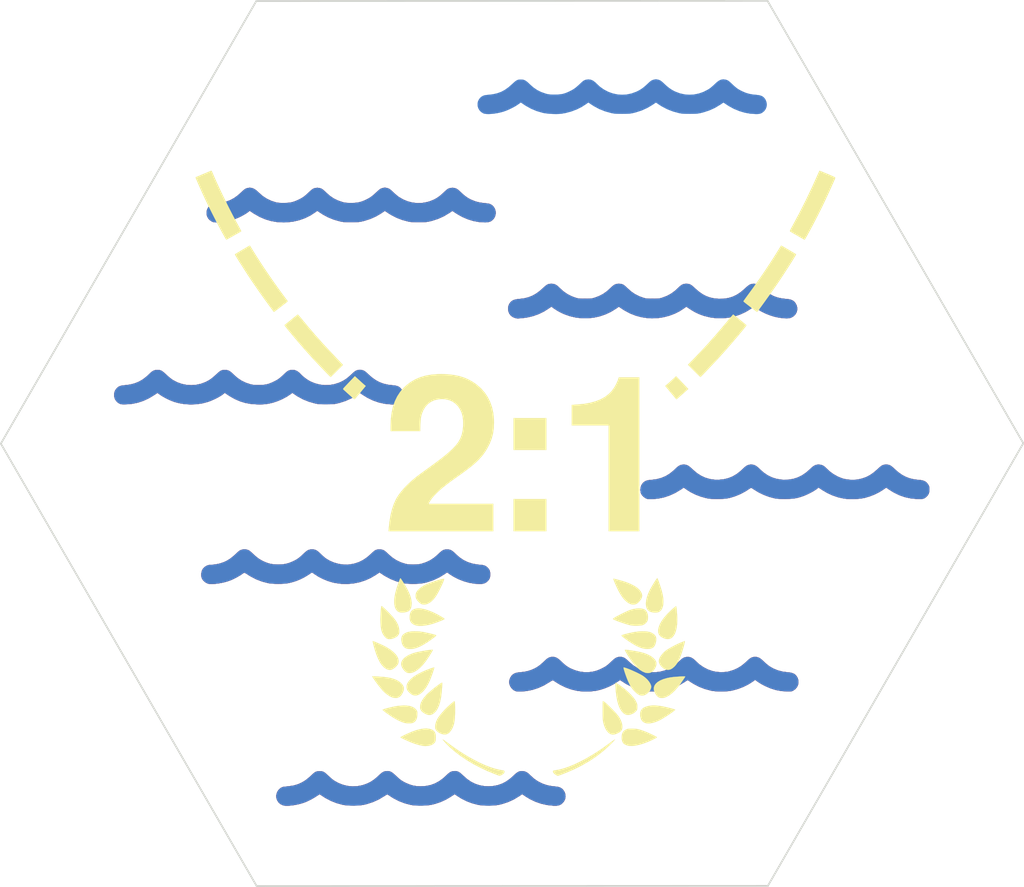
<source format=kicad_pcb>
(kicad_pcb (version 20171130) (host pcbnew 5.1.5+dfsg1-2build2)

  (general
    (thickness 1.6)
    (drawings 7)
    (tracks 0)
    (zones 0)
    (modules 4)
    (nets 1)
  )

  (page A4)
  (layers
    (0 F.Cu signal)
    (31 B.Cu signal)
    (32 B.Adhes user)
    (33 F.Adhes user)
    (34 B.Paste user)
    (35 F.Paste user)
    (36 B.SilkS user)
    (37 F.SilkS user)
    (38 B.Mask user)
    (39 F.Mask user)
    (40 Dwgs.User user)
    (41 Cmts.User user)
    (42 Eco1.User user)
    (43 Eco2.User user)
    (44 Edge.Cuts user)
    (45 Margin user)
    (46 B.CrtYd user)
    (47 F.CrtYd user)
    (48 B.Fab user)
    (49 F.Fab user)
  )

  (setup
    (last_trace_width 0.25)
    (trace_clearance 0.2)
    (zone_clearance 0.508)
    (zone_45_only no)
    (trace_min 0.2)
    (via_size 0.6)
    (via_drill 0.4)
    (via_min_size 0.4)
    (via_min_drill 0.3)
    (uvia_size 0.3)
    (uvia_drill 0.1)
    (uvias_allowed no)
    (uvia_min_size 0.2)
    (uvia_min_drill 0.1)
    (edge_width 0.15)
    (segment_width 0.2)
    (pcb_text_width 0.3)
    (pcb_text_size 1.5 1.5)
    (mod_edge_width 0.15)
    (mod_text_size 1 1)
    (mod_text_width 0.15)
    (pad_size 1.524 1.524)
    (pad_drill 0.762)
    (pad_to_mask_clearance 0.2)
    (aux_axis_origin 0 0)
    (visible_elements FFFFFF7F)
    (pcbplotparams
      (layerselection 0x010f0_ffffffff)
      (usegerberextensions false)
      (usegerberattributes false)
      (usegerberadvancedattributes false)
      (creategerberjobfile false)
      (excludeedgelayer true)
      (linewidth 0.100000)
      (plotframeref false)
      (viasonmask false)
      (mode 1)
      (useauxorigin false)
      (hpglpennumber 1)
      (hpglpenspeed 20)
      (hpglpendiameter 15.000000)
      (psnegative false)
      (psa4output false)
      (plotreference true)
      (plotvalue true)
      (plotinvisibletext false)
      (padsonsilk false)
      (subtractmaskfromsilk false)
      (outputformat 1)
      (mirror false)
      (drillshape 0)
      (scaleselection 1)
      (outputdirectory "gerbers/"))
  )

  (net 0 "")

  (net_class Default "This is the default net class."
    (clearance 0.2)
    (trace_width 0.25)
    (via_dia 0.6)
    (via_drill 0.4)
    (uvia_dia 0.3)
    (uvia_drill 0.1)
  )

  (module LOGO (layer F.Cu) (tedit 0) (tstamp 0)
    (at 0 0)
    (fp_text reference G*** (at 0 0) (layer F.SilkS) hide
      (effects (font (size 1.524 1.524) (thickness 0.3)))
    )
    (fp_text value LOGO (at 0.75 0) (layer F.SilkS) hide
      (effects (font (size 1.524 1.524) (thickness 0.3)))
    )
    (fp_poly (pts (xy 0.63417 19.203728) (xy 0.75421 19.226183) (xy 0.862424 19.27366) (xy 0.968499 19.351473)
      (xy 1.05281 19.433284) (xy 1.275535 19.638507) (xy 1.519688 19.807504) (xy 1.783436 19.939421)
      (xy 2.064947 20.033402) (xy 2.362389 20.088592) (xy 2.480273 20.099286) (xy 2.63506 20.11521)
      (xy 2.756937 20.142473) (xy 2.854566 20.184416) (xy 2.936609 20.244386) (xy 2.985396 20.294291)
      (xy 3.070753 20.420613) (xy 3.118581 20.558315) (xy 3.129053 20.700571) (xy 3.102345 20.840553)
      (xy 3.038631 20.971435) (xy 2.965798 21.060385) (xy 2.884051 21.132067) (xy 2.799828 21.181795)
      (xy 2.704065 21.212189) (xy 2.5877 21.225865) (xy 2.441668 21.225441) (xy 2.400932 21.223518)
      (xy 2.04399 21.18385) (xy 1.693804 21.104427) (xy 1.355476 20.986966) (xy 1.034109 20.833184)
      (xy 0.784538 20.679622) (xy 0.594088 20.54918) (xy 0.398714 20.679864) (xy 0.088497 20.864501)
      (xy -0.236121 21.012091) (xy -0.580882 21.125046) (xy -0.769456 21.170774) (xy -0.927245 21.196329)
      (xy -1.113872 21.212885) (xy -1.316942 21.22044) (xy -1.524063 21.218988) (xy -1.722842 21.208528)
      (xy -1.900886 21.189054) (xy -2.001618 21.171133) (xy -2.340254 21.082071) (xy -2.652942 20.965508)
      (xy -2.948818 20.817632) (xy -3.15821 20.68854) (xy -3.3655 20.550542) (xy -3.57279 20.68854)
      (xy -3.870905 20.866342) (xy -4.178667 21.007781) (xy -4.504964 21.116579) (xy -4.720166 21.16921)
      (xy -4.86996 21.193589) (xy -5.048204 21.210289) (xy -5.242795 21.219197) (xy -5.441629 21.220197)
      (xy -5.632602 21.213176) (xy -5.803612 21.19802) (xy -5.915315 21.180485) (xy -6.278 21.086934)
      (xy -6.626238 20.954356) (xy -6.961695 20.782006) (xy -7.286039 20.569139) (xy -7.289939 20.566286)
      (xy -7.32063 20.56893) (xy -7.381044 20.598222) (xy -7.468955 20.653036) (xy -7.490655 20.667654)
      (xy -7.804746 20.856035) (xy -8.141342 21.009177) (xy -8.498021 21.126056) (xy -8.678333 21.169552)
      (xy -8.842471 21.196065) (xy -9.034683 21.213107) (xy -9.242493 21.220667) (xy -9.453422 21.218736)
      (xy -9.654993 21.207302) (xy -9.834728 21.186354) (xy -9.920571 21.170599) (xy -10.284237 21.071296)
      (xy -10.62832 20.934507) (xy -10.953236 20.760057) (xy -11.062274 20.690223) (xy -11.143156 20.636418)
      (xy -11.209958 20.592497) (xy -11.255575 20.563096) (xy -11.272847 20.552834) (xy -11.291362 20.563858)
      (xy -11.337767 20.593785) (xy -11.404822 20.637896) (xy -11.47626 20.685431) (xy -11.746032 20.848342)
      (xy -12.024154 20.983536) (xy -12.140932 21.030546) (xy -12.311605 21.087755) (xy -12.494177 21.136579)
      (xy -12.681286 21.17605) (xy -12.865569 21.205199) (xy -13.039663 21.223057) (xy -13.196205 21.228655)
      (xy -13.327833 21.221025) (xy -13.42596 21.199638) (xy -13.56865 21.12909) (xy -13.679543 21.030597)
      (xy -13.758621 20.904176) (xy -13.800295 20.777107) (xy -13.810655 20.644778) (xy -13.786797 20.513024)
      (xy -13.733527 20.38916) (xy -13.65565 20.280498) (xy -13.557972 20.194353) (xy -13.4453 20.138036)
      (xy -13.369293 20.121223) (xy -13.311323 20.114801) (xy -13.224658 20.10551) (xy -13.122718 20.094778)
      (xy -13.051977 20.087433) (xy -12.780015 20.043572) (xy -12.528694 19.968855) (xy -12.292526 19.860629)
      (xy -12.066023 19.716241) (xy -11.843699 19.533041) (xy -11.77925 19.472299) (xy -11.677562 19.375969)
      (xy -11.59649 19.306352) (xy -11.527798 19.259186) (xy -11.46325 19.230206) (xy -11.394608 19.21515)
      (xy -11.313637 19.209754) (xy -11.27125 19.209341) (xy -11.185802 19.211468) (xy -11.115556 19.220583)
      (xy -11.052702 19.240793) (xy -10.989431 19.276202) (xy -10.917932 19.330918) (xy -10.830395 19.409044)
      (xy -10.753876 19.481311) (xy -10.66586 19.562617) (xy -10.576266 19.640711) (xy -10.495649 19.706657)
      (xy -10.435166 19.751124) (xy -10.177215 19.897043) (xy -9.90752 20.004123) (xy -9.629698 20.071846)
      (xy -9.347366 20.099695) (xy -9.064141 20.087154) (xy -8.78364 20.033705) (xy -8.677914 20.002363)
      (xy -8.463175 19.921203) (xy -8.269511 19.822898) (xy -8.086301 19.70089) (xy -7.902925 19.548618)
      (xy -7.82484 19.475544) (xy -7.720812 19.378127) (xy -7.636927 19.307699) (xy -7.56525 19.259565)
      (xy -7.497848 19.229033) (xy -7.426787 19.211406) (xy -7.365497 19.203758) (xy -7.266105 19.200755)
      (xy -7.177637 19.213679) (xy -7.092428 19.246209) (xy -7.002815 19.302027) (xy -6.901134 19.384811)
      (xy -6.806989 19.471931) (xy -6.686347 19.58484) (xy -6.583901 19.673325) (xy -6.489627 19.744519)
      (xy -6.3935 19.805555) (xy -6.285495 19.863563) (xy -6.195022 19.90733) (xy -5.989949 19.993061)
      (xy -5.794608 20.050553) (xy -5.593495 20.08322) (xy -5.371107 20.094475) (xy -5.344583 20.094553)
      (xy -5.053429 20.07659) (xy -4.781079 20.022557) (xy -4.524544 19.931191) (xy -4.280836 19.801231)
      (xy -4.046965 19.631415) (xy -3.871939 19.472931) (xy -3.76565 19.372356) (xy -3.677529 19.300113)
      (xy -3.599348 19.251439) (xy -3.52288 19.221572) (xy -3.439895 19.205748) (xy -3.404626 19.202402)
      (xy -3.302211 19.201018) (xy -3.211967 19.21627) (xy -3.125693 19.252098) (xy -3.035188 19.312441)
      (xy -2.932249 19.401239) (xy -2.87366 19.457435) (xy -2.64287 19.661465) (xy -2.406553 19.824553)
      (xy -2.161625 19.948019) (xy -1.905002 20.033184) (xy -1.633601 20.081368) (xy -1.386416 20.094235)
      (xy -1.101902 20.077176) (xy -0.835419 20.025017) (xy -0.583544 19.936287) (xy -0.342851 19.809517)
      (xy -0.109917 19.643236) (xy 0.097532 19.456999) (xy 0.211101 19.351378) (xy 0.308742 19.276766)
      (xy 0.398572 19.22933) (xy 0.488711 19.205239) (xy 0.587278 19.200661) (xy 0.63417 19.203728)) (layer B.Cu) (width 0.01))
    (fp_poly (pts (xy 6.426558 12.515944) (xy 6.513638 12.538224) (xy 6.598467 12.580764) (xy 6.689438 12.64799)
      (xy 6.794945 12.744325) (xy 6.81885 12.767791) (xy 7.051009 12.97086) (xy 7.297928 13.136282)
      (xy 7.556814 13.263564) (xy 7.824873 13.352212) (xy 8.099311 13.401731) (xy 8.377334 13.411628)
      (xy 8.656151 13.381409) (xy 8.932966 13.310579) (xy 9.204988 13.198644) (xy 9.218084 13.192125)
      (xy 9.328741 13.133682) (xy 9.424645 13.075268) (xy 9.515849 13.009469) (xy 9.612404 12.928874)
      (xy 9.724363 12.826069) (xy 9.758337 12.793733) (xy 9.863439 12.695587) (xy 9.947841 12.624138)
      (xy 10.019438 12.574874) (xy 10.08613 12.54328) (xy 10.155814 12.524841) (xy 10.236387 12.515044)
      (xy 10.247348 12.514221) (xy 10.374126 12.517689) (xy 10.489304 12.549816) (xy 10.600676 12.614172)
      (xy 10.716038 12.714329) (xy 10.742084 12.740852) (xy 10.96727 12.946662) (xy 11.213204 13.117522)
      (xy 11.476542 13.251441) (xy 11.753944 13.346426) (xy 11.760797 13.348224) (xy 11.970398 13.3883)
      (xy 12.196648 13.406251) (xy 12.423963 13.401886) (xy 12.636757 13.375013) (xy 12.706498 13.359868)
      (xy 12.970516 13.279129) (xy 13.210875 13.170843) (xy 13.435351 13.030612) (xy 13.651721 12.85404)
      (xy 13.726584 12.783224) (xy 13.840296 12.677341) (xy 13.936804 12.601392) (xy 14.023937 12.551171)
      (xy 14.109524 12.522476) (xy 14.201394 12.5111) (xy 14.234584 12.51043) (xy 14.329331 12.516929)
      (xy 14.415507 12.539214) (xy 14.500941 12.581467) (xy 14.593461 12.64787) (xy 14.700897 12.742605)
      (xy 14.741286 12.781116) (xy 14.830146 12.863708) (xy 14.9238 12.94525) (xy 15.010126 13.015465)
      (xy 15.068087 13.05816) (xy 15.310677 13.197803) (xy 15.576213 13.304449) (xy 15.858903 13.376184)
      (xy 16.132773 13.409929) (xy 16.305396 13.430011) (xy 16.443454 13.467636) (xy 16.551664 13.524568)
      (xy 16.628793 13.595373) (xy 16.713827 13.725746) (xy 16.760704 13.865369) (xy 16.770634 14.007928)
      (xy 16.744828 14.14711) (xy 16.684496 14.276599) (xy 16.59085 14.390081) (xy 16.465101 14.481244)
      (xy 16.458203 14.48499) (xy 16.417953 14.504189) (xy 16.375978 14.517053) (xy 16.323034 14.524693)
      (xy 16.249877 14.528222) (xy 16.147262 14.528749) (xy 16.09725 14.528381) (xy 15.77166 14.506763)
      (xy 15.452252 14.447227) (xy 15.134604 14.348622) (xy 14.814291 14.209799) (xy 14.753167 14.178988)
      (xy 14.644603 14.120542) (xy 14.534822 14.057127) (xy 14.43746 13.996853) (xy 14.372654 13.952682)
      (xy 14.235557 13.851741) (xy 14.082655 13.961443) (xy 13.825654 14.123875) (xy 13.53871 14.265586)
      (xy 13.230679 14.382784) (xy 12.91042 14.471678) (xy 12.869334 14.480747) (xy 12.702898 14.507636)
      (xy 12.508925 14.524686) (xy 12.300138 14.531881) (xy 12.089258 14.529202) (xy 11.889009 14.516632)
      (xy 11.712112 14.494155) (xy 11.650882 14.482416) (xy 11.286653 14.384636) (xy 10.946943 14.253338)
      (xy 10.628974 14.087363) (xy 10.482183 13.994315) (xy 10.403572 13.941907) (xy 10.338825 13.899589)
      (xy 10.29538 13.872169) (xy 10.280775 13.864167) (xy 10.261158 13.875226) (xy 10.213662 13.905304)
      (xy 10.145508 13.94975) (xy 10.067441 14.001556) (xy 9.752673 14.186664) (xy 9.416999 14.335493)
      (xy 9.062986 14.446998) (xy 8.868834 14.490598) (xy 8.713879 14.512797) (xy 8.530685 14.526321)
      (xy 8.331869 14.531267) (xy 8.130048 14.527733) (xy 7.937838 14.515814) (xy 7.767856 14.495609)
      (xy 7.690956 14.481544) (xy 7.33055 14.385121) (xy 6.992071 14.253635) (xy 6.671297 14.085316)
      (xy 6.525517 13.993024) (xy 6.446643 13.940917) (xy 6.381214 13.898913) (xy 6.336867 13.871841)
      (xy 6.321556 13.864167) (xy 6.300532 13.87572) (xy 6.253484 13.906721) (xy 6.188597 13.951682)
      (xy 6.14944 13.979535) (xy 5.945374 14.109267) (xy 5.711551 14.229493) (xy 5.460321 14.33511)
      (xy 5.20403 14.421013) (xy 4.955028 14.482097) (xy 4.916145 14.489323) (xy 4.548963 14.533532)
      (xy 4.186337 14.535772) (xy 3.829075 14.496238) (xy 3.477986 14.415128) (xy 3.133877 14.292639)
      (xy 2.797556 14.128968) (xy 2.469833 13.924312) (xy 2.402967 13.876718) (xy 2.373293 13.877964)
      (xy 2.314819 13.905049) (xy 2.22616 13.958672) (xy 2.178952 13.989701) (xy 1.862159 14.177663)
      (xy 1.532472 14.327021) (xy 1.192774 14.436815) (xy 0.845947 14.506082) (xy 0.551437 14.532236)
      (xy 0.424035 14.535046) (xy 0.328298 14.531735) (xy 0.253904 14.521597) (xy 0.204048 14.508496)
      (xy 0.086684 14.449746) (xy -0.01572 14.358566) (xy -0.09678 14.243982) (xy -0.150112 14.11502)
      (xy -0.169333 13.980706) (xy -0.169333 13.980584) (xy -0.152095 13.85613) (xy -0.105276 13.729585)
      (xy -0.036215 13.619568) (xy -0.019264 13.599971) (xy 0.06186 13.526376) (xy 0.154329 13.473423)
      (xy 0.266947 13.437742) (xy 0.408517 13.415965) (xy 0.47625 13.410321) (xy 0.716205 13.383912)
      (xy 0.932579 13.337566) (xy 1.140715 13.267985) (xy 1.143 13.267085) (xy 1.320991 13.188065)
      (xy 1.483606 13.09571) (xy 1.640519 12.983369) (xy 1.801405 12.844389) (xy 1.908678 12.740641)
      (xy 2.018073 12.639843) (xy 2.115831 12.571174) (xy 2.211261 12.529977) (xy 2.313674 12.511593)
      (xy 2.370667 12.5095) (xy 2.465043 12.515446) (xy 2.550114 12.536059) (xy 2.633728 12.575502)
      (xy 2.723737 12.637937) (xy 2.827988 12.727527) (xy 2.887857 12.783756) (xy 3.006135 12.894568)
      (xy 3.105741 12.981078) (xy 3.196335 13.050438) (xy 3.287581 13.109801) (xy 3.38914 13.166317)
      (xy 3.439584 13.192125) (xy 3.687348 13.296202) (xy 3.947631 13.367941) (xy 4.211166 13.405614)
      (xy 4.468686 13.407494) (xy 4.553304 13.399663) (xy 4.726586 13.374394) (xy 4.875413 13.341079)
      (xy 5.017562 13.294584) (xy 5.17081 13.22978) (xy 5.217584 13.207914) (xy 5.341735 13.146314)
      (xy 5.446145 13.087178) (xy 5.540984 13.023213) (xy 5.636419 12.947127) (xy 5.742619 12.851627)
      (xy 5.827942 12.77016) (xy 5.940751 12.666604) (xy 6.037126 12.593093) (xy 6.125359 12.545313)
      (xy 6.213743 12.518949) (xy 6.310569 12.509685) (xy 6.328833 12.5095) (xy 6.426558 12.515944)) (layer B.Cu) (width 0.01))
    (fp_poly (pts (xy -15.533893 6.224295) (xy -15.497025 6.234646) (xy -15.444883 6.253724) (xy -15.393216 6.281995)
      (xy -15.334567 6.324894) (xy -15.261476 6.387854) (xy -15.170213 6.472771) (xy -15.031467 6.599782)
      (xy -14.90796 6.701214) (xy -14.788777 6.784773) (xy -14.663004 6.858169) (xy -14.532367 6.923212)
      (xy -14.342672 7.001669) (xy -14.156778 7.055152) (xy -13.961245 7.086479) (xy -13.742634 7.098466)
      (xy -13.694833 7.098791) (xy -13.474241 7.090756) (xy -13.279003 7.064599) (xy -13.094902 7.017237)
      (xy -12.907722 6.945588) (xy -12.835082 6.912421) (xy -12.716355 6.853851) (xy -12.616212 6.797886)
      (xy -12.525003 6.737648) (xy -12.433078 6.666254) (xy -12.330789 6.576826) (xy -12.221778 6.475127)
      (xy -12.127351 6.387228) (xy -12.054678 6.324645) (xy -11.996379 6.281986) (xy -11.945072 6.253857)
      (xy -11.893374 6.234864) (xy -11.892641 6.234646) (xy -11.780124 6.208466) (xy -11.681347 6.205093)
      (xy -11.574874 6.224545) (xy -11.537796 6.234961) (xy -11.485808 6.2538) (xy -11.435069 6.281245)
      (xy -11.378081 6.322788) (xy -11.307343 6.383921) (xy -11.215353 6.470138) (xy -11.211163 6.47415)
      (xy -11.123435 6.556214) (xy -11.036878 6.633716) (xy -10.960639 6.698681) (xy -10.903865 6.743138)
      (xy -10.897115 6.747872) (xy -10.66424 6.883779) (xy -10.411092 6.989304) (xy -10.145789 7.06245)
      (xy -9.87645 7.101223) (xy -9.611193 7.103625) (xy -9.495858 7.09238) (xy -9.219944 7.038653)
      (xy -8.963539 6.95231) (xy -8.721781 6.830915) (xy -8.489805 6.672029) (xy -8.265583 6.475966)
      (xy -8.163451 6.379335) (xy -8.081915 6.309558) (xy -8.012881 6.262358) (xy -7.948255 6.233459)
      (xy -7.879944 6.218585) (xy -7.799854 6.213461) (xy -7.768166 6.21318) (xy -7.672005 6.217084)
      (xy -7.591068 6.231874) (xy -7.516705 6.262009) (xy -7.44027 6.311951) (xy -7.353115 6.386159)
      (xy -7.260973 6.474791) (xy -7.02776 6.678996) (xy -6.778778 6.844238) (xy -6.512313 6.971487)
      (xy -6.226651 7.061712) (xy -6.220973 7.063087) (xy -6.088522 7.085591) (xy -5.929405 7.098042)
      (xy -5.757398 7.100601) (xy -5.586279 7.093427) (xy -5.429823 7.076679) (xy -5.30912 7.052534)
      (xy -5.043877 6.965599) (xy -4.80505 6.853184) (xy -4.583539 6.71007) (xy -4.370238 6.531033)
      (xy -4.325636 6.488382) (xy -4.219601 6.387767) (xy -4.133545 6.314727) (xy -4.059519 6.265022)
      (xy -3.989573 6.234413) (xy -3.915758 6.21866) (xy -3.830126 6.213524) (xy -3.81 6.213398)
      (xy -3.717435 6.217196) (xy -3.639027 6.231498) (xy -3.566483 6.260667) (xy -3.491513 6.309066)
      (xy -3.405824 6.381059) (xy -3.301126 6.481007) (xy -3.300773 6.481356) (xy -3.07963 6.676554)
      (xy -2.84921 6.833206) (xy -2.604657 6.953496) (xy -2.341116 7.039605) (xy -2.053728 7.093715)
      (xy -1.903443 7.109153) (xy -1.768761 7.122421) (xy -1.666381 7.14053) (xy -1.586293 7.166926)
      (xy -1.518488 7.205057) (xy -1.452956 7.258371) (xy -1.44277 7.267828) (xy -1.362516 7.357413)
      (xy -1.312138 7.452223) (xy -1.286802 7.564383) (xy -1.281316 7.672917) (xy -1.290207 7.806716)
      (xy -1.320194 7.913882) (xy -1.376249 8.006922) (xy -1.44277 8.079178) (xy -1.536517 8.153366)
      (xy -1.639786 8.201393) (xy -1.76298 8.226833) (xy -1.8917 8.233369) (xy -2.199501 8.214963)
      (xy -2.515407 8.159955) (xy -2.831419 8.070889) (xy -3.139537 7.950314) (xy -3.431762 7.800776)
      (xy -3.616964 7.684087) (xy -3.805797 7.554752) (xy -3.979263 7.672869) (xy -4.282653 7.855363)
      (xy -4.60939 8.007192) (xy -4.949836 8.124226) (xy -5.150095 8.174604) (xy -5.298575 8.198987)
      (xy -5.475973 8.215527) (xy -5.670849 8.224212) (xy -5.871763 8.225033) (xy -6.067273 8.217979)
      (xy -6.24594 8.203041) (xy -6.396323 8.180207) (xy -6.417368 8.175738) (xy -6.775972 8.076739)
      (xy -7.111254 7.944293) (xy -7.428479 7.776173) (xy -7.559359 7.693217) (xy -7.765131 7.556229)
      (xy -7.966503 7.692759) (xy -8.273516 7.875705) (xy -8.598553 8.021784) (xy -8.937662 8.130308)
      (xy -9.286889 8.200592) (xy -9.642283 8.23195) (xy -9.99989 8.223696) (xy -10.355759 8.175145)
      (xy -10.526137 8.136986) (xy -10.801064 8.052579) (xy -11.074139 7.941002) (xy -11.332817 7.808126)
      (xy -11.564548 7.659821) (xy -11.597287 7.635801) (xy -11.671735 7.585527) (xy -11.720242 7.565919)
      (xy -11.739019 7.569239) (xy -11.984481 7.731809) (xy -12.213285 7.865308) (xy -12.434876 7.973993)
      (xy -12.658699 8.062121) (xy -12.8942 8.133949) (xy -13.102166 8.183566) (xy -13.222783 8.202414)
      (xy -13.374389 8.215544) (xy -13.546029 8.222949) (xy -13.726745 8.224619) (xy -13.905582 8.220547)
      (xy -14.071582 8.210724) (xy -14.21379 8.195141) (xy -14.276149 8.184467) (xy -14.639989 8.0907)
      (xy -14.983037 7.960441) (xy -15.307331 7.792849) (xy -15.465393 7.693242) (xy -15.557813 7.633969)
      (xy -15.630986 7.592442) (xy -15.679596 7.571474) (xy -15.696647 7.570863) (xy -15.894755 7.708757)
      (xy -16.117994 7.840884) (xy -16.349333 7.957663) (xy -16.497574 8.021435) (xy -16.657681 8.077936)
      (xy -16.832557 8.127353) (xy -17.014979 8.16869) (xy -17.197723 8.200949) (xy -17.373569 8.223135)
      (xy -17.535293 8.234252) (xy -17.675672 8.233303) (xy -17.787484 8.219292) (xy -17.833907 8.205765)
      (xy -17.97461 8.131459) (xy -18.085122 8.02948) (xy -18.116837 7.986539) (xy -18.166077 7.899121)
      (xy -18.193593 7.811867) (xy -18.20243 7.710476) (xy -18.197806 7.605939) (xy -18.166637 7.463334)
      (xy -18.100469 7.339472) (xy -18.004046 7.238513) (xy -17.882111 7.164622) (xy -17.73941 7.12196)
      (xy -17.635888 7.112929) (xy -17.490079 7.103895) (xy -17.325165 7.080996) (xy -17.160829 7.047322)
      (xy -17.078067 7.025398) (xy -16.875633 6.955577) (xy -16.688909 6.866807) (xy -16.50928 6.753823)
      (xy -16.328133 6.611357) (xy -16.180646 6.476768) (xy -16.087493 6.388987) (xy -16.015987 6.326532)
      (xy -15.958709 6.283946) (xy -15.908243 6.255775) (xy -15.857172 6.236563) (xy -15.85187 6.234961)
      (xy -15.738823 6.208581) (xy -15.639977 6.205032) (xy -15.533893 6.224295)) (layer B.Cu) (width 0.01))
    (fp_poly (pts (xy 14.103368 1.247515) (xy 14.195863 1.272767) (xy 14.287151 1.320012) (xy 14.385148 1.39347)
      (xy 14.497771 1.497362) (xy 14.513379 1.512805) (xy 14.739702 1.713455) (xy 14.975828 1.873571)
      (xy 15.224431 1.994351) (xy 15.488184 2.076989) (xy 15.769761 2.122681) (xy 15.896167 2.131234)
      (xy 16.189295 2.124568) (xy 16.467168 2.079204) (xy 16.731269 1.994553) (xy 16.983081 1.87003)
      (xy 17.224085 1.705046) (xy 17.43075 1.52365) (xy 17.544251 1.417679) (xy 17.639224 1.340808)
      (xy 17.723314 1.288861) (xy 17.804164 1.257665) (xy 17.889419 1.243044) (xy 17.949334 1.240461)
      (xy 18.077773 1.251128) (xy 18.190628 1.288136) (xy 18.297491 1.356084) (xy 18.407957 1.459571)
      (xy 18.409242 1.460939) (xy 18.606386 1.644839) (xy 18.829632 1.807025) (xy 19.069334 1.941645)
      (xy 19.315844 2.042847) (xy 19.420417 2.074335) (xy 19.593766 2.109058) (xy 19.789325 2.129161)
      (xy 19.99026 2.133995) (xy 20.179737 2.12291) (xy 20.284576 2.107664) (xy 20.526693 2.049307)
      (xy 20.748123 1.967827) (xy 20.956784 1.859006) (xy 21.160598 1.718625) (xy 21.367485 1.542464)
      (xy 21.396394 1.515417) (xy 21.504888 1.415515) (xy 21.592447 1.342735) (xy 21.666712 1.292964)
      (xy 21.735325 1.262092) (xy 21.805929 1.246005) (xy 21.886165 1.240594) (xy 21.9075 1.240427)
      (xy 21.998512 1.244741) (xy 22.076723 1.260628) (xy 22.150693 1.292505) (xy 22.228981 1.344789)
      (xy 22.320147 1.421898) (xy 22.395332 1.49217) (xy 22.617387 1.687095) (xy 22.837849 1.843296)
      (xy 23.06296 1.963653) (xy 23.298961 2.051044) (xy 23.552096 2.108348) (xy 23.791334 2.135985)
      (xy 23.955443 2.153604) (xy 24.085262 2.182481) (xy 24.188149 2.226313) (xy 24.271466 2.288795)
      (xy 24.342573 2.373622) (xy 24.379124 2.431106) (xy 24.409501 2.488824) (xy 24.427041 2.543291)
      (xy 24.43507 2.60991) (xy 24.436917 2.69875) (xy 24.428746 2.83183) (xy 24.400843 2.938043)
      (xy 24.348127 3.030238) (xy 24.272442 3.114603) (xy 24.208318 3.17083) (xy 24.144067 3.21122)
      (xy 24.071537 3.237744) (xy 23.982578 3.252375) (xy 23.869039 3.257085) (xy 23.722769 3.253848)
      (xy 23.700819 3.252941) (xy 23.345062 3.217695) (xy 23.002846 3.14274) (xy 22.672692 3.027581)
      (xy 22.353121 2.871724) (xy 22.10858 2.720452) (xy 21.907542 2.584149) (xy 21.752639 2.695287)
      (xy 21.511913 2.847996) (xy 21.241814 2.983824) (xy 20.953601 3.097779) (xy 20.65853 3.184865)
      (xy 20.637798 3.189853) (xy 20.464194 3.221874) (xy 20.262377 3.244167) (xy 20.045432 3.256308)
      (xy 19.826446 3.257873) (xy 19.618502 3.24844) (xy 19.440894 3.228564) (xy 19.102568 3.155361)
      (xy 18.768184 3.042881) (xy 18.445107 2.894039) (xy 18.146891 2.715933) (xy 17.944396 2.579593)
      (xy 17.89924 2.621037) (xy 17.814974 2.687578) (xy 17.699797 2.763178) (xy 17.56277 2.842949)
      (xy 17.412951 2.922006) (xy 17.259402 2.995461) (xy 17.111182 3.058428) (xy 17.036637 3.086317)
      (xy 16.869739 3.141769) (xy 16.717736 3.18366) (xy 16.569836 3.213655) (xy 16.415244 3.233416)
      (xy 16.243167 3.244607) (xy 16.042813 3.248894) (xy 15.980834 3.249084) (xy 15.811722 3.248126)
      (xy 15.676825 3.244915) (xy 15.568059 3.238948) (xy 15.477342 3.229717) (xy 15.396589 3.216719)
      (xy 15.367 3.210722) (xy 15.053393 3.127031) (xy 14.743475 3.012131) (xy 14.448907 2.870989)
      (xy 14.181347 2.708568) (xy 14.171084 2.701499) (xy 14.092013 2.647769) (xy 14.039114 2.615676)
      (xy 14.004348 2.601917) (xy 13.979681 2.603188) (xy 13.959417 2.614492) (xy 13.672707 2.803147)
      (xy 13.391324 2.955127) (xy 13.108081 3.074198) (xy 13.031137 3.100933) (xy 12.879107 3.149518)
      (xy 12.746371 3.186423) (xy 12.622562 3.213173) (xy 12.497311 3.23129) (xy 12.360251 3.242298)
      (xy 12.201013 3.24772) (xy 12.022667 3.249084) (xy 11.866313 3.248502) (xy 11.743318 3.246306)
      (xy 11.644715 3.241823) (xy 11.56154 3.234376) (xy 11.484828 3.223292) (xy 11.405614 3.207895)
      (xy 11.36903 3.199888) (xy 11.047041 3.111092) (xy 10.738023 2.993001) (xy 10.450582 2.849355)
      (xy 10.21139 2.696982) (xy 10.054715 2.584573) (xy 9.854792 2.718239) (xy 9.547276 2.900914)
      (xy 9.226425 3.047704) (xy 8.896739 3.157178) (xy 8.562718 3.227909) (xy 8.228862 3.258469)
      (xy 8.149481 3.259667) (xy 8.044536 3.258729) (xy 7.970055 3.254549) (xy 7.914181 3.245074)
      (xy 7.865061 3.228251) (xy 7.810841 3.202029) (xy 7.808012 3.200554) (xy 7.700162 3.125966)
      (xy 7.610426 3.028732) (xy 7.549001 2.920756) (xy 7.536299 2.883424) (xy 7.513765 2.733164)
      (xy 7.527139 2.585167) (xy 7.574136 2.448025) (xy 7.652473 2.33033) (xy 7.694482 2.28849)
      (xy 7.762677 2.235054) (xy 7.832951 2.196316) (xy 7.915124 2.16911) (xy 8.019019 2.150271)
      (xy 8.154456 2.136636) (xy 8.169321 2.135496) (xy 8.464879 2.096796) (xy 8.735899 2.025725)
      (xy 8.987259 1.920053) (xy 9.223836 1.777551) (xy 9.450509 1.595991) (xy 9.544399 1.507089)
      (xy 9.655304 1.402863) (xy 9.749869 1.328598) (xy 9.836498 1.27991) (xy 9.923597 1.252411)
      (xy 10.019573 1.241718) (xy 10.054167 1.241129) (xy 10.142726 1.246364) (xy 10.222491 1.264659)
      (xy 10.300779 1.300049) (xy 10.384911 1.356572) (xy 10.482207 1.438268) (xy 10.583334 1.533034)
      (xy 10.817 1.733207) (xy 11.061548 1.892573) (xy 11.317757 2.011436) (xy 11.586407 2.0901)
      (xy 11.868278 2.128868) (xy 12.117917 2.130724) (xy 12.403469 2.100117) (xy 12.668071 2.035735)
      (xy 12.915742 1.935737) (xy 13.150502 1.798285) (xy 13.376368 1.62154) (xy 13.512749 1.492381)
      (xy 13.627348 1.385477) (xy 13.729793 1.311245) (xy 13.828484 1.26535) (xy 13.931822 1.243457)
      (xy 14.00175 1.240036) (xy 14.103368 1.247515)) (layer B.Cu) (width 0.01))
    (fp_poly (pts (xy -8.813906 -4.30365) (xy -8.742536 -4.284498) (xy -8.688643 -4.26498) (xy -8.63652 -4.236717)
      (xy -8.578248 -4.193985) (xy -8.50591 -4.131063) (xy -8.424811 -4.054909) (xy -8.202853 -3.860212)
      (xy -7.982038 -3.704176) (xy -7.755871 -3.583821) (xy -7.517853 -3.49617) (xy -7.261488 -3.438244)
      (xy -7.016974 -3.4096) (xy -6.864821 -3.393436) (xy -6.746053 -3.368355) (xy -6.652088 -3.331023)
      (xy -6.574347 -3.278109) (xy -6.509518 -3.212494) (xy -6.427969 -3.087012) (xy -6.383196 -2.949359)
      (xy -6.374749 -2.806936) (xy -6.40218 -2.667146) (xy -6.465042 -2.537392) (xy -6.556883 -2.430423)
      (xy -6.630585 -2.371035) (xy -6.704851 -2.329461) (xy -6.788729 -2.303416) (xy -6.89127 -2.290617)
      (xy -7.02152 -2.28878) (xy -7.107101 -2.291565) (xy -7.464208 -2.327861) (xy -7.812154 -2.405339)
      (xy -8.149761 -2.523609) (xy -8.475854 -2.682278) (xy -8.705096 -2.822818) (xy -8.911775 -2.961134)
      (xy -9.112529 -2.825022) (xy -9.418836 -2.642541) (xy -9.749663 -2.493955) (xy -10.105746 -2.378955)
      (xy -10.287507 -2.335239) (xy -10.367352 -2.320387) (xy -10.453875 -2.309635) (xy -10.555363 -2.302452)
      (xy -10.680103 -2.298306) (xy -10.836382 -2.296666) (xy -10.89025 -2.296583) (xy -11.045274 -2.297208)
      (xy -11.167192 -2.299551) (xy -11.265217 -2.304319) (xy -11.348564 -2.312216) (xy -11.426448 -2.323946)
      (xy -11.508082 -2.340216) (xy -11.533304 -2.345778) (xy -11.898702 -2.448327) (xy -12.244512 -2.587708)
      (xy -12.569075 -2.763171) (xy -12.7983 -2.918547) (xy -12.86485 -2.96798) (xy -12.980354 -2.882653)
      (xy -13.199467 -2.73828) (xy -13.446326 -2.605793) (xy -13.706675 -2.491817) (xy -13.966255 -2.402974)
      (xy -14.075833 -2.373726) (xy -14.251839 -2.335062) (xy -14.414029 -2.308825) (xy -14.576173 -2.293749)
      (xy -14.752042 -2.288569) (xy -14.955406 -2.292019) (xy -14.962352 -2.292251) (xy -15.303883 -2.319278)
      (xy -15.623752 -2.377785) (xy -15.928933 -2.470042) (xy -16.2264 -2.598322) (xy -16.523126 -2.764895)
      (xy -16.634161 -2.836713) (xy -16.830408 -2.967981) (xy -16.876579 -2.925583) (xy -16.968954 -2.852732)
      (xy -17.093186 -2.772263) (xy -17.240575 -2.688698) (xy -17.402422 -2.606556) (xy -17.570027 -2.530358)
      (xy -17.734692 -2.464625) (xy -17.822705 -2.433963) (xy -18.144989 -2.349502) (xy -18.482889 -2.300163)
      (xy -18.828382 -2.285945) (xy -19.173446 -2.30685) (xy -19.510057 -2.362881) (xy -19.769666 -2.43358)
      (xy -19.948416 -2.49929) (xy -20.137683 -2.582203) (xy -20.323672 -2.675499) (xy -20.492585 -2.772362)
      (xy -20.602098 -2.844921) (xy -20.76778 -2.963841) (xy -20.960933 -2.834644) (xy -21.275802 -2.645529)
      (xy -21.593915 -2.497841) (xy -21.917973 -2.390676) (xy -22.250676 -2.323131) (xy -22.57425 -2.294939)
      (xy -22.707637 -2.291666) (xy -22.806623 -2.292621) (xy -22.878969 -2.298229) (xy -22.932435 -2.308911)
      (xy -22.952551 -2.315541) (xy -23.080543 -2.384962) (xy -23.18432 -2.484511) (xy -23.258802 -2.606903)
      (xy -23.298913 -2.744853) (xy -23.3045 -2.820419) (xy -23.294583 -2.958504) (xy -23.261911 -3.071216)
      (xy -23.202104 -3.171321) (xy -23.171196 -3.208887) (xy -23.101711 -3.279724) (xy -23.030994 -3.33109)
      (xy -22.949518 -3.366806) (xy -22.847756 -3.390697) (xy -22.716181 -3.406585) (xy -22.669007 -3.410397)
      (xy -22.369252 -3.449) (xy -22.095186 -3.519337) (xy -21.842375 -3.623397) (xy -21.606386 -3.763171)
      (xy -21.382783 -3.940648) (xy -21.288504 -4.02988) (xy -21.178207 -4.134723) (xy -21.085653 -4.210182)
      (xy -21.002962 -4.26057) (xy -20.922252 -4.290203) (xy -20.835645 -4.303393) (xy -20.785666 -4.305186)
      (xy -20.694797 -4.302656) (xy -20.618315 -4.290927) (xy -20.54818 -4.265856) (xy -20.476349 -4.223298)
      (xy -20.394782 -4.159107) (xy -20.295436 -4.069141) (xy -20.256981 -4.032709) (xy -20.149701 -3.935164)
      (xy -20.037339 -3.841194) (xy -19.931726 -3.76034) (xy -19.854526 -3.708085) (xy -19.600946 -3.576253)
      (xy -19.334007 -3.482781) (xy -19.058258 -3.427668) (xy -18.778249 -3.410915) (xy -18.498527 -3.432521)
      (xy -18.223641 -3.492487) (xy -17.958141 -3.590812) (xy -17.737473 -3.708085) (xy -17.647358 -3.769762)
      (xy -17.5402 -3.852858) (xy -17.42783 -3.947831) (xy -17.335019 -4.032709) (xy -17.22796 -4.132188)
      (xy -17.14136 -4.20451) (xy -17.067177 -4.253818) (xy -16.99737 -4.284258) (xy -16.923897 -4.299973)
      (xy -16.838717 -4.305109) (xy -16.806333 -4.305186) (xy -16.708422 -4.297978) (xy -16.620808 -4.274866)
      (xy -16.535372 -4.231455) (xy -16.443994 -4.16335) (xy -16.338554 -4.066154) (xy -16.307336 -4.035074)
      (xy -16.087488 -3.839049) (xy -15.852871 -3.680667) (xy -15.597561 -3.55648) (xy -15.333312 -3.467813)
      (xy -15.256407 -3.448875) (xy -15.180766 -3.435803) (xy -15.095799 -3.427618) (xy -14.990916 -3.42334)
      (xy -14.855527 -3.421989) (xy -14.837833 -3.421977) (xy -14.652265 -3.425693) (xy -14.496132 -3.438625)
      (xy -14.357045 -3.463449) (xy -14.222616 -3.502841) (xy -14.080453 -3.559475) (xy -13.974779 -3.608366)
      (xy -13.856324 -3.667539) (xy -13.757043 -3.723332) (xy -13.66723 -3.782689) (xy -13.577178 -3.852555)
      (xy -13.477182 -3.939874) (xy -13.364423 -4.045043) (xy -13.272233 -4.131131) (xy -13.20185 -4.192367)
      (xy -13.145581 -4.234263) (xy -13.095738 -4.26233) (xy -13.04463 -4.282082) (xy -13.025652 -4.287867)
      (xy -12.873266 -4.3117) (xy -12.725993 -4.294062) (xy -12.586096 -4.235722) (xy -12.455836 -4.137446)
      (xy -12.395628 -4.074268) (xy -12.305131 -3.982205) (xy -12.188459 -3.882062) (xy -12.057987 -3.783254)
      (xy -11.926092 -3.695193) (xy -11.813429 -3.63141) (xy -11.54537 -3.519403) (xy -11.267675 -3.446685)
      (xy -10.984812 -3.413339) (xy -10.701248 -3.419451) (xy -10.42145 -3.465104) (xy -10.149886 -3.550382)
      (xy -10.039529 -3.597957) (xy -9.90133 -3.667089) (xy -9.77925 -3.739316) (xy -9.662589 -3.82222)
      (xy -9.540643 -3.923384) (xy -9.40789 -4.045459) (xy -9.31431 -4.132693) (xy -9.242366 -4.194702)
      (xy -9.184542 -4.236956) (xy -9.133323 -4.264925) (xy -9.081191 -4.28408) (xy -9.079187 -4.284679)
      (xy -8.980329 -4.309432) (xy -8.898762 -4.31576) (xy -8.813906 -4.30365)) (layer B.Cu) (width 0.01))
    (fp_poly (pts (xy 2.320206 -9.355202) (xy 2.42748 -9.345934) (xy 2.524037 -9.315925) (xy 2.618732 -9.260574)
      (xy 2.720421 -9.175278) (xy 2.780542 -9.115984) (xy 3.004554 -8.912059) (xy 3.242862 -8.746443)
      (xy 3.500219 -8.616205) (xy 3.719368 -8.536635) (xy 3.790739 -8.515577) (xy 3.85308 -8.500408)
      (xy 3.915676 -8.490172) (xy 3.987813 -8.483913) (xy 4.078779 -8.480677) (xy 4.197859 -8.479507)
      (xy 4.275667 -8.479398) (xy 4.413432 -8.479859) (xy 4.518156 -8.481878) (xy 4.599127 -8.486413)
      (xy 4.665632 -8.494418) (xy 4.726958 -8.506851) (xy 4.792395 -8.524666) (xy 4.832103 -8.536675)
      (xy 5.090967 -8.632634) (xy 5.326495 -8.755603) (xy 5.547155 -8.910723) (xy 5.755566 -9.097332)
      (xy 5.860292 -9.196728) (xy 5.947445 -9.267481) (xy 6.025772 -9.314099) (xy 6.104021 -9.341095)
      (xy 6.19094 -9.352979) (xy 6.25475 -9.354737) (xy 6.352626 -9.350035) (xy 6.436006 -9.332898)
      (xy 6.513713 -9.298774) (xy 6.594574 -9.243113) (xy 6.687415 -9.161365) (xy 6.752167 -9.098274)
      (xy 6.970814 -8.903079) (xy 7.199383 -8.745532) (xy 7.445491 -8.621008) (xy 7.677397 -8.536675)
      (xy 7.74881 -8.515604) (xy 7.811169 -8.500425) (xy 7.873761 -8.490181) (xy 7.945875 -8.483918)
      (xy 8.036798 -8.480679) (xy 8.155818 -8.479507) (xy 8.233834 -8.479398) (xy 8.371608 -8.479859)
      (xy 8.476339 -8.48188) (xy 8.557314 -8.486416) (xy 8.623818 -8.494422) (xy 8.685138 -8.506853)
      (xy 8.750559 -8.524666) (xy 8.790132 -8.536635) (xy 9.065833 -8.641082) (xy 9.318742 -8.778596)
      (xy 9.553613 -8.952112) (xy 9.728958 -9.115984) (xy 9.837994 -9.219124) (xy 9.935315 -9.289865)
      (xy 10.029778 -9.332811) (xy 10.130237 -9.352562) (xy 10.189294 -9.355202) (xy 10.27907 -9.352652)
      (xy 10.354405 -9.341529) (xy 10.42326 -9.317743) (xy 10.493599 -9.277199) (xy 10.573382 -9.215807)
      (xy 10.670572 -9.129474) (xy 10.722227 -9.081284) (xy 10.94033 -8.892636) (xy 11.154967 -8.742493)
      (xy 11.372284 -8.628134) (xy 11.59843 -8.546837) (xy 11.839553 -8.495879) (xy 12.09675 -8.472736)
      (xy 12.385511 -8.477241) (xy 12.653356 -8.51573) (xy 12.904541 -8.589845) (xy 13.14332 -8.701227)
      (xy 13.373948 -8.851518) (xy 13.600682 -9.042358) (xy 13.619466 -9.060079) (xy 13.734055 -9.165786)
      (xy 13.828205 -9.243528) (xy 13.909243 -9.297296) (xy 13.984496 -9.33108) (xy 14.061292 -9.34887)
      (xy 14.146957 -9.354657) (xy 14.1605 -9.354737) (xy 14.258677 -9.34882) (xy 14.345944 -9.328218)
      (xy 14.430454 -9.288656) (xy 14.520358 -9.225857) (xy 14.623808 -9.135546) (xy 14.679084 -9.082716)
      (xy 14.889621 -8.895162) (xy 15.099719 -8.745844) (xy 15.316776 -8.631393) (xy 15.548188 -8.548442)
      (xy 15.801353 -8.493625) (xy 16.031165 -8.467244) (xy 16.195533 -8.448895) (xy 16.325384 -8.420289)
      (xy 16.427909 -8.37843) (xy 16.510297 -8.320323) (xy 16.579738 -8.242975) (xy 16.584224 -8.236867)
      (xy 16.659339 -8.101224) (xy 16.695796 -7.960292) (xy 16.695621 -7.820033) (xy 16.660844 -7.686407)
      (xy 16.59349 -7.565375) (xy 16.495589 -7.462895) (xy 16.369166 -7.38493) (xy 16.283666 -7.353319)
      (xy 16.192255 -7.335431) (xy 16.078855 -7.329581) (xy 15.93865 -7.335951) (xy 15.766821 -7.354725)
      (xy 15.599834 -7.379361) (xy 15.351505 -7.433297) (xy 15.090592 -7.515318) (xy 14.830051 -7.620096)
      (xy 14.582836 -7.7423) (xy 14.361902 -7.876602) (xy 14.320102 -7.905812) (xy 14.165806 -8.016514)
      (xy 13.999111 -7.901138) (xy 13.68755 -7.710668) (xy 13.360281 -7.558496) (xy 13.020545 -7.445094)
      (xy 12.671581 -7.370934) (xy 12.316629 -7.336488) (xy 11.958928 -7.342229) (xy 11.601717 -7.388629)
      (xy 11.248237 -7.47616) (xy 11.196577 -7.492591) (xy 10.96043 -7.579199) (xy 10.742121 -7.680386)
      (xy 10.525149 -7.80426) (xy 10.40695 -7.880616) (xy 10.203014 -8.01697) (xy 10.091549 -7.933621)
      (xy 9.817659 -7.754092) (xy 9.518082 -7.603856) (xy 9.199314 -7.48471) (xy 8.867854 -7.398451)
      (xy 8.530202 -7.346875) (xy 8.192854 -7.331778) (xy 7.958667 -7.344039) (xy 7.589777 -7.398804)
      (xy 7.238935 -7.491651) (xy 6.904622 -7.623119) (xy 6.585323 -7.793748) (xy 6.449813 -7.880951)
      (xy 6.252708 -8.014588) (xy 6.105563 -7.910926) (xy 5.798775 -7.720143) (xy 5.475551 -7.567074)
      (xy 5.13936 -7.45207) (xy 4.793674 -7.375486) (xy 4.441962 -7.337674) (xy 4.087696 -7.338988)
      (xy 3.734346 -7.379779) (xy 3.385382 -7.460402) (xy 3.044276 -7.581209) (xy 3.009489 -7.596052)
      (xy 2.83691 -7.678233) (xy 2.661028 -7.774968) (xy 2.498062 -7.876912) (xy 2.397141 -7.948818)
      (xy 2.303184 -8.020559) (xy 2.19405 -7.94153) (xy 1.884256 -7.742131) (xy 1.559931 -7.582325)
      (xy 1.220077 -7.461738) (xy 0.863692 -7.379993) (xy 0.60325 -7.345627) (xy 0.47999 -7.334616)
      (xy 0.389621 -7.328448) (xy 0.322983 -7.327095) (xy 0.270915 -7.330527) (xy 0.224257 -7.338713)
      (xy 0.201084 -7.344325) (xy 0.051117 -7.402005) (xy -0.069505 -7.488829) (xy -0.158469 -7.601854)
      (xy -0.213459 -7.738138) (xy -0.232162 -7.894738) (xy -0.232162 -7.895166) (xy -0.216496 -8.041747)
      (xy -0.167275 -8.169072) (xy -0.087605 -8.280169) (xy -0.014775 -8.346623) (xy 0.075714 -8.396721)
      (xy 0.19051 -8.432815) (xy 0.336259 -8.457256) (xy 0.441401 -8.467311) (xy 0.707015 -8.500613)
      (xy 0.950185 -8.560109) (xy 1.177489 -8.64885) (xy 1.39551 -8.769886) (xy 1.610825 -8.926269)
      (xy 1.809735 -9.101652) (xy 1.913903 -9.197515) (xy 1.998652 -9.266136) (xy 2.07274 -9.311865)
      (xy 2.144925 -9.339053) (xy 2.223968 -9.35205) (xy 2.318626 -9.355207) (xy 2.320206 -9.355202)) (layer B.Cu) (width 0.01))
    (fp_poly (pts (xy -7.353406 -14.97165) (xy -7.282036 -14.952498) (xy -7.228143 -14.93298) (xy -7.17602 -14.904717)
      (xy -7.117748 -14.861985) (xy -7.04541 -14.799063) (xy -6.964311 -14.722909) (xy -6.874791 -14.640003)
      (xy -6.782646 -14.559338) (xy -6.698737 -14.490157) (xy -6.634075 -14.441808) (xy -6.377476 -14.292161)
      (xy -6.108425 -14.181672) (xy -5.830344 -14.110816) (xy -5.546656 -14.080072) (xy -5.260783 -14.089915)
      (xy -4.976148 -14.140822) (xy -4.815416 -14.188518) (xy -4.598426 -14.275177) (xy -4.400992 -14.382414)
      (xy -4.212993 -14.516669) (xy -4.024305 -14.684382) (xy -4.002777 -14.705441) (xy -3.924044 -14.780058)
      (xy -3.848023 -14.846758) (xy -3.783972 -14.89772) (xy -3.744788 -14.923373) (xy -3.610183 -14.969147)
      (xy -3.463807 -14.978221) (xy -3.336181 -14.955867) (xy -3.282534 -14.937534) (xy -3.232785 -14.912662)
      (xy -3.179159 -14.875692) (xy -3.11388 -14.821066) (xy -3.02917 -14.743227) (xy -2.999735 -14.715399)
      (xy -2.860575 -14.588023) (xy -2.73674 -14.486335) (xy -2.617436 -14.402706) (xy -2.491873 -14.329506)
      (xy -2.364137 -14.266023) (xy -2.127663 -14.173964) (xy -1.873115 -14.111622) (xy -1.602411 -14.077779)
      (xy -1.497967 -14.067601) (xy -1.401569 -14.054064) (xy -1.325662 -14.03914) (xy -1.289627 -14.028207)
      (xy -1.166872 -13.955478) (xy -1.071115 -13.855927) (xy -1.003917 -13.736567) (xy -0.96684 -13.604415)
      (xy -0.961444 -13.466485) (xy -0.98929 -13.329794) (xy -1.051939 -13.201356) (xy -1.093416 -13.146343)
      (xy -1.184827 -13.058719) (xy -1.28828 -12.999725) (xy -1.412225 -12.966029) (xy -1.565113 -12.954299)
      (xy -1.580677 -12.954207) (xy -1.922429 -12.974821) (xy -2.262628 -13.036701) (xy -2.598061 -13.138812)
      (xy -2.925514 -13.28012) (xy -3.241772 -13.459588) (xy -3.328681 -13.517083) (xy -3.492946 -13.629316)
      (xy -3.677931 -13.504832) (xy -3.992872 -13.316792) (xy -4.324181 -13.166197) (xy -4.675934 -13.051307)
      (xy -4.828529 -13.013778) (xy -4.912827 -12.9961) (xy -4.990683 -12.983162) (xy -5.071306 -12.974262)
      (xy -5.163904 -12.968697) (xy -5.277688 -12.965766) (xy -5.421865 -12.964765) (xy -5.471583 -12.964737)
      (xy -5.638098 -12.965772) (xy -5.770645 -12.969105) (xy -5.877552 -12.975276) (xy -5.967149 -12.984826)
      (xy -6.047765 -12.998295) (xy -6.074833 -13.003913) (xy -6.433916 -13.100001) (xy -6.767952 -13.227784)
      (xy -7.082299 -13.389502) (xy -7.251322 -13.495447) (xy -7.451275 -13.629134) (xy -7.652029 -13.493022)
      (xy -7.958336 -13.310541) (xy -8.289163 -13.161955) (xy -8.645246 -13.046955) (xy -8.827007 -13.003239)
      (xy -8.906852 -12.988387) (xy -8.993375 -12.977635) (xy -9.094863 -12.970452) (xy -9.219603 -12.966306)
      (xy -9.375882 -12.964666) (xy -9.42975 -12.964583) (xy -9.584774 -12.965208) (xy -9.706692 -12.967551)
      (xy -9.804717 -12.972319) (xy -9.888064 -12.980216) (xy -9.965948 -12.991946) (xy -10.047582 -13.008216)
      (xy -10.072804 -13.013778) (xy -10.435852 -13.115478) (xy -10.777471 -13.253411) (xy -11.099155 -13.42822)
      (xy -11.222469 -13.508537) (xy -11.406521 -13.634376) (xy -11.518802 -13.551492) (xy -11.814401 -13.359375)
      (xy -12.130728 -13.203417) (xy -12.465193 -13.084444) (xy -12.815204 -13.003282) (xy -13.178171 -12.960758)
      (xy -13.391105 -12.954125) (xy -13.755423 -12.974076) (xy -14.108218 -13.034455) (xy -14.450433 -13.135554)
      (xy -14.783009 -13.277663) (xy -15.106888 -13.461073) (xy -15.173661 -13.504713) (xy -15.369908 -13.635981)
      (xy -15.416079 -13.593583) (xy -15.480133 -13.542938) (xy -15.572694 -13.480407) (xy -15.683893 -13.41197)
      (xy -15.803858 -13.343608) (xy -15.922719 -13.281302) (xy -15.96716 -13.259691) (xy -16.260225 -13.138685)
      (xy -16.565162 -13.046091) (xy -16.871832 -12.98431) (xy -17.170095 -12.955739) (xy -17.259364 -12.954)
      (xy -17.363654 -12.955288) (xy -17.438271 -12.960563) (xy -17.495833 -12.971941) (xy -17.548959 -12.991536)
      (xy -17.584847 -13.008562) (xy -17.707851 -13.090915) (xy -17.799815 -13.195654) (xy -17.860751 -13.316393)
      (xy -17.890675 -13.446751) (xy -17.889602 -13.580342) (xy -17.857544 -13.710783) (xy -17.794517 -13.831689)
      (xy -17.700535 -13.936677) (xy -17.58259 -14.015858) (xy -17.519867 -14.040244) (xy -17.435567 -14.058613)
      (xy -17.321232 -14.072579) (xy -17.257985 -14.077839) (xy -16.984989 -14.110222) (xy -16.739171 -14.166486)
      (xy -16.512997 -14.250028) (xy -16.298936 -14.36425) (xy -16.089456 -14.51255) (xy -15.877025 -14.698328)
      (xy -15.871456 -14.703631) (xy -15.778026 -14.791431) (xy -15.706783 -14.854294) (xy -15.650342 -14.897572)
      (xy -15.601317 -14.92662) (xy -15.552322 -14.946792) (xy -15.523637 -14.955775) (xy -15.388642 -14.980514)
      (xy -15.260424 -14.972222) (xy -15.13435 -14.929167) (xy -15.005785 -14.849618) (xy -14.870095 -14.731844)
      (xy -14.837833 -14.699618) (xy -14.615447 -14.502526) (xy -14.368283 -14.339189) (xy -14.098991 -14.211117)
      (xy -13.826856 -14.123931) (xy -13.741046 -14.10699) (xy -13.638127 -14.09601) (xy -13.509429 -14.090336)
      (xy -13.36675 -14.089218) (xy -13.179253 -14.094003) (xy -13.020603 -14.108787) (xy -12.877922 -14.136395)
      (xy -12.738336 -14.179654) (xy -12.588968 -14.241392) (xy -12.514279 -14.276366) (xy -12.395824 -14.335539)
      (xy -12.296543 -14.391332) (xy -12.20673 -14.450689) (xy -12.116678 -14.520555) (xy -12.016682 -14.607874)
      (xy -11.903923 -14.713043) (xy -11.811733 -14.799131) (xy -11.74135 -14.860367) (xy -11.685081 -14.902263)
      (xy -11.635238 -14.93033) (xy -11.58413 -14.950082) (xy -11.565152 -14.955867) (xy -11.413763 -14.979347)
      (xy -11.265053 -14.963038) (xy -11.150676 -14.920379) (xy -11.102115 -14.888215) (xy -11.034109 -14.833497)
      (xy -10.956348 -14.764385) (xy -10.891246 -14.701847) (xy -10.673706 -14.50885) (xy -10.443152 -14.352948)
      (xy -10.192524 -14.230064) (xy -9.914759 -14.136117) (xy -9.909713 -14.134733) (xy -9.83009 -14.115591)
      (xy -9.748695 -14.102483) (xy -9.654678 -14.094379) (xy -9.537194 -14.090249) (xy -9.42975 -14.089149)
      (xy -9.233617 -14.093372) (xy -9.065702 -14.109467) (xy -8.912888 -14.140161) (xy -8.762058 -14.188181)
      (xy -8.600097 -14.256255) (xy -8.579029 -14.266023) (xy -8.440903 -14.335072) (xy -8.318863 -14.407247)
      (xy -8.202219 -14.490119) (xy -8.08028 -14.591263) (xy -7.94739 -14.713459) (xy -7.85381 -14.800693)
      (xy -7.781866 -14.862702) (xy -7.724042 -14.904956) (xy -7.672823 -14.932925) (xy -7.620691 -14.95208)
      (xy -7.618687 -14.952679) (xy -7.519829 -14.977432) (xy -7.438262 -14.98376) (xy -7.353406 -14.97165)) (layer B.Cu) (width 0.01))
    (fp_poly (pts (xy 8.521594 -21.32165) (xy 8.592964 -21.302498) (xy 8.646857 -21.28298) (xy 8.69898 -21.254717)
      (xy 8.757252 -21.211985) (xy 8.82959 -21.149063) (xy 8.910689 -21.072909) (xy 9.066356 -20.930977)
      (xy 9.209745 -20.81665) (xy 9.351806 -20.722143) (xy 9.503488 -20.639671) (xy 9.554235 -20.615302)
      (xy 9.821266 -20.513245) (xy 10.097081 -20.45118) (xy 10.377641 -20.428752) (xy 10.658909 -20.445606)
      (xy 10.936849 -20.50139) (xy 11.207423 -20.595749) (xy 11.466594 -20.728328) (xy 11.565816 -20.791745)
      (xy 11.633261 -20.842509) (xy 11.717912 -20.91349) (xy 11.807729 -20.994297) (xy 11.872732 -21.056578)
      (xy 12.005779 -21.177455) (xy 12.126675 -21.262206) (xy 12.241267 -21.313019) (xy 12.355401 -21.332085)
      (xy 12.474926 -21.321594) (xy 12.538497 -21.305961) (xy 12.59186 -21.287775) (xy 12.641255 -21.26321)
      (xy 12.694383 -21.226752) (xy 12.758943 -21.172884) (xy 12.842635 -21.09609) (xy 12.87759 -21.063043)
      (xy 12.995972 -20.952772) (xy 13.095209 -20.866536) (xy 13.185008 -20.79739) (xy 13.275075 -20.738391)
      (xy 13.375117 -20.682593) (xy 13.487946 -20.626366) (xy 13.682109 -20.544016) (xy 13.877786 -20.48524)
      (xy 14.088981 -20.446473) (xy 14.266168 -20.428373) (xy 14.431577 -20.409626) (xy 14.562478 -20.37866)
      (xy 14.665775 -20.332041) (xy 14.748371 -20.266338) (xy 14.81717 -20.178121) (xy 14.837525 -20.144356)
      (xy 14.895002 -20.00495) (xy 14.914357 -19.86166) (xy 14.897652 -19.721224) (xy 14.846952 -19.590379)
      (xy 14.764318 -19.475863) (xy 14.651815 -19.384413) (xy 14.595594 -19.354243) (xy 14.536946 -19.330155)
      (xy 14.478262 -19.315138) (xy 14.40674 -19.307205) (xy 14.30958 -19.304363) (xy 14.273729 -19.304207)
      (xy 13.953601 -19.324034) (xy 13.628925 -19.382799) (xy 13.305975 -19.47851) (xy 12.991025 -19.609178)
      (xy 12.690347 -19.772813) (xy 12.587008 -19.839272) (xy 12.378765 -19.979088) (xy 12.195424 -19.854792)
      (xy 11.883145 -19.66745) (xy 11.552371 -19.516811) (xy 11.200099 -19.401591) (xy 11.046471 -19.363778)
      (xy 10.962082 -19.346087) (xy 10.884069 -19.333136) (xy 10.803217 -19.324219) (xy 10.710311 -19.318632)
      (xy 10.596137 -19.315669) (xy 10.451481 -19.314627) (xy 10.403417 -19.314583) (xy 10.236142 -19.31558)
      (xy 10.102875 -19.318924) (xy 9.995328 -19.325147) (xy 9.905215 -19.33478) (xy 9.824247 -19.348355)
      (xy 9.800674 -19.353239) (xy 9.432284 -19.452015) (xy 9.089507 -19.584193) (xy 8.771503 -19.750122)
      (xy 8.625392 -19.843228) (xy 8.424334 -19.979546) (xy 8.223275 -19.843228) (xy 7.917028 -19.66074)
      (xy 7.586417 -19.512174) (xy 7.230602 -19.397179) (xy 7.047993 -19.353239) (xy 6.968148 -19.338387)
      (xy 6.881625 -19.327635) (xy 6.780137 -19.320452) (xy 6.655397 -19.316306) (xy 6.499118 -19.314666)
      (xy 6.44525 -19.314583) (xy 6.290226 -19.315208) (xy 6.168308 -19.317551) (xy 6.070283 -19.322319)
      (xy 5.986936 -19.330216) (xy 5.909052 -19.341946) (xy 5.827418 -19.358216) (xy 5.802196 -19.363778)
      (xy 5.441414 -19.464162) (xy 5.103385 -19.599169) (xy 4.784381 -19.770393) (xy 4.651009 -19.856311)
      (xy 4.465435 -19.982128) (xy 4.352539 -19.898726) (xy 4.081311 -19.722653) (xy 3.782041 -19.572788)
      (xy 3.462021 -19.452027) (xy 3.128543 -19.363261) (xy 2.902315 -19.323284) (xy 2.751832 -19.309473)
      (xy 2.573295 -19.304816) (xy 2.379843 -19.308699) (xy 2.184614 -19.32051) (xy 2.000746 -19.339638)
      (xy 1.841377 -19.365469) (xy 1.799167 -19.374703) (xy 1.447596 -19.476807) (xy 1.119447 -19.61221)
      (xy 0.80917 -19.783338) (xy 0.695516 -19.857748) (xy 0.512615 -19.982799) (xy 0.346266 -19.8634)
      (xy 0.19909 -19.767933) (xy 0.024265 -19.670898) (xy -0.164369 -19.579138) (xy -0.35297 -19.499493)
      (xy -0.486833 -19.45158) (xy -0.657756 -19.402623) (xy -0.837501 -19.362751) (xy -1.018852 -19.332618)
      (xy -1.194593 -19.312874) (xy -1.357507 -19.304173) (xy -1.500378 -19.307165) (xy -1.61599 -19.322503)
      (xy -1.68275 -19.343525) (xy -1.810006 -19.422246) (xy -1.908728 -19.525361) (xy -1.977596 -19.646241)
      (xy -2.015291 -19.778256) (xy -2.020492 -19.914775) (xy -1.99188 -20.04917) (xy -1.928135 -20.174811)
      (xy -1.863647 -20.252263) (xy -1.790518 -20.31647) (xy -1.713345 -20.362693) (xy -1.622242 -20.394544)
      (xy -1.507324 -20.415635) (xy -1.382985 -20.427839) (xy -1.108977 -20.460418) (xy -0.862229 -20.517108)
      (xy -0.635214 -20.601299) (xy -0.420411 -20.716382) (xy -0.210293 -20.865748) (xy 0.001812 -21.051978)
      (xy 0.108692 -21.151251) (xy 0.195189 -21.223349) (xy 0.269387 -21.272429) (xy 0.33937 -21.302648)
      (xy 0.413222 -21.318165) (xy 0.499027 -21.323136) (xy 0.529167 -21.323186) (xy 0.621954 -21.31684)
      (xy 0.704747 -21.296296) (xy 0.785424 -21.257238) (xy 0.871867 -21.195353) (xy 0.971955 -21.106327)
      (xy 1.032004 -21.04788) (xy 1.244153 -20.859208) (xy 1.46608 -20.707308) (xy 1.706388 -20.587209)
      (xy 1.973682 -20.493942) (xy 2.00712 -20.484552) (xy 2.082941 -20.466022) (xy 2.159005 -20.453248)
      (xy 2.24575 -20.445281) (xy 2.353608 -20.441174) (xy 2.493017 -20.439978) (xy 2.497667 -20.439977)
      (xy 2.682911 -20.443668) (xy 2.838759 -20.456541) (xy 2.977652 -20.481294) (xy 3.112027 -20.520625)
      (xy 3.254323 -20.577231) (xy 3.363763 -20.627836) (xy 3.484727 -20.688997) (xy 3.589456 -20.749768)
      (xy 3.687546 -20.81708) (xy 3.788595 -20.897864) (xy 3.902199 -20.999051) (xy 3.983413 -21.075325)
      (xy 4.072924 -21.158857) (xy 4.141363 -21.217647) (xy 4.196955 -21.257509) (xy 4.247927 -21.284255)
      (xy 4.302504 -21.303701) (xy 4.309419 -21.305743) (xy 4.459047 -21.330281) (xy 4.601409 -21.314187)
      (xy 4.737956 -21.256983) (xy 4.870142 -21.158191) (xy 4.926075 -21.102727) (xy 5.142492 -20.900878)
      (xy 5.37842 -20.733777) (xy 5.63014 -20.602187) (xy 5.89393 -20.506874) (xy 6.166068 -20.448601)
      (xy 6.442835 -20.428132) (xy 6.720509 -20.446232) (xy 6.995368 -20.503666) (xy 7.263692 -20.601197)
      (xy 7.295971 -20.615957) (xy 7.43417 -20.685089) (xy 7.55625 -20.757316) (xy 7.672911 -20.84022)
      (xy 7.794857 -20.941384) (xy 7.92761 -21.063459) (xy 8.02119 -21.150693) (xy 8.093134 -21.212702)
      (xy 8.150958 -21.254956) (xy 8.202177 -21.282925) (xy 8.254309 -21.30208) (xy 8.256313 -21.302679)
      (xy 8.355171 -21.327432) (xy 8.436738 -21.33376) (xy 8.521594 -21.32165)) (layer B.Cu) (width 0.01))
  )

  (module LOGO (layer F.Cu) (tedit 0) (tstamp 0)
    (at 0 0)
    (fp_text reference G*** (at 0 0) (layer F.SilkS) hide
      (effects (font (size 1.524 1.524) (thickness 0.3)))
    )
    (fp_text value LOGO (at 0.75 0) (layer F.SilkS) hide
      (effects (font (size 1.524 1.524) (thickness 0.3)))
    )
    (fp_poly (pts (xy 0.63417 19.203728) (xy 0.75421 19.226183) (xy 0.862424 19.27366) (xy 0.968499 19.351473)
      (xy 1.05281 19.433284) (xy 1.275535 19.638507) (xy 1.519688 19.807504) (xy 1.783436 19.939421)
      (xy 2.064947 20.033402) (xy 2.362389 20.088592) (xy 2.480273 20.099286) (xy 2.63506 20.11521)
      (xy 2.756937 20.142473) (xy 2.854566 20.184416) (xy 2.936609 20.244386) (xy 2.985396 20.294291)
      (xy 3.070753 20.420613) (xy 3.118581 20.558315) (xy 3.129053 20.700571) (xy 3.102345 20.840553)
      (xy 3.038631 20.971435) (xy 2.965798 21.060385) (xy 2.884051 21.132067) (xy 2.799828 21.181795)
      (xy 2.704065 21.212189) (xy 2.5877 21.225865) (xy 2.441668 21.225441) (xy 2.400932 21.223518)
      (xy 2.04399 21.18385) (xy 1.693804 21.104427) (xy 1.355476 20.986966) (xy 1.034109 20.833184)
      (xy 0.784538 20.679622) (xy 0.594088 20.54918) (xy 0.398714 20.679864) (xy 0.088497 20.864501)
      (xy -0.236121 21.012091) (xy -0.580882 21.125046) (xy -0.769456 21.170774) (xy -0.927245 21.196329)
      (xy -1.113872 21.212885) (xy -1.316942 21.22044) (xy -1.524063 21.218988) (xy -1.722842 21.208528)
      (xy -1.900886 21.189054) (xy -2.001618 21.171133) (xy -2.340254 21.082071) (xy -2.652942 20.965508)
      (xy -2.948818 20.817632) (xy -3.15821 20.68854) (xy -3.3655 20.550542) (xy -3.57279 20.68854)
      (xy -3.870905 20.866342) (xy -4.178667 21.007781) (xy -4.504964 21.116579) (xy -4.720166 21.16921)
      (xy -4.86996 21.193589) (xy -5.048204 21.210289) (xy -5.242795 21.219197) (xy -5.441629 21.220197)
      (xy -5.632602 21.213176) (xy -5.803612 21.19802) (xy -5.915315 21.180485) (xy -6.278 21.086934)
      (xy -6.626238 20.954356) (xy -6.961695 20.782006) (xy -7.286039 20.569139) (xy -7.289939 20.566286)
      (xy -7.32063 20.56893) (xy -7.381044 20.598222) (xy -7.468955 20.653036) (xy -7.490655 20.667654)
      (xy -7.804746 20.856035) (xy -8.141342 21.009177) (xy -8.498021 21.126056) (xy -8.678333 21.169552)
      (xy -8.842471 21.196065) (xy -9.034683 21.213107) (xy -9.242493 21.220667) (xy -9.453422 21.218736)
      (xy -9.654993 21.207302) (xy -9.834728 21.186354) (xy -9.920571 21.170599) (xy -10.284237 21.071296)
      (xy -10.62832 20.934507) (xy -10.953236 20.760057) (xy -11.062274 20.690223) (xy -11.143156 20.636418)
      (xy -11.209958 20.592497) (xy -11.255575 20.563096) (xy -11.272847 20.552834) (xy -11.291362 20.563858)
      (xy -11.337767 20.593785) (xy -11.404822 20.637896) (xy -11.47626 20.685431) (xy -11.746032 20.848342)
      (xy -12.024154 20.983536) (xy -12.140932 21.030546) (xy -12.311605 21.087755) (xy -12.494177 21.136579)
      (xy -12.681286 21.17605) (xy -12.865569 21.205199) (xy -13.039663 21.223057) (xy -13.196205 21.228655)
      (xy -13.327833 21.221025) (xy -13.42596 21.199638) (xy -13.56865 21.12909) (xy -13.679543 21.030597)
      (xy -13.758621 20.904176) (xy -13.800295 20.777107) (xy -13.810655 20.644778) (xy -13.786797 20.513024)
      (xy -13.733527 20.38916) (xy -13.65565 20.280498) (xy -13.557972 20.194353) (xy -13.4453 20.138036)
      (xy -13.369293 20.121223) (xy -13.311323 20.114801) (xy -13.224658 20.10551) (xy -13.122718 20.094778)
      (xy -13.051977 20.087433) (xy -12.780015 20.043572) (xy -12.528694 19.968855) (xy -12.292526 19.860629)
      (xy -12.066023 19.716241) (xy -11.843699 19.533041) (xy -11.77925 19.472299) (xy -11.677562 19.375969)
      (xy -11.59649 19.306352) (xy -11.527798 19.259186) (xy -11.46325 19.230206) (xy -11.394608 19.21515)
      (xy -11.313637 19.209754) (xy -11.27125 19.209341) (xy -11.185802 19.211468) (xy -11.115556 19.220583)
      (xy -11.052702 19.240793) (xy -10.989431 19.276202) (xy -10.917932 19.330918) (xy -10.830395 19.409044)
      (xy -10.753876 19.481311) (xy -10.66586 19.562617) (xy -10.576266 19.640711) (xy -10.495649 19.706657)
      (xy -10.435166 19.751124) (xy -10.177215 19.897043) (xy -9.90752 20.004123) (xy -9.629698 20.071846)
      (xy -9.347366 20.099695) (xy -9.064141 20.087154) (xy -8.78364 20.033705) (xy -8.677914 20.002363)
      (xy -8.463175 19.921203) (xy -8.269511 19.822898) (xy -8.086301 19.70089) (xy -7.902925 19.548618)
      (xy -7.82484 19.475544) (xy -7.720812 19.378127) (xy -7.636927 19.307699) (xy -7.56525 19.259565)
      (xy -7.497848 19.229033) (xy -7.426787 19.211406) (xy -7.365497 19.203758) (xy -7.266105 19.200755)
      (xy -7.177637 19.213679) (xy -7.092428 19.246209) (xy -7.002815 19.302027) (xy -6.901134 19.384811)
      (xy -6.806989 19.471931) (xy -6.686347 19.58484) (xy -6.583901 19.673325) (xy -6.489627 19.744519)
      (xy -6.3935 19.805555) (xy -6.285495 19.863563) (xy -6.195022 19.90733) (xy -5.989949 19.993061)
      (xy -5.794608 20.050553) (xy -5.593495 20.08322) (xy -5.371107 20.094475) (xy -5.344583 20.094553)
      (xy -5.053429 20.07659) (xy -4.781079 20.022557) (xy -4.524544 19.931191) (xy -4.280836 19.801231)
      (xy -4.046965 19.631415) (xy -3.871939 19.472931) (xy -3.76565 19.372356) (xy -3.677529 19.300113)
      (xy -3.599348 19.251439) (xy -3.52288 19.221572) (xy -3.439895 19.205748) (xy -3.404626 19.202402)
      (xy -3.302211 19.201018) (xy -3.211967 19.21627) (xy -3.125693 19.252098) (xy -3.035188 19.312441)
      (xy -2.932249 19.401239) (xy -2.87366 19.457435) (xy -2.64287 19.661465) (xy -2.406553 19.824553)
      (xy -2.161625 19.948019) (xy -1.905002 20.033184) (xy -1.633601 20.081368) (xy -1.386416 20.094235)
      (xy -1.101902 20.077176) (xy -0.835419 20.025017) (xy -0.583544 19.936287) (xy -0.342851 19.809517)
      (xy -0.109917 19.643236) (xy 0.097532 19.456999) (xy 0.211101 19.351378) (xy 0.308742 19.276766)
      (xy 0.398572 19.22933) (xy 0.488711 19.205239) (xy 0.587278 19.200661) (xy 0.63417 19.203728)) (layer F.Cu) (width 0.01))
    (fp_poly (pts (xy 6.426558 12.515944) (xy 6.513638 12.538224) (xy 6.598467 12.580764) (xy 6.689438 12.64799)
      (xy 6.794945 12.744325) (xy 6.81885 12.767791) (xy 7.051009 12.97086) (xy 7.297928 13.136282)
      (xy 7.556814 13.263564) (xy 7.824873 13.352212) (xy 8.099311 13.401731) (xy 8.377334 13.411628)
      (xy 8.656151 13.381409) (xy 8.932966 13.310579) (xy 9.204988 13.198644) (xy 9.218084 13.192125)
      (xy 9.328741 13.133682) (xy 9.424645 13.075268) (xy 9.515849 13.009469) (xy 9.612404 12.928874)
      (xy 9.724363 12.826069) (xy 9.758337 12.793733) (xy 9.863439 12.695587) (xy 9.947841 12.624138)
      (xy 10.019438 12.574874) (xy 10.08613 12.54328) (xy 10.155814 12.524841) (xy 10.236387 12.515044)
      (xy 10.247348 12.514221) (xy 10.374126 12.517689) (xy 10.489304 12.549816) (xy 10.600676 12.614172)
      (xy 10.716038 12.714329) (xy 10.742084 12.740852) (xy 10.96727 12.946662) (xy 11.213204 13.117522)
      (xy 11.476542 13.251441) (xy 11.753944 13.346426) (xy 11.760797 13.348224) (xy 11.970398 13.3883)
      (xy 12.196648 13.406251) (xy 12.423963 13.401886) (xy 12.636757 13.375013) (xy 12.706498 13.359868)
      (xy 12.970516 13.279129) (xy 13.210875 13.170843) (xy 13.435351 13.030612) (xy 13.651721 12.85404)
      (xy 13.726584 12.783224) (xy 13.840296 12.677341) (xy 13.936804 12.601392) (xy 14.023937 12.551171)
      (xy 14.109524 12.522476) (xy 14.201394 12.5111) (xy 14.234584 12.51043) (xy 14.329331 12.516929)
      (xy 14.415507 12.539214) (xy 14.500941 12.581467) (xy 14.593461 12.64787) (xy 14.700897 12.742605)
      (xy 14.741286 12.781116) (xy 14.830146 12.863708) (xy 14.9238 12.94525) (xy 15.010126 13.015465)
      (xy 15.068087 13.05816) (xy 15.310677 13.197803) (xy 15.576213 13.304449) (xy 15.858903 13.376184)
      (xy 16.132773 13.409929) (xy 16.305396 13.430011) (xy 16.443454 13.467636) (xy 16.551664 13.524568)
      (xy 16.628793 13.595373) (xy 16.713827 13.725746) (xy 16.760704 13.865369) (xy 16.770634 14.007928)
      (xy 16.744828 14.14711) (xy 16.684496 14.276599) (xy 16.59085 14.390081) (xy 16.465101 14.481244)
      (xy 16.458203 14.48499) (xy 16.417953 14.504189) (xy 16.375978 14.517053) (xy 16.323034 14.524693)
      (xy 16.249877 14.528222) (xy 16.147262 14.528749) (xy 16.09725 14.528381) (xy 15.77166 14.506763)
      (xy 15.452252 14.447227) (xy 15.134604 14.348622) (xy 14.814291 14.209799) (xy 14.753167 14.178988)
      (xy 14.644603 14.120542) (xy 14.534822 14.057127) (xy 14.43746 13.996853) (xy 14.372654 13.952682)
      (xy 14.235557 13.851741) (xy 14.082655 13.961443) (xy 13.825654 14.123875) (xy 13.53871 14.265586)
      (xy 13.230679 14.382784) (xy 12.91042 14.471678) (xy 12.869334 14.480747) (xy 12.702898 14.507636)
      (xy 12.508925 14.524686) (xy 12.300138 14.531881) (xy 12.089258 14.529202) (xy 11.889009 14.516632)
      (xy 11.712112 14.494155) (xy 11.650882 14.482416) (xy 11.286653 14.384636) (xy 10.946943 14.253338)
      (xy 10.628974 14.087363) (xy 10.482183 13.994315) (xy 10.403572 13.941907) (xy 10.338825 13.899589)
      (xy 10.29538 13.872169) (xy 10.280775 13.864167) (xy 10.261158 13.875226) (xy 10.213662 13.905304)
      (xy 10.145508 13.94975) (xy 10.067441 14.001556) (xy 9.752673 14.186664) (xy 9.416999 14.335493)
      (xy 9.062986 14.446998) (xy 8.868834 14.490598) (xy 8.713879 14.512797) (xy 8.530685 14.526321)
      (xy 8.331869 14.531267) (xy 8.130048 14.527733) (xy 7.937838 14.515814) (xy 7.767856 14.495609)
      (xy 7.690956 14.481544) (xy 7.33055 14.385121) (xy 6.992071 14.253635) (xy 6.671297 14.085316)
      (xy 6.525517 13.993024) (xy 6.446643 13.940917) (xy 6.381214 13.898913) (xy 6.336867 13.871841)
      (xy 6.321556 13.864167) (xy 6.300532 13.87572) (xy 6.253484 13.906721) (xy 6.188597 13.951682)
      (xy 6.14944 13.979535) (xy 5.945374 14.109267) (xy 5.711551 14.229493) (xy 5.460321 14.33511)
      (xy 5.20403 14.421013) (xy 4.955028 14.482097) (xy 4.916145 14.489323) (xy 4.548963 14.533532)
      (xy 4.186337 14.535772) (xy 3.829075 14.496238) (xy 3.477986 14.415128) (xy 3.133877 14.292639)
      (xy 2.797556 14.128968) (xy 2.469833 13.924312) (xy 2.402967 13.876718) (xy 2.373293 13.877964)
      (xy 2.314819 13.905049) (xy 2.22616 13.958672) (xy 2.178952 13.989701) (xy 1.862159 14.177663)
      (xy 1.532472 14.327021) (xy 1.192774 14.436815) (xy 0.845947 14.506082) (xy 0.551437 14.532236)
      (xy 0.424035 14.535046) (xy 0.328298 14.531735) (xy 0.253904 14.521597) (xy 0.204048 14.508496)
      (xy 0.086684 14.449746) (xy -0.01572 14.358566) (xy -0.09678 14.243982) (xy -0.150112 14.11502)
      (xy -0.169333 13.980706) (xy -0.169333 13.980584) (xy -0.152095 13.85613) (xy -0.105276 13.729585)
      (xy -0.036215 13.619568) (xy -0.019264 13.599971) (xy 0.06186 13.526376) (xy 0.154329 13.473423)
      (xy 0.266947 13.437742) (xy 0.408517 13.415965) (xy 0.47625 13.410321) (xy 0.716205 13.383912)
      (xy 0.932579 13.337566) (xy 1.140715 13.267985) (xy 1.143 13.267085) (xy 1.320991 13.188065)
      (xy 1.483606 13.09571) (xy 1.640519 12.983369) (xy 1.801405 12.844389) (xy 1.908678 12.740641)
      (xy 2.018073 12.639843) (xy 2.115831 12.571174) (xy 2.211261 12.529977) (xy 2.313674 12.511593)
      (xy 2.370667 12.5095) (xy 2.465043 12.515446) (xy 2.550114 12.536059) (xy 2.633728 12.575502)
      (xy 2.723737 12.637937) (xy 2.827988 12.727527) (xy 2.887857 12.783756) (xy 3.006135 12.894568)
      (xy 3.105741 12.981078) (xy 3.196335 13.050438) (xy 3.287581 13.109801) (xy 3.38914 13.166317)
      (xy 3.439584 13.192125) (xy 3.687348 13.296202) (xy 3.947631 13.367941) (xy 4.211166 13.405614)
      (xy 4.468686 13.407494) (xy 4.553304 13.399663) (xy 4.726586 13.374394) (xy 4.875413 13.341079)
      (xy 5.017562 13.294584) (xy 5.17081 13.22978) (xy 5.217584 13.207914) (xy 5.341735 13.146314)
      (xy 5.446145 13.087178) (xy 5.540984 13.023213) (xy 5.636419 12.947127) (xy 5.742619 12.851627)
      (xy 5.827942 12.77016) (xy 5.940751 12.666604) (xy 6.037126 12.593093) (xy 6.125359 12.545313)
      (xy 6.213743 12.518949) (xy 6.310569 12.509685) (xy 6.328833 12.5095) (xy 6.426558 12.515944)) (layer F.Cu) (width 0.01))
    (fp_poly (pts (xy -15.533893 6.224295) (xy -15.497025 6.234646) (xy -15.444883 6.253724) (xy -15.393216 6.281995)
      (xy -15.334567 6.324894) (xy -15.261476 6.387854) (xy -15.170213 6.472771) (xy -15.031467 6.599782)
      (xy -14.90796 6.701214) (xy -14.788777 6.784773) (xy -14.663004 6.858169) (xy -14.532367 6.923212)
      (xy -14.342672 7.001669) (xy -14.156778 7.055152) (xy -13.961245 7.086479) (xy -13.742634 7.098466)
      (xy -13.694833 7.098791) (xy -13.474241 7.090756) (xy -13.279003 7.064599) (xy -13.094902 7.017237)
      (xy -12.907722 6.945588) (xy -12.835082 6.912421) (xy -12.716355 6.853851) (xy -12.616212 6.797886)
      (xy -12.525003 6.737648) (xy -12.433078 6.666254) (xy -12.330789 6.576826) (xy -12.221778 6.475127)
      (xy -12.127351 6.387228) (xy -12.054678 6.324645) (xy -11.996379 6.281986) (xy -11.945072 6.253857)
      (xy -11.893374 6.234864) (xy -11.892641 6.234646) (xy -11.780124 6.208466) (xy -11.681347 6.205093)
      (xy -11.574874 6.224545) (xy -11.537796 6.234961) (xy -11.485808 6.2538) (xy -11.435069 6.281245)
      (xy -11.378081 6.322788) (xy -11.307343 6.383921) (xy -11.215353 6.470138) (xy -11.211163 6.47415)
      (xy -11.123435 6.556214) (xy -11.036878 6.633716) (xy -10.960639 6.698681) (xy -10.903865 6.743138)
      (xy -10.897115 6.747872) (xy -10.66424 6.883779) (xy -10.411092 6.989304) (xy -10.145789 7.06245)
      (xy -9.87645 7.101223) (xy -9.611193 7.103625) (xy -9.495858 7.09238) (xy -9.219944 7.038653)
      (xy -8.963539 6.95231) (xy -8.721781 6.830915) (xy -8.489805 6.672029) (xy -8.265583 6.475966)
      (xy -8.163451 6.379335) (xy -8.081915 6.309558) (xy -8.012881 6.262358) (xy -7.948255 6.233459)
      (xy -7.879944 6.218585) (xy -7.799854 6.213461) (xy -7.768166 6.21318) (xy -7.672005 6.217084)
      (xy -7.591068 6.231874) (xy -7.516705 6.262009) (xy -7.44027 6.311951) (xy -7.353115 6.386159)
      (xy -7.260973 6.474791) (xy -7.02776 6.678996) (xy -6.778778 6.844238) (xy -6.512313 6.971487)
      (xy -6.226651 7.061712) (xy -6.220973 7.063087) (xy -6.088522 7.085591) (xy -5.929405 7.098042)
      (xy -5.757398 7.100601) (xy -5.586279 7.093427) (xy -5.429823 7.076679) (xy -5.30912 7.052534)
      (xy -5.043877 6.965599) (xy -4.80505 6.853184) (xy -4.583539 6.71007) (xy -4.370238 6.531033)
      (xy -4.325636 6.488382) (xy -4.219601 6.387767) (xy -4.133545 6.314727) (xy -4.059519 6.265022)
      (xy -3.989573 6.234413) (xy -3.915758 6.21866) (xy -3.830126 6.213524) (xy -3.81 6.213398)
      (xy -3.717435 6.217196) (xy -3.639027 6.231498) (xy -3.566483 6.260667) (xy -3.491513 6.309066)
      (xy -3.405824 6.381059) (xy -3.301126 6.481007) (xy -3.300773 6.481356) (xy -3.07963 6.676554)
      (xy -2.84921 6.833206) (xy -2.604657 6.953496) (xy -2.341116 7.039605) (xy -2.053728 7.093715)
      (xy -1.903443 7.109153) (xy -1.768761 7.122421) (xy -1.666381 7.14053) (xy -1.586293 7.166926)
      (xy -1.518488 7.205057) (xy -1.452956 7.258371) (xy -1.44277 7.267828) (xy -1.362516 7.357413)
      (xy -1.312138 7.452223) (xy -1.286802 7.564383) (xy -1.281316 7.672917) (xy -1.290207 7.806716)
      (xy -1.320194 7.913882) (xy -1.376249 8.006922) (xy -1.44277 8.079178) (xy -1.536517 8.153366)
      (xy -1.639786 8.201393) (xy -1.76298 8.226833) (xy -1.8917 8.233369) (xy -2.199501 8.214963)
      (xy -2.515407 8.159955) (xy -2.831419 8.070889) (xy -3.139537 7.950314) (xy -3.431762 7.800776)
      (xy -3.616964 7.684087) (xy -3.805797 7.554752) (xy -3.979263 7.672869) (xy -4.282653 7.855363)
      (xy -4.60939 8.007192) (xy -4.949836 8.124226) (xy -5.150095 8.174604) (xy -5.298575 8.198987)
      (xy -5.475973 8.215527) (xy -5.670849 8.224212) (xy -5.871763 8.225033) (xy -6.067273 8.217979)
      (xy -6.24594 8.203041) (xy -6.396323 8.180207) (xy -6.417368 8.175738) (xy -6.775972 8.076739)
      (xy -7.111254 7.944293) (xy -7.428479 7.776173) (xy -7.559359 7.693217) (xy -7.765131 7.556229)
      (xy -7.966503 7.692759) (xy -8.273516 7.875705) (xy -8.598553 8.021784) (xy -8.937662 8.130308)
      (xy -9.286889 8.200592) (xy -9.642283 8.23195) (xy -9.99989 8.223696) (xy -10.355759 8.175145)
      (xy -10.526137 8.136986) (xy -10.801064 8.052579) (xy -11.074139 7.941002) (xy -11.332817 7.808126)
      (xy -11.564548 7.659821) (xy -11.597287 7.635801) (xy -11.671735 7.585527) (xy -11.720242 7.565919)
      (xy -11.739019 7.569239) (xy -11.984481 7.731809) (xy -12.213285 7.865308) (xy -12.434876 7.973993)
      (xy -12.658699 8.062121) (xy -12.8942 8.133949) (xy -13.102166 8.183566) (xy -13.222783 8.202414)
      (xy -13.374389 8.215544) (xy -13.546029 8.222949) (xy -13.726745 8.224619) (xy -13.905582 8.220547)
      (xy -14.071582 8.210724) (xy -14.21379 8.195141) (xy -14.276149 8.184467) (xy -14.639989 8.0907)
      (xy -14.983037 7.960441) (xy -15.307331 7.792849) (xy -15.465393 7.693242) (xy -15.557813 7.633969)
      (xy -15.630986 7.592442) (xy -15.679596 7.571474) (xy -15.696647 7.570863) (xy -15.894755 7.708757)
      (xy -16.117994 7.840884) (xy -16.349333 7.957663) (xy -16.497574 8.021435) (xy -16.657681 8.077936)
      (xy -16.832557 8.127353) (xy -17.014979 8.16869) (xy -17.197723 8.200949) (xy -17.373569 8.223135)
      (xy -17.535293 8.234252) (xy -17.675672 8.233303) (xy -17.787484 8.219292) (xy -17.833907 8.205765)
      (xy -17.97461 8.131459) (xy -18.085122 8.02948) (xy -18.116837 7.986539) (xy -18.166077 7.899121)
      (xy -18.193593 7.811867) (xy -18.20243 7.710476) (xy -18.197806 7.605939) (xy -18.166637 7.463334)
      (xy -18.100469 7.339472) (xy -18.004046 7.238513) (xy -17.882111 7.164622) (xy -17.73941 7.12196)
      (xy -17.635888 7.112929) (xy -17.490079 7.103895) (xy -17.325165 7.080996) (xy -17.160829 7.047322)
      (xy -17.078067 7.025398) (xy -16.875633 6.955577) (xy -16.688909 6.866807) (xy -16.50928 6.753823)
      (xy -16.328133 6.611357) (xy -16.180646 6.476768) (xy -16.087493 6.388987) (xy -16.015987 6.326532)
      (xy -15.958709 6.283946) (xy -15.908243 6.255775) (xy -15.857172 6.236563) (xy -15.85187 6.234961)
      (xy -15.738823 6.208581) (xy -15.639977 6.205032) (xy -15.533893 6.224295)) (layer F.Cu) (width 0.01))
    (fp_poly (pts (xy 14.103368 1.247515) (xy 14.195863 1.272767) (xy 14.287151 1.320012) (xy 14.385148 1.39347)
      (xy 14.497771 1.497362) (xy 14.513379 1.512805) (xy 14.739702 1.713455) (xy 14.975828 1.873571)
      (xy 15.224431 1.994351) (xy 15.488184 2.076989) (xy 15.769761 2.122681) (xy 15.896167 2.131234)
      (xy 16.189295 2.124568) (xy 16.467168 2.079204) (xy 16.731269 1.994553) (xy 16.983081 1.87003)
      (xy 17.224085 1.705046) (xy 17.43075 1.52365) (xy 17.544251 1.417679) (xy 17.639224 1.340808)
      (xy 17.723314 1.288861) (xy 17.804164 1.257665) (xy 17.889419 1.243044) (xy 17.949334 1.240461)
      (xy 18.077773 1.251128) (xy 18.190628 1.288136) (xy 18.297491 1.356084) (xy 18.407957 1.459571)
      (xy 18.409242 1.460939) (xy 18.606386 1.644839) (xy 18.829632 1.807025) (xy 19.069334 1.941645)
      (xy 19.315844 2.042847) (xy 19.420417 2.074335) (xy 19.593766 2.109058) (xy 19.789325 2.129161)
      (xy 19.99026 2.133995) (xy 20.179737 2.12291) (xy 20.284576 2.107664) (xy 20.526693 2.049307)
      (xy 20.748123 1.967827) (xy 20.956784 1.859006) (xy 21.160598 1.718625) (xy 21.367485 1.542464)
      (xy 21.396394 1.515417) (xy 21.504888 1.415515) (xy 21.592447 1.342735) (xy 21.666712 1.292964)
      (xy 21.735325 1.262092) (xy 21.805929 1.246005) (xy 21.886165 1.240594) (xy 21.9075 1.240427)
      (xy 21.998512 1.244741) (xy 22.076723 1.260628) (xy 22.150693 1.292505) (xy 22.228981 1.344789)
      (xy 22.320147 1.421898) (xy 22.395332 1.49217) (xy 22.617387 1.687095) (xy 22.837849 1.843296)
      (xy 23.06296 1.963653) (xy 23.298961 2.051044) (xy 23.552096 2.108348) (xy 23.791334 2.135985)
      (xy 23.955443 2.153604) (xy 24.085262 2.182481) (xy 24.188149 2.226313) (xy 24.271466 2.288795)
      (xy 24.342573 2.373622) (xy 24.379124 2.431106) (xy 24.409501 2.488824) (xy 24.427041 2.543291)
      (xy 24.43507 2.60991) (xy 24.436917 2.69875) (xy 24.428746 2.83183) (xy 24.400843 2.938043)
      (xy 24.348127 3.030238) (xy 24.272442 3.114603) (xy 24.208318 3.17083) (xy 24.144067 3.21122)
      (xy 24.071537 3.237744) (xy 23.982578 3.252375) (xy 23.869039 3.257085) (xy 23.722769 3.253848)
      (xy 23.700819 3.252941) (xy 23.345062 3.217695) (xy 23.002846 3.14274) (xy 22.672692 3.027581)
      (xy 22.353121 2.871724) (xy 22.10858 2.720452) (xy 21.907542 2.584149) (xy 21.752639 2.695287)
      (xy 21.511913 2.847996) (xy 21.241814 2.983824) (xy 20.953601 3.097779) (xy 20.65853 3.184865)
      (xy 20.637798 3.189853) (xy 20.464194 3.221874) (xy 20.262377 3.244167) (xy 20.045432 3.256308)
      (xy 19.826446 3.257873) (xy 19.618502 3.24844) (xy 19.440894 3.228564) (xy 19.102568 3.155361)
      (xy 18.768184 3.042881) (xy 18.445107 2.894039) (xy 18.146891 2.715933) (xy 17.944396 2.579593)
      (xy 17.89924 2.621037) (xy 17.814974 2.687578) (xy 17.699797 2.763178) (xy 17.56277 2.842949)
      (xy 17.412951 2.922006) (xy 17.259402 2.995461) (xy 17.111182 3.058428) (xy 17.036637 3.086317)
      (xy 16.869739 3.141769) (xy 16.717736 3.18366) (xy 16.569836 3.213655) (xy 16.415244 3.233416)
      (xy 16.243167 3.244607) (xy 16.042813 3.248894) (xy 15.980834 3.249084) (xy 15.811722 3.248126)
      (xy 15.676825 3.244915) (xy 15.568059 3.238948) (xy 15.477342 3.229717) (xy 15.396589 3.216719)
      (xy 15.367 3.210722) (xy 15.053393 3.127031) (xy 14.743475 3.012131) (xy 14.448907 2.870989)
      (xy 14.181347 2.708568) (xy 14.171084 2.701499) (xy 14.092013 2.647769) (xy 14.039114 2.615676)
      (xy 14.004348 2.601917) (xy 13.979681 2.603188) (xy 13.959417 2.614492) (xy 13.672707 2.803147)
      (xy 13.391324 2.955127) (xy 13.108081 3.074198) (xy 13.031137 3.100933) (xy 12.879107 3.149518)
      (xy 12.746371 3.186423) (xy 12.622562 3.213173) (xy 12.497311 3.23129) (xy 12.360251 3.242298)
      (xy 12.201013 3.24772) (xy 12.022667 3.249084) (xy 11.866313 3.248502) (xy 11.743318 3.246306)
      (xy 11.644715 3.241823) (xy 11.56154 3.234376) (xy 11.484828 3.223292) (xy 11.405614 3.207895)
      (xy 11.36903 3.199888) (xy 11.047041 3.111092) (xy 10.738023 2.993001) (xy 10.450582 2.849355)
      (xy 10.21139 2.696982) (xy 10.054715 2.584573) (xy 9.854792 2.718239) (xy 9.547276 2.900914)
      (xy 9.226425 3.047704) (xy 8.896739 3.157178) (xy 8.562718 3.227909) (xy 8.228862 3.258469)
      (xy 8.149481 3.259667) (xy 8.044536 3.258729) (xy 7.970055 3.254549) (xy 7.914181 3.245074)
      (xy 7.865061 3.228251) (xy 7.810841 3.202029) (xy 7.808012 3.200554) (xy 7.700162 3.125966)
      (xy 7.610426 3.028732) (xy 7.549001 2.920756) (xy 7.536299 2.883424) (xy 7.513765 2.733164)
      (xy 7.527139 2.585167) (xy 7.574136 2.448025) (xy 7.652473 2.33033) (xy 7.694482 2.28849)
      (xy 7.762677 2.235054) (xy 7.832951 2.196316) (xy 7.915124 2.16911) (xy 8.019019 2.150271)
      (xy 8.154456 2.136636) (xy 8.169321 2.135496) (xy 8.464879 2.096796) (xy 8.735899 2.025725)
      (xy 8.987259 1.920053) (xy 9.223836 1.777551) (xy 9.450509 1.595991) (xy 9.544399 1.507089)
      (xy 9.655304 1.402863) (xy 9.749869 1.328598) (xy 9.836498 1.27991) (xy 9.923597 1.252411)
      (xy 10.019573 1.241718) (xy 10.054167 1.241129) (xy 10.142726 1.246364) (xy 10.222491 1.264659)
      (xy 10.300779 1.300049) (xy 10.384911 1.356572) (xy 10.482207 1.438268) (xy 10.583334 1.533034)
      (xy 10.817 1.733207) (xy 11.061548 1.892573) (xy 11.317757 2.011436) (xy 11.586407 2.0901)
      (xy 11.868278 2.128868) (xy 12.117917 2.130724) (xy 12.403469 2.100117) (xy 12.668071 2.035735)
      (xy 12.915742 1.935737) (xy 13.150502 1.798285) (xy 13.376368 1.62154) (xy 13.512749 1.492381)
      (xy 13.627348 1.385477) (xy 13.729793 1.311245) (xy 13.828484 1.26535) (xy 13.931822 1.243457)
      (xy 14.00175 1.240036) (xy 14.103368 1.247515)) (layer F.Cu) (width 0.01))
    (fp_poly (pts (xy -8.813906 -4.30365) (xy -8.742536 -4.284498) (xy -8.688643 -4.26498) (xy -8.63652 -4.236717)
      (xy -8.578248 -4.193985) (xy -8.50591 -4.131063) (xy -8.424811 -4.054909) (xy -8.202853 -3.860212)
      (xy -7.982038 -3.704176) (xy -7.755871 -3.583821) (xy -7.517853 -3.49617) (xy -7.261488 -3.438244)
      (xy -7.016974 -3.4096) (xy -6.864821 -3.393436) (xy -6.746053 -3.368355) (xy -6.652088 -3.331023)
      (xy -6.574347 -3.278109) (xy -6.509518 -3.212494) (xy -6.427969 -3.087012) (xy -6.383196 -2.949359)
      (xy -6.374749 -2.806936) (xy -6.40218 -2.667146) (xy -6.465042 -2.537392) (xy -6.556883 -2.430423)
      (xy -6.630585 -2.371035) (xy -6.704851 -2.329461) (xy -6.788729 -2.303416) (xy -6.89127 -2.290617)
      (xy -7.02152 -2.28878) (xy -7.107101 -2.291565) (xy -7.464208 -2.327861) (xy -7.812154 -2.405339)
      (xy -8.149761 -2.523609) (xy -8.475854 -2.682278) (xy -8.705096 -2.822818) (xy -8.911775 -2.961134)
      (xy -9.112529 -2.825022) (xy -9.418836 -2.642541) (xy -9.749663 -2.493955) (xy -10.105746 -2.378955)
      (xy -10.287507 -2.335239) (xy -10.367352 -2.320387) (xy -10.453875 -2.309635) (xy -10.555363 -2.302452)
      (xy -10.680103 -2.298306) (xy -10.836382 -2.296666) (xy -10.89025 -2.296583) (xy -11.045274 -2.297208)
      (xy -11.167192 -2.299551) (xy -11.265217 -2.304319) (xy -11.348564 -2.312216) (xy -11.426448 -2.323946)
      (xy -11.508082 -2.340216) (xy -11.533304 -2.345778) (xy -11.898702 -2.448327) (xy -12.244512 -2.587708)
      (xy -12.569075 -2.763171) (xy -12.7983 -2.918547) (xy -12.86485 -2.96798) (xy -12.980354 -2.882653)
      (xy -13.199467 -2.73828) (xy -13.446326 -2.605793) (xy -13.706675 -2.491817) (xy -13.966255 -2.402974)
      (xy -14.075833 -2.373726) (xy -14.251839 -2.335062) (xy -14.414029 -2.308825) (xy -14.576173 -2.293749)
      (xy -14.752042 -2.288569) (xy -14.955406 -2.292019) (xy -14.962352 -2.292251) (xy -15.303883 -2.319278)
      (xy -15.623752 -2.377785) (xy -15.928933 -2.470042) (xy -16.2264 -2.598322) (xy -16.523126 -2.764895)
      (xy -16.634161 -2.836713) (xy -16.830408 -2.967981) (xy -16.876579 -2.925583) (xy -16.968954 -2.852732)
      (xy -17.093186 -2.772263) (xy -17.240575 -2.688698) (xy -17.402422 -2.606556) (xy -17.570027 -2.530358)
      (xy -17.734692 -2.464625) (xy -17.822705 -2.433963) (xy -18.144989 -2.349502) (xy -18.482889 -2.300163)
      (xy -18.828382 -2.285945) (xy -19.173446 -2.30685) (xy -19.510057 -2.362881) (xy -19.769666 -2.43358)
      (xy -19.948416 -2.49929) (xy -20.137683 -2.582203) (xy -20.323672 -2.675499) (xy -20.492585 -2.772362)
      (xy -20.602098 -2.844921) (xy -20.76778 -2.963841) (xy -20.960933 -2.834644) (xy -21.275802 -2.645529)
      (xy -21.593915 -2.497841) (xy -21.917973 -2.390676) (xy -22.250676 -2.323131) (xy -22.57425 -2.294939)
      (xy -22.707637 -2.291666) (xy -22.806623 -2.292621) (xy -22.878969 -2.298229) (xy -22.932435 -2.308911)
      (xy -22.952551 -2.315541) (xy -23.080543 -2.384962) (xy -23.18432 -2.484511) (xy -23.258802 -2.606903)
      (xy -23.298913 -2.744853) (xy -23.3045 -2.820419) (xy -23.294583 -2.958504) (xy -23.261911 -3.071216)
      (xy -23.202104 -3.171321) (xy -23.171196 -3.208887) (xy -23.101711 -3.279724) (xy -23.030994 -3.33109)
      (xy -22.949518 -3.366806) (xy -22.847756 -3.390697) (xy -22.716181 -3.406585) (xy -22.669007 -3.410397)
      (xy -22.369252 -3.449) (xy -22.095186 -3.519337) (xy -21.842375 -3.623397) (xy -21.606386 -3.763171)
      (xy -21.382783 -3.940648) (xy -21.288504 -4.02988) (xy -21.178207 -4.134723) (xy -21.085653 -4.210182)
      (xy -21.002962 -4.26057) (xy -20.922252 -4.290203) (xy -20.835645 -4.303393) (xy -20.785666 -4.305186)
      (xy -20.694797 -4.302656) (xy -20.618315 -4.290927) (xy -20.54818 -4.265856) (xy -20.476349 -4.223298)
      (xy -20.394782 -4.159107) (xy -20.295436 -4.069141) (xy -20.256981 -4.032709) (xy -20.149701 -3.935164)
      (xy -20.037339 -3.841194) (xy -19.931726 -3.76034) (xy -19.854526 -3.708085) (xy -19.600946 -3.576253)
      (xy -19.334007 -3.482781) (xy -19.058258 -3.427668) (xy -18.778249 -3.410915) (xy -18.498527 -3.432521)
      (xy -18.223641 -3.492487) (xy -17.958141 -3.590812) (xy -17.737473 -3.708085) (xy -17.647358 -3.769762)
      (xy -17.5402 -3.852858) (xy -17.42783 -3.947831) (xy -17.335019 -4.032709) (xy -17.22796 -4.132188)
      (xy -17.14136 -4.20451) (xy -17.067177 -4.253818) (xy -16.99737 -4.284258) (xy -16.923897 -4.299973)
      (xy -16.838717 -4.305109) (xy -16.806333 -4.305186) (xy -16.708422 -4.297978) (xy -16.620808 -4.274866)
      (xy -16.535372 -4.231455) (xy -16.443994 -4.16335) (xy -16.338554 -4.066154) (xy -16.307336 -4.035074)
      (xy -16.087488 -3.839049) (xy -15.852871 -3.680667) (xy -15.597561 -3.55648) (xy -15.333312 -3.467813)
      (xy -15.256407 -3.448875) (xy -15.180766 -3.435803) (xy -15.095799 -3.427618) (xy -14.990916 -3.42334)
      (xy -14.855527 -3.421989) (xy -14.837833 -3.421977) (xy -14.652265 -3.425693) (xy -14.496132 -3.438625)
      (xy -14.357045 -3.463449) (xy -14.222616 -3.502841) (xy -14.080453 -3.559475) (xy -13.974779 -3.608366)
      (xy -13.856324 -3.667539) (xy -13.757043 -3.723332) (xy -13.66723 -3.782689) (xy -13.577178 -3.852555)
      (xy -13.477182 -3.939874) (xy -13.364423 -4.045043) (xy -13.272233 -4.131131) (xy -13.20185 -4.192367)
      (xy -13.145581 -4.234263) (xy -13.095738 -4.26233) (xy -13.04463 -4.282082) (xy -13.025652 -4.287867)
      (xy -12.873266 -4.3117) (xy -12.725993 -4.294062) (xy -12.586096 -4.235722) (xy -12.455836 -4.137446)
      (xy -12.395628 -4.074268) (xy -12.305131 -3.982205) (xy -12.188459 -3.882062) (xy -12.057987 -3.783254)
      (xy -11.926092 -3.695193) (xy -11.813429 -3.63141) (xy -11.54537 -3.519403) (xy -11.267675 -3.446685)
      (xy -10.984812 -3.413339) (xy -10.701248 -3.419451) (xy -10.42145 -3.465104) (xy -10.149886 -3.550382)
      (xy -10.039529 -3.597957) (xy -9.90133 -3.667089) (xy -9.77925 -3.739316) (xy -9.662589 -3.82222)
      (xy -9.540643 -3.923384) (xy -9.40789 -4.045459) (xy -9.31431 -4.132693) (xy -9.242366 -4.194702)
      (xy -9.184542 -4.236956) (xy -9.133323 -4.264925) (xy -9.081191 -4.28408) (xy -9.079187 -4.284679)
      (xy -8.980329 -4.309432) (xy -8.898762 -4.31576) (xy -8.813906 -4.30365)) (layer F.Cu) (width 0.01))
    (fp_poly (pts (xy 2.320206 -9.355202) (xy 2.42748 -9.345934) (xy 2.524037 -9.315925) (xy 2.618732 -9.260574)
      (xy 2.720421 -9.175278) (xy 2.780542 -9.115984) (xy 3.004554 -8.912059) (xy 3.242862 -8.746443)
      (xy 3.500219 -8.616205) (xy 3.719368 -8.536635) (xy 3.790739 -8.515577) (xy 3.85308 -8.500408)
      (xy 3.915676 -8.490172) (xy 3.987813 -8.483913) (xy 4.078779 -8.480677) (xy 4.197859 -8.479507)
      (xy 4.275667 -8.479398) (xy 4.413432 -8.479859) (xy 4.518156 -8.481878) (xy 4.599127 -8.486413)
      (xy 4.665632 -8.494418) (xy 4.726958 -8.506851) (xy 4.792395 -8.524666) (xy 4.832103 -8.536675)
      (xy 5.090967 -8.632634) (xy 5.326495 -8.755603) (xy 5.547155 -8.910723) (xy 5.755566 -9.097332)
      (xy 5.860292 -9.196728) (xy 5.947445 -9.267481) (xy 6.025772 -9.314099) (xy 6.104021 -9.341095)
      (xy 6.19094 -9.352979) (xy 6.25475 -9.354737) (xy 6.352626 -9.350035) (xy 6.436006 -9.332898)
      (xy 6.513713 -9.298774) (xy 6.594574 -9.243113) (xy 6.687415 -9.161365) (xy 6.752167 -9.098274)
      (xy 6.970814 -8.903079) (xy 7.199383 -8.745532) (xy 7.445491 -8.621008) (xy 7.677397 -8.536675)
      (xy 7.74881 -8.515604) (xy 7.811169 -8.500425) (xy 7.873761 -8.490181) (xy 7.945875 -8.483918)
      (xy 8.036798 -8.480679) (xy 8.155818 -8.479507) (xy 8.233834 -8.479398) (xy 8.371608 -8.479859)
      (xy 8.476339 -8.48188) (xy 8.557314 -8.486416) (xy 8.623818 -8.494422) (xy 8.685138 -8.506853)
      (xy 8.750559 -8.524666) (xy 8.790132 -8.536635) (xy 9.065833 -8.641082) (xy 9.318742 -8.778596)
      (xy 9.553613 -8.952112) (xy 9.728958 -9.115984) (xy 9.837994 -9.219124) (xy 9.935315 -9.289865)
      (xy 10.029778 -9.332811) (xy 10.130237 -9.352562) (xy 10.189294 -9.355202) (xy 10.27907 -9.352652)
      (xy 10.354405 -9.341529) (xy 10.42326 -9.317743) (xy 10.493599 -9.277199) (xy 10.573382 -9.215807)
      (xy 10.670572 -9.129474) (xy 10.722227 -9.081284) (xy 10.94033 -8.892636) (xy 11.154967 -8.742493)
      (xy 11.372284 -8.628134) (xy 11.59843 -8.546837) (xy 11.839553 -8.495879) (xy 12.09675 -8.472736)
      (xy 12.385511 -8.477241) (xy 12.653356 -8.51573) (xy 12.904541 -8.589845) (xy 13.14332 -8.701227)
      (xy 13.373948 -8.851518) (xy 13.600682 -9.042358) (xy 13.619466 -9.060079) (xy 13.734055 -9.165786)
      (xy 13.828205 -9.243528) (xy 13.909243 -9.297296) (xy 13.984496 -9.33108) (xy 14.061292 -9.34887)
      (xy 14.146957 -9.354657) (xy 14.1605 -9.354737) (xy 14.258677 -9.34882) (xy 14.345944 -9.328218)
      (xy 14.430454 -9.288656) (xy 14.520358 -9.225857) (xy 14.623808 -9.135546) (xy 14.679084 -9.082716)
      (xy 14.889621 -8.895162) (xy 15.099719 -8.745844) (xy 15.316776 -8.631393) (xy 15.548188 -8.548442)
      (xy 15.801353 -8.493625) (xy 16.031165 -8.467244) (xy 16.195533 -8.448895) (xy 16.325384 -8.420289)
      (xy 16.427909 -8.37843) (xy 16.510297 -8.320323) (xy 16.579738 -8.242975) (xy 16.584224 -8.236867)
      (xy 16.659339 -8.101224) (xy 16.695796 -7.960292) (xy 16.695621 -7.820033) (xy 16.660844 -7.686407)
      (xy 16.59349 -7.565375) (xy 16.495589 -7.462895) (xy 16.369166 -7.38493) (xy 16.283666 -7.353319)
      (xy 16.192255 -7.335431) (xy 16.078855 -7.329581) (xy 15.93865 -7.335951) (xy 15.766821 -7.354725)
      (xy 15.599834 -7.379361) (xy 15.351505 -7.433297) (xy 15.090592 -7.515318) (xy 14.830051 -7.620096)
      (xy 14.582836 -7.7423) (xy 14.361902 -7.876602) (xy 14.320102 -7.905812) (xy 14.165806 -8.016514)
      (xy 13.999111 -7.901138) (xy 13.68755 -7.710668) (xy 13.360281 -7.558496) (xy 13.020545 -7.445094)
      (xy 12.671581 -7.370934) (xy 12.316629 -7.336488) (xy 11.958928 -7.342229) (xy 11.601717 -7.388629)
      (xy 11.248237 -7.47616) (xy 11.196577 -7.492591) (xy 10.96043 -7.579199) (xy 10.742121 -7.680386)
      (xy 10.525149 -7.80426) (xy 10.40695 -7.880616) (xy 10.203014 -8.01697) (xy 10.091549 -7.933621)
      (xy 9.817659 -7.754092) (xy 9.518082 -7.603856) (xy 9.199314 -7.48471) (xy 8.867854 -7.398451)
      (xy 8.530202 -7.346875) (xy 8.192854 -7.331778) (xy 7.958667 -7.344039) (xy 7.589777 -7.398804)
      (xy 7.238935 -7.491651) (xy 6.904622 -7.623119) (xy 6.585323 -7.793748) (xy 6.449813 -7.880951)
      (xy 6.252708 -8.014588) (xy 6.105563 -7.910926) (xy 5.798775 -7.720143) (xy 5.475551 -7.567074)
      (xy 5.13936 -7.45207) (xy 4.793674 -7.375486) (xy 4.441962 -7.337674) (xy 4.087696 -7.338988)
      (xy 3.734346 -7.379779) (xy 3.385382 -7.460402) (xy 3.044276 -7.581209) (xy 3.009489 -7.596052)
      (xy 2.83691 -7.678233) (xy 2.661028 -7.774968) (xy 2.498062 -7.876912) (xy 2.397141 -7.948818)
      (xy 2.303184 -8.020559) (xy 2.19405 -7.94153) (xy 1.884256 -7.742131) (xy 1.559931 -7.582325)
      (xy 1.220077 -7.461738) (xy 0.863692 -7.379993) (xy 0.60325 -7.345627) (xy 0.47999 -7.334616)
      (xy 0.389621 -7.328448) (xy 0.322983 -7.327095) (xy 0.270915 -7.330527) (xy 0.224257 -7.338713)
      (xy 0.201084 -7.344325) (xy 0.051117 -7.402005) (xy -0.069505 -7.488829) (xy -0.158469 -7.601854)
      (xy -0.213459 -7.738138) (xy -0.232162 -7.894738) (xy -0.232162 -7.895166) (xy -0.216496 -8.041747)
      (xy -0.167275 -8.169072) (xy -0.087605 -8.280169) (xy -0.014775 -8.346623) (xy 0.075714 -8.396721)
      (xy 0.19051 -8.432815) (xy 0.336259 -8.457256) (xy 0.441401 -8.467311) (xy 0.707015 -8.500613)
      (xy 0.950185 -8.560109) (xy 1.177489 -8.64885) (xy 1.39551 -8.769886) (xy 1.610825 -8.926269)
      (xy 1.809735 -9.101652) (xy 1.913903 -9.197515) (xy 1.998652 -9.266136) (xy 2.07274 -9.311865)
      (xy 2.144925 -9.339053) (xy 2.223968 -9.35205) (xy 2.318626 -9.355207) (xy 2.320206 -9.355202)) (layer F.Cu) (width 0.01))
    (fp_poly (pts (xy -7.353406 -14.97165) (xy -7.282036 -14.952498) (xy -7.228143 -14.93298) (xy -7.17602 -14.904717)
      (xy -7.117748 -14.861985) (xy -7.04541 -14.799063) (xy -6.964311 -14.722909) (xy -6.874791 -14.640003)
      (xy -6.782646 -14.559338) (xy -6.698737 -14.490157) (xy -6.634075 -14.441808) (xy -6.377476 -14.292161)
      (xy -6.108425 -14.181672) (xy -5.830344 -14.110816) (xy -5.546656 -14.080072) (xy -5.260783 -14.089915)
      (xy -4.976148 -14.140822) (xy -4.815416 -14.188518) (xy -4.598426 -14.275177) (xy -4.400992 -14.382414)
      (xy -4.212993 -14.516669) (xy -4.024305 -14.684382) (xy -4.002777 -14.705441) (xy -3.924044 -14.780058)
      (xy -3.848023 -14.846758) (xy -3.783972 -14.89772) (xy -3.744788 -14.923373) (xy -3.610183 -14.969147)
      (xy -3.463807 -14.978221) (xy -3.336181 -14.955867) (xy -3.282534 -14.937534) (xy -3.232785 -14.912662)
      (xy -3.179159 -14.875692) (xy -3.11388 -14.821066) (xy -3.02917 -14.743227) (xy -2.999735 -14.715399)
      (xy -2.860575 -14.588023) (xy -2.73674 -14.486335) (xy -2.617436 -14.402706) (xy -2.491873 -14.329506)
      (xy -2.364137 -14.266023) (xy -2.127663 -14.173964) (xy -1.873115 -14.111622) (xy -1.602411 -14.077779)
      (xy -1.497967 -14.067601) (xy -1.401569 -14.054064) (xy -1.325662 -14.03914) (xy -1.289627 -14.028207)
      (xy -1.166872 -13.955478) (xy -1.071115 -13.855927) (xy -1.003917 -13.736567) (xy -0.96684 -13.604415)
      (xy -0.961444 -13.466485) (xy -0.98929 -13.329794) (xy -1.051939 -13.201356) (xy -1.093416 -13.146343)
      (xy -1.184827 -13.058719) (xy -1.28828 -12.999725) (xy -1.412225 -12.966029) (xy -1.565113 -12.954299)
      (xy -1.580677 -12.954207) (xy -1.922429 -12.974821) (xy -2.262628 -13.036701) (xy -2.598061 -13.138812)
      (xy -2.925514 -13.28012) (xy -3.241772 -13.459588) (xy -3.328681 -13.517083) (xy -3.492946 -13.629316)
      (xy -3.677931 -13.504832) (xy -3.992872 -13.316792) (xy -4.324181 -13.166197) (xy -4.675934 -13.051307)
      (xy -4.828529 -13.013778) (xy -4.912827 -12.9961) (xy -4.990683 -12.983162) (xy -5.071306 -12.974262)
      (xy -5.163904 -12.968697) (xy -5.277688 -12.965766) (xy -5.421865 -12.964765) (xy -5.471583 -12.964737)
      (xy -5.638098 -12.965772) (xy -5.770645 -12.969105) (xy -5.877552 -12.975276) (xy -5.967149 -12.984826)
      (xy -6.047765 -12.998295) (xy -6.074833 -13.003913) (xy -6.433916 -13.100001) (xy -6.767952 -13.227784)
      (xy -7.082299 -13.389502) (xy -7.251322 -13.495447) (xy -7.451275 -13.629134) (xy -7.652029 -13.493022)
      (xy -7.958336 -13.310541) (xy -8.289163 -13.161955) (xy -8.645246 -13.046955) (xy -8.827007 -13.003239)
      (xy -8.906852 -12.988387) (xy -8.993375 -12.977635) (xy -9.094863 -12.970452) (xy -9.219603 -12.966306)
      (xy -9.375882 -12.964666) (xy -9.42975 -12.964583) (xy -9.584774 -12.965208) (xy -9.706692 -12.967551)
      (xy -9.804717 -12.972319) (xy -9.888064 -12.980216) (xy -9.965948 -12.991946) (xy -10.047582 -13.008216)
      (xy -10.072804 -13.013778) (xy -10.435852 -13.115478) (xy -10.777471 -13.253411) (xy -11.099155 -13.42822)
      (xy -11.222469 -13.508537) (xy -11.406521 -13.634376) (xy -11.518802 -13.551492) (xy -11.814401 -13.359375)
      (xy -12.130728 -13.203417) (xy -12.465193 -13.084444) (xy -12.815204 -13.003282) (xy -13.178171 -12.960758)
      (xy -13.391105 -12.954125) (xy -13.755423 -12.974076) (xy -14.108218 -13.034455) (xy -14.450433 -13.135554)
      (xy -14.783009 -13.277663) (xy -15.106888 -13.461073) (xy -15.173661 -13.504713) (xy -15.369908 -13.635981)
      (xy -15.416079 -13.593583) (xy -15.480133 -13.542938) (xy -15.572694 -13.480407) (xy -15.683893 -13.41197)
      (xy -15.803858 -13.343608) (xy -15.922719 -13.281302) (xy -15.96716 -13.259691) (xy -16.260225 -13.138685)
      (xy -16.565162 -13.046091) (xy -16.871832 -12.98431) (xy -17.170095 -12.955739) (xy -17.259364 -12.954)
      (xy -17.363654 -12.955288) (xy -17.438271 -12.960563) (xy -17.495833 -12.971941) (xy -17.548959 -12.991536)
      (xy -17.584847 -13.008562) (xy -17.707851 -13.090915) (xy -17.799815 -13.195654) (xy -17.860751 -13.316393)
      (xy -17.890675 -13.446751) (xy -17.889602 -13.580342) (xy -17.857544 -13.710783) (xy -17.794517 -13.831689)
      (xy -17.700535 -13.936677) (xy -17.58259 -14.015858) (xy -17.519867 -14.040244) (xy -17.435567 -14.058613)
      (xy -17.321232 -14.072579) (xy -17.257985 -14.077839) (xy -16.984989 -14.110222) (xy -16.739171 -14.166486)
      (xy -16.512997 -14.250028) (xy -16.298936 -14.36425) (xy -16.089456 -14.51255) (xy -15.877025 -14.698328)
      (xy -15.871456 -14.703631) (xy -15.778026 -14.791431) (xy -15.706783 -14.854294) (xy -15.650342 -14.897572)
      (xy -15.601317 -14.92662) (xy -15.552322 -14.946792) (xy -15.523637 -14.955775) (xy -15.388642 -14.980514)
      (xy -15.260424 -14.972222) (xy -15.13435 -14.929167) (xy -15.005785 -14.849618) (xy -14.870095 -14.731844)
      (xy -14.837833 -14.699618) (xy -14.615447 -14.502526) (xy -14.368283 -14.339189) (xy -14.098991 -14.211117)
      (xy -13.826856 -14.123931) (xy -13.741046 -14.10699) (xy -13.638127 -14.09601) (xy -13.509429 -14.090336)
      (xy -13.36675 -14.089218) (xy -13.179253 -14.094003) (xy -13.020603 -14.108787) (xy -12.877922 -14.136395)
      (xy -12.738336 -14.179654) (xy -12.588968 -14.241392) (xy -12.514279 -14.276366) (xy -12.395824 -14.335539)
      (xy -12.296543 -14.391332) (xy -12.20673 -14.450689) (xy -12.116678 -14.520555) (xy -12.016682 -14.607874)
      (xy -11.903923 -14.713043) (xy -11.811733 -14.799131) (xy -11.74135 -14.860367) (xy -11.685081 -14.902263)
      (xy -11.635238 -14.93033) (xy -11.58413 -14.950082) (xy -11.565152 -14.955867) (xy -11.413763 -14.979347)
      (xy -11.265053 -14.963038) (xy -11.150676 -14.920379) (xy -11.102115 -14.888215) (xy -11.034109 -14.833497)
      (xy -10.956348 -14.764385) (xy -10.891246 -14.701847) (xy -10.673706 -14.50885) (xy -10.443152 -14.352948)
      (xy -10.192524 -14.230064) (xy -9.914759 -14.136117) (xy -9.909713 -14.134733) (xy -9.83009 -14.115591)
      (xy -9.748695 -14.102483) (xy -9.654678 -14.094379) (xy -9.537194 -14.090249) (xy -9.42975 -14.089149)
      (xy -9.233617 -14.093372) (xy -9.065702 -14.109467) (xy -8.912888 -14.140161) (xy -8.762058 -14.188181)
      (xy -8.600097 -14.256255) (xy -8.579029 -14.266023) (xy -8.440903 -14.335072) (xy -8.318863 -14.407247)
      (xy -8.202219 -14.490119) (xy -8.08028 -14.591263) (xy -7.94739 -14.713459) (xy -7.85381 -14.800693)
      (xy -7.781866 -14.862702) (xy -7.724042 -14.904956) (xy -7.672823 -14.932925) (xy -7.620691 -14.95208)
      (xy -7.618687 -14.952679) (xy -7.519829 -14.977432) (xy -7.438262 -14.98376) (xy -7.353406 -14.97165)) (layer F.Cu) (width 0.01))
  )

  (module LOGO (layer F.Cu) (tedit 0) (tstamp 0)
    (at 0 0)
    (fp_text reference G*** (at 0 0) (layer F.SilkS) hide
      (effects (font (size 1.524 1.524) (thickness 0.3)))
    )
    (fp_text value LOGO (at 0.75 0) (layer F.SilkS) hide
      (effects (font (size 1.524 1.524) (thickness 0.3)))
    )
    (fp_poly (pts (xy 17.484016 -21.583004) (xy 17.713451 -21.185879) (xy 17.937197 -20.798429) (xy 18.154335 -20.422246)
      (xy 18.363949 -20.058926) (xy 18.565124 -19.710061) (xy 18.756942 -19.377246) (xy 18.938486 -19.062076)
      (xy 19.108841 -18.766143) (xy 19.267089 -18.491043) (xy 19.412314 -18.238368) (xy 19.543599 -18.009714)
      (xy 19.660028 -17.806673) (xy 19.760684 -17.630841) (xy 19.844651 -17.483811) (xy 19.911012 -17.367176)
      (xy 19.958849 -17.282532) (xy 19.987248 -17.231472) (xy 19.995419 -17.215529) (xy 19.972451 -17.207756)
      (xy 19.918412 -17.194086) (xy 19.843705 -17.177101) (xy 19.820393 -17.17208) (xy 19.74622 -17.158875)
      (xy 19.660621 -17.149126) (xy 19.556598 -17.14244) (xy 19.427152 -17.138424) (xy 19.265288 -17.136685)
      (xy 19.187584 -17.136539) (xy 18.977192 -17.138689) (xy 18.799366 -17.146055) (xy 18.644505 -17.160048)
      (xy 18.503013 -17.182077) (xy 18.365293 -17.213553) (xy 18.221745 -17.255886) (xy 18.104096 -17.295748)
      (xy 17.940871 -17.358043) (xy 17.78482 -17.428215) (xy 17.63129 -17.509413) (xy 17.47563 -17.604784)
      (xy 17.31319 -17.717479) (xy 17.139317 -17.850644) (xy 16.949362 -18.007429) (xy 16.738672 -18.190982)
      (xy 16.607288 -18.309001) (xy 16.495364 -18.410095) (xy 16.379533 -18.514113) (xy 16.268897 -18.612924)
      (xy 16.172554 -18.6984) (xy 16.107605 -18.755447) (xy 15.761741 -19.040661) (xy 15.422221 -19.286691)
      (xy 15.084734 -19.495325) (xy 14.74497 -19.668351) (xy 14.398619 -19.807555) (xy 14.041371 -19.914725)
      (xy 13.668917 -19.991649) (xy 13.276947 -20.040114) (xy 12.964584 -20.05897) (xy 12.506051 -20.057872)
      (xy 12.068172 -20.020515) (xy 11.648833 -19.946328) (xy 11.245919 -19.83474) (xy 10.857314 -19.685181)
      (xy 10.480905 -19.497078) (xy 10.163782 -19.303016) (xy 10.044069 -19.221637) (xy 9.928649 -19.139162)
      (xy 9.812529 -19.051534) (xy 9.69072 -18.954692) (xy 9.558229 -18.844579) (xy 9.410066 -18.717135)
      (xy 9.24124 -18.568301) (xy 9.053548 -18.400136) (xy 8.883562 -18.247486) (xy 8.73998 -18.11989)
      (xy 8.61822 -18.013559) (xy 8.5137 -17.924703) (xy 8.421839 -17.849531) (xy 8.338056 -17.784255)
      (xy 8.257769 -17.725083) (xy 8.176396 -17.668225) (xy 8.134732 -17.640057) (xy 7.827468 -17.458031)
      (xy 7.507559 -17.315883) (xy 7.171378 -17.212129) (xy 6.995584 -17.174099) (xy 6.858811 -17.154924)
      (xy 6.691041 -17.141502) (xy 6.503217 -17.133835) (xy 6.306282 -17.131921) (xy 6.111178 -17.135761)
      (xy 5.928849 -17.145355) (xy 5.770239 -17.160703) (xy 5.68325 -17.174099) (xy 5.488912 -17.215394)
      (xy 5.306139 -17.265358) (xy 5.130838 -17.326433) (xy 4.958915 -17.401057) (xy 4.786278 -17.491672)
      (xy 4.608833 -17.600717) (xy 4.422487 -17.730634) (xy 4.223147 -17.883862) (xy 4.00672 -18.062841)
      (xy 3.769113 -18.270012) (xy 3.6195 -18.404489) (xy 3.421128 -18.583041) (xy 3.247475 -18.736112)
      (xy 3.093216 -18.868052) (xy 2.95303 -18.983205) (xy 2.821594 -19.08592) (xy 2.693585 -19.180544)
      (xy 2.56368 -19.271424) (xy 2.530208 -19.294119) (xy 2.161015 -19.518662) (xy 1.777102 -19.704221)
      (xy 1.377722 -19.851) (xy 0.962128 -19.959202) (xy 0.529573 -20.029029) (xy 0.079309 -20.060685)
      (xy -0.28575 -20.05897) (xy -0.716858 -20.028492) (xy -1.121458 -19.968054) (xy -1.504375 -19.876167)
      (xy -1.870432 -19.751337) (xy -2.224454 -19.592074) (xy -2.571264 -19.396887) (xy -2.705054 -19.311072)
      (xy -2.831396 -19.22523) (xy -2.954431 -19.136955) (xy -3.079325 -19.042061) (xy -3.211241 -18.936359)
      (xy -3.355343 -18.815663) (xy -3.516795 -18.675785) (xy -3.700762 -18.512537) (xy -3.80175 -18.42179)
      (xy -4.026757 -18.220793) (xy -4.226088 -18.047222) (xy -4.403738 -17.898308) (xy -4.5637 -17.771278)
      (xy -4.70997 -17.663364) (xy -4.846541 -17.571794) (xy -4.977407 -17.493799) (xy -5.106562 -17.426608)
      (xy -5.238001 -17.367451) (xy -5.375717 -17.313558) (xy -5.425262 -17.295736) (xy -5.57256 -17.246339)
      (xy -5.706785 -17.207935) (xy -5.836841 -17.179251) (xy -5.971637 -17.15901) (xy -6.120078 -17.145939)
      (xy -6.291071 -17.138764) (xy -6.493522 -17.136209) (xy -6.5405 -17.13614) (xy -6.707204 -17.136589)
      (xy -6.839367 -17.138279) (xy -6.944775 -17.141722) (xy -7.031214 -17.147428) (xy -7.10647 -17.155912)
      (xy -7.178329 -17.167684) (xy -7.253571 -17.183038) (xy -7.586873 -17.273095) (xy -7.895192 -17.393512)
      (xy -8.043333 -17.466513) (xy -8.146452 -17.522695) (xy -8.243914 -17.579859) (xy -8.33984 -17.641198)
      (xy -8.438352 -17.709901) (xy -8.543572 -17.789161) (xy -8.65962 -17.882168) (xy -8.790619 -17.992113)
      (xy -8.940689 -18.122188) (xy -9.113953 -18.275583) (xy -9.276935 -18.421644) (xy -9.455198 -18.581371)
      (xy -9.607655 -18.716299) (xy -9.739404 -18.83056) (xy -9.855543 -18.928286) (xy -9.961169 -19.013611)
      (xy -10.061381 -19.090667) (xy -10.161275 -19.163586) (xy -10.265951 -19.236502) (xy -10.361512 -19.300912)
      (xy -10.720316 -19.518494) (xy -11.088136 -19.698004) (xy -11.470078 -19.841358) (xy -11.871251 -19.950473)
      (xy -12.296763 -20.027266) (xy -12.297833 -20.027415) (xy -12.4227 -20.040151) (xy -12.579978 -20.049051)
      (xy -12.759924 -20.054191) (xy -12.952798 -20.055647) (xy -13.148857 -20.053496) (xy -13.338359 -20.047814)
      (xy -13.511563 -20.038676) (xy -13.658728 -20.026161) (xy -13.736412 -20.016156) (xy -14.154923 -19.934396)
      (xy -14.548051 -19.82189) (xy -14.92175 -19.676356) (xy -15.281974 -19.495509) (xy -15.596051 -19.303016)
      (xy -15.711631 -19.224569) (xy -15.822105 -19.145934) (xy -15.932446 -19.063063) (xy -16.047628 -18.971911)
      (xy -16.172622 -18.868431) (xy -16.312403 -18.748579) (xy -16.471942 -18.608306) (xy -16.656213 -18.443567)
      (xy -16.692677 -18.410747) (xy -16.864295 -18.256688) (xy -17.009593 -18.127658) (xy -17.133225 -18.019826)
      (xy -17.239844 -17.929363) (xy -17.334101 -17.852436) (xy -17.420649 -17.785216) (xy -17.50414 -17.723872)
      (xy -17.589228 -17.664573) (xy -17.642416 -17.628758) (xy -17.939609 -17.453878) (xy -18.251616 -17.314352)
      (xy -18.571789 -17.212916) (xy -18.743176 -17.175414) (xy -18.866854 -17.157932) (xy -19.018501 -17.144715)
      (xy -19.186918 -17.135985) (xy -19.360908 -17.131964) (xy -19.529272 -17.132871) (xy -19.680815 -17.138927)
      (xy -19.804337 -17.150355) (xy -19.828994 -17.15399) (xy -19.910166 -17.167948) (xy -19.973672 -17.180342)
      (xy -20.009223 -17.189106) (xy -20.013154 -17.190932) (xy -20.003407 -17.20959) (xy -19.973607 -17.262963)
      (xy -19.924874 -17.349107) (xy -19.858327 -17.46608) (xy -19.775086 -17.611937) (xy -19.67627 -17.784736)
      (xy -19.562999 -17.982532) (xy -19.436393 -18.203384) (xy -19.29757 -18.445346) (xy -19.147651 -18.706476)
      (xy -18.987756 -18.98483) (xy -18.819002 -19.278465) (xy -18.642511 -19.585438) (xy -18.459402 -19.903804)
      (xy -18.270794 -20.231621) (xy -18.077807 -20.566946) (xy -17.88156 -20.907834) (xy -17.683173 -21.252342)
      (xy -17.483765 -21.598527) (xy -17.284456 -21.944446) (xy -17.086366 -22.288155) (xy -16.890614 -22.62771)
      (xy -16.69832 -22.961169) (xy -16.510602 -23.286587) (xy -16.328581 -23.602022) (xy -16.153377 -23.90553)
      (xy -15.986108 -24.195167) (xy -15.827895 -24.468991) (xy -15.679856 -24.725057) (xy -15.543112 -24.961422)
      (xy -15.418781 -25.176144) (xy -15.307984 -25.367277) (xy -15.211841 -25.53288) (xy -15.131469 -25.671008)
      (xy -15.06799 -25.779719) (xy -15.022523 -25.857068) (xy -14.996186 -25.901113) (xy -14.989766 -25.911058)
      (xy -14.968011 -25.911795) (xy -14.904989 -25.912547) (xy -14.801768 -25.913312) (xy -14.659415 -25.914089)
      (xy -14.478996 -25.914876) (xy -14.261578 -25.915673) (xy -14.008229 -25.916476) (xy -13.720014 -25.917285)
      (xy -13.398003 -25.918097) (xy -13.04326 -25.918912) (xy -12.656853 -25.919728) (xy -12.239849 -25.920542)
      (xy -11.793315 -25.921354) (xy -11.318319 -25.922162) (xy -10.815926 -25.922964) (xy -10.287203 -25.923759)
      (xy -9.733219 -25.924544) (xy -9.155039 -25.925319) (xy -8.553731 -25.926082) (xy -7.930361 -25.926831)
      (xy -7.285997 -25.927565) (xy -6.621705 -25.928281) (xy -5.938552 -25.928979) (xy -5.237606 -25.929656)
      (xy -4.519933 -25.930312) (xy -3.7866 -25.930944) (xy -3.038675 -25.931552) (xy -2.277223 -25.932132)
      (xy -1.503313 -25.932684) (xy -0.71801 -25.933206) (xy -0.005343 -25.933648) (xy 14.96473 -25.942596)
      (xy 17.484016 -21.583004)) (layer F.Mask) (width 0.01))
  )

  (module LOGO (layer F.Cu) (tedit 0) (tstamp 0)
    (at 0 0)
    (fp_text reference G*** (at 0 0) (layer F.SilkS) hide
      (effects (font (size 1.524 1.524) (thickness 0.3)))
    )
    (fp_text value LOGO (at 0.75 0) (layer F.SilkS) hide
      (effects (font (size 1.524 1.524) (thickness 0.3)))
    )
    (fp_poly (pts (xy -4.041396 17.355099) (xy -3.994288 17.385924) (xy -3.924786 17.434683) (xy -3.838489 17.497462)
      (xy -3.755846 17.559127) (xy -3.38471 17.829064) (xy -3.014364 18.078931) (xy -2.648016 18.30707)
      (xy -2.288869 18.511824) (xy -1.940132 18.691534) (xy -1.605009 18.844544) (xy -1.286705 18.969194)
      (xy -0.988428 19.063827) (xy -0.73025 19.123733) (xy -0.639705 19.140507) (xy -0.560483 19.155314)
      (xy -0.505135 19.165805) (xy -0.492125 19.168338) (xy -0.452879 19.192602) (xy -0.441976 19.23729)
      (xy -0.458424 19.292305) (xy -0.501228 19.34755) (xy -0.510555 19.355819) (xy -0.563707 19.393765)
      (xy -0.62799 19.430665) (xy -0.689111 19.459214) (xy -0.732779 19.472103) (xy -0.738126 19.472162)
      (xy -0.761974 19.464653) (xy -0.81728 19.445035) (xy -0.895934 19.416242) (xy -0.989825 19.381208)
      (xy -0.994833 19.379322) (xy -1.42782 19.203428) (xy -1.849397 19.00691) (xy -2.255174 18.792545)
      (xy -2.640762 18.563111) (xy -3.001773 18.321384) (xy -3.333818 18.07014) (xy -3.632507 17.812156)
      (xy -3.893452 17.55021) (xy -3.903638 17.539033) (xy -3.967905 17.466636) (xy -4.018956 17.40603)
      (xy -4.051537 17.363674) (xy -4.060513 17.346124) (xy -4.041396 17.355099)) (layer F.SilkS) (width 0.01))
    (fp_poly (pts (xy 6.01687 17.36248) (xy 5.979928 17.405303) (xy 5.921007 17.468814) (xy 5.844264 17.548574)
      (xy 5.753858 17.640142) (xy 5.713283 17.680587) (xy 5.364668 18.001672) (xy 4.988386 18.299979)
      (xy 4.581805 18.577233) (xy 4.142294 18.835158) (xy 3.667222 19.075476) (xy 3.39725 19.197542)
      (xy 3.278786 19.248042) (xy 3.154679 19.29917) (xy 3.031827 19.348275) (xy 2.917132 19.392705)
      (xy 2.817492 19.42981) (xy 2.739808 19.456937) (xy 2.69098 19.471436) (xy 2.680005 19.473135)
      (xy 2.649918 19.463123) (xy 2.596741 19.437462) (xy 2.549621 19.411679) (xy 2.461937 19.346946)
      (xy 2.407927 19.274785) (xy 2.391834 19.209181) (xy 2.398524 19.18838) (xy 2.423686 19.17292)
      (xy 2.474957 19.160105) (xy 2.559973 19.147241) (xy 2.57175 19.145703) (xy 2.812733 19.100917)
      (xy 3.078762 19.026518) (xy 3.36642 18.924226) (xy 3.672292 18.795765) (xy 3.99296 18.642859)
      (xy 4.325009 18.467228) (xy 4.665023 18.270598) (xy 5.009584 18.054689) (xy 5.355278 17.821225)
      (xy 5.698687 17.571929) (xy 5.711202 17.562502) (xy 5.809116 17.48975) (xy 5.895291 17.42782)
      (xy 5.964176 17.380529) (xy 6.010221 17.351695) (xy 6.027676 17.344787) (xy 6.01687 17.36248)) (layer F.SilkS) (width 0.01))
    (fp_poly (pts (xy -4.831485 16.725378) (xy -4.69093 16.775163) (xy -4.618306 16.820524) (xy -4.546155 16.891993)
      (xy -4.49873 16.980806) (xy -4.473777 17.093672) (xy -4.46904 17.237306) (xy -4.46994 17.262068)
      (xy -4.475453 17.358411) (xy -4.483838 17.424293) (xy -4.498021 17.471586) (xy -4.520931 17.512163)
      (xy -4.537053 17.534274) (xy -4.62087 17.616016) (xy -4.731799 17.674208) (xy -4.874978 17.711395)
      (xy -4.904441 17.716035) (xy -4.994873 17.728171) (xy -5.061721 17.733279) (xy -5.123143 17.731374)
      (xy -5.197298 17.722472) (xy -5.23875 17.716326) (xy -5.436559 17.675468) (xy -5.662486 17.609056)
      (xy -5.820833 17.553318) (xy -5.90484 17.520379) (xy -6.004028 17.478917) (xy -6.111448 17.432143)
      (xy -6.220151 17.383269) (xy -6.323186 17.335505) (xy -6.413605 17.292063) (xy -6.484456 17.256154)
      (xy -6.528792 17.230988) (xy -6.5405 17.220789) (xy -6.522272 17.205555) (xy -6.47214 17.176565)
      (xy -6.396929 17.137152) (xy -6.303466 17.090648) (xy -6.198577 17.040385) (xy -6.089088 16.989698)
      (xy -5.981827 16.941918) (xy -5.887271 16.901871) (xy -5.63746 16.810389) (xy -5.404452 16.746837)
      (xy -5.19077 16.711377) (xy -4.99894 16.70417) (xy -4.831485 16.725378)) (layer F.SilkS) (width 0.01))
    (fp_poly (pts (xy 7.027334 16.711991) (xy 7.150618 16.714823) (xy 7.258762 16.723843) (xy 7.362629 16.741343)
      (xy 7.473085 16.769615) (xy 7.600995 16.810953) (xy 7.747 16.863826) (xy 7.843433 16.90186)
      (xy 7.954882 16.949049) (xy 8.072873 17.001446) (xy 8.188934 17.055101) (xy 8.294591 17.106067)
      (xy 8.38137 17.150395) (xy 8.440797 17.184137) (xy 8.454823 17.193644) (xy 8.478689 17.214826)
      (xy 8.475482 17.231491) (xy 8.440538 17.253875) (xy 8.423073 17.263286) (xy 8.161981 17.393825)
      (xy 7.905961 17.504709) (xy 7.659465 17.594658) (xy 7.426945 17.662393) (xy 7.212851 17.706633)
      (xy 7.021637 17.726099) (xy 6.857753 17.719512) (xy 6.843295 17.717411) (xy 6.728607 17.689347)
      (xy 6.623253 17.645135) (xy 6.539407 17.590733) (xy 6.499575 17.549144) (xy 6.450191 17.448477)
      (xy 6.422808 17.32453) (xy 6.417688 17.19035) (xy 6.435092 17.058982) (xy 6.475281 16.943472)
      (xy 6.486989 16.921855) (xy 6.53692 16.85481) (xy 6.604655 16.802049) (xy 6.66218 16.770862)
      (xy 6.718751 16.744674) (xy 6.76851 16.727528) (xy 6.822888 16.71758) (xy 6.89332 16.712988)
      (xy 6.991239 16.711908) (xy 7.027334 16.711991)) (layer F.SilkS) (width 0.01))
    (fp_poly (pts (xy -3.365286 15.116773) (xy -3.35813 15.126921) (xy -3.352568 15.157258) (xy -3.347576 15.223227)
      (xy -3.34342 15.318129) (xy -3.34037 15.435264) (xy -3.338693 15.567933) (xy -3.338477 15.618211)
      (xy -3.341338 15.865963) (xy -3.351781 16.077533) (xy -3.37093 16.258578) (xy -3.399908 16.414754)
      (xy -3.439839 16.551717) (xy -3.491846 16.675124) (xy -3.557052 16.79063) (xy -3.577542 16.821902)
      (xy -3.672306 16.938306) (xy -3.774216 17.013836) (xy -3.887265 17.049837) (xy -4.015448 17.047652)
      (xy -4.148135 17.013775) (xy -4.267003 16.959313) (xy -4.369391 16.886387) (xy -4.447495 16.802188)
      (xy -4.493516 16.713908) (xy -4.499501 16.689917) (xy -4.504642 16.578874) (xy -4.485898 16.447165)
      (xy -4.445896 16.307128) (xy -4.390395 16.177224) (xy -4.316507 16.053255) (xy -4.213441 15.911669)
      (xy -4.086943 15.758774) (xy -3.942757 15.60088) (xy -3.78663 15.444296) (xy -3.624305 15.295333)
      (xy -3.471707 15.16829) (xy -3.416603 15.127191) (xy -3.384102 15.111101) (xy -3.365286 15.116773)) (layer F.SilkS) (width 0.01))
    (fp_poly (pts (xy 5.342139 15.105117) (xy 5.391032 15.136034) (xy 5.459619 15.190135) (xy 5.543643 15.263229)
      (xy 5.638848 15.351126) (xy 5.740976 15.449633) (xy 5.84577 15.554561) (xy 5.948973 15.661719)
      (xy 6.046329 15.766915) (xy 6.133581 15.865958) (xy 6.206471 15.954658) (xy 6.260743 16.028823)
      (xy 6.263869 16.033568) (xy 6.350067 16.185861) (xy 6.412259 16.338831) (xy 6.449174 16.485949)
      (xy 6.459539 16.620685) (xy 6.442083 16.736511) (xy 6.413466 16.801479) (xy 6.351019 16.872703)
      (xy 6.258467 16.940156) (xy 6.147975 16.997759) (xy 6.031707 17.039435) (xy 5.921829 17.059105)
      (xy 5.896367 17.059869) (xy 5.834941 17.050567) (xy 5.763539 17.028057) (xy 5.746569 17.020858)
      (xy 5.647608 16.954756) (xy 5.555051 16.851951) (xy 5.472193 16.717961) (xy 5.402327 16.558303)
      (xy 5.348751 16.378493) (xy 5.340295 16.340667) (xy 5.3275 16.271891) (xy 5.317789 16.197747)
      (xy 5.31079 16.11136) (xy 5.306128 16.005855) (xy 5.303432 15.874354) (xy 5.302329 15.709982)
      (xy 5.30225 15.638633) (xy 5.302833 15.493981) (xy 5.30447 15.363502) (xy 5.306997 15.253121)
      (xy 5.310248 15.168765) (xy 5.31406 15.116359) (xy 5.317198 15.101575) (xy 5.342139 15.105117)) (layer F.SilkS) (width 0.01))
    (fp_poly (pts (xy -6.173405 15.361353) (xy -6.030792 15.37833) (xy -5.958416 15.395428) (xy -5.811751 15.450031)
      (xy -5.701307 15.515488) (xy -5.621598 15.595401) (xy -5.596544 15.633153) (xy -5.568518 15.685172)
      (xy -5.552662 15.731425) (xy -5.546528 15.786004) (xy -5.54767 15.863) (xy -5.549622 15.903341)
      (xy -5.569523 16.062112) (xy -5.611749 16.187579) (xy -5.677895 16.283351) (xy -5.74077 16.335642)
      (xy -5.789967 16.364195) (xy -5.840676 16.381933) (xy -5.90617 16.391931) (xy -5.999725 16.397263)
      (xy -6.00808 16.397555) (xy -6.143957 16.395953) (xy -6.260125 16.3824) (xy -6.301372 16.372916)
      (xy -6.47197 16.315793) (xy -6.651726 16.236746) (xy -6.844712 16.133506) (xy -7.054998 16.003805)
      (xy -7.286657 15.845373) (xy -7.414831 15.75242) (xy -7.48831 15.695878) (xy -7.544927 15.647739)
      (xy -7.578466 15.613608) (xy -7.584165 15.59978) (xy -7.552864 15.585086) (xy -7.487549 15.56335)
      (xy -7.39557 15.536543) (xy -7.284275 15.506636) (xy -7.161014 15.475599) (xy -7.033136 15.445402)
      (xy -6.90799 15.418016) (xy -6.900333 15.416424) (xy -6.71393 15.384628) (xy -6.524374 15.364712)
      (xy -6.341066 15.356883) (xy -6.173405 15.361353)) (layer F.SilkS) (width 0.01))
    (fp_poly (pts (xy 8.534137 15.365907) (xy 8.772446 15.400136) (xy 8.875619 15.420136) (xy 8.996831 15.446571)
      (xy 9.125592 15.476842) (xy 9.251412 15.508347) (xy 9.363802 15.538487) (xy 9.452272 15.564662)
      (xy 9.49325 15.578806) (xy 9.55675 15.603341) (xy 9.472084 15.6761) (xy 9.386972 15.743635)
      (xy 9.274172 15.825105) (xy 9.143243 15.914327) (xy 9.003744 16.005117) (xy 8.865234 16.091293)
      (xy 8.737271 16.16667) (xy 8.629415 16.225066) (xy 8.60425 16.23747) (xy 8.4081 16.319827)
      (xy 8.222462 16.375132) (xy 8.051998 16.402686) (xy 7.901372 16.401791) (xy 7.775247 16.37175)
      (xy 7.757584 16.364161) (xy 7.654939 16.299706) (xy 7.583109 16.211817) (xy 7.546441 16.130485)
      (xy 7.504716 15.966824) (xy 7.499443 15.818804) (xy 7.529817 15.688852) (xy 7.595037 15.579396)
      (xy 7.6943 15.492862) (xy 7.770495 15.452683) (xy 7.9363 15.395373) (xy 8.11499 15.362009)
      (xy 8.312343 15.352288) (xy 8.534137 15.365907)) (layer F.SilkS) (width 0.01))
    (fp_poly (pts (xy -4.092418 14.019193) (xy -4.089366 14.044193) (xy -4.090249 14.103697) (xy -4.09447 14.190117)
      (xy -4.101429 14.295869) (xy -4.110528 14.413367) (xy -4.121168 14.535022) (xy -4.132752 14.653251)
      (xy -4.14468 14.760466) (xy -4.156355 14.849081) (xy -4.159505 14.869584) (xy -4.21084 15.12389)
      (xy -4.277678 15.345621) (xy -4.359161 15.533073) (xy -4.45443 15.684542) (xy -4.562627 15.798324)
      (xy -4.65963 15.861929) (xy -4.76178 15.90289) (xy -4.853842 15.9137) (xy -4.953811 15.895471)
      (xy -4.993659 15.882555) (xy -5.138552 15.815111) (xy -5.263011 15.724297) (xy -5.295705 15.692191)
      (xy -5.360025 15.594399) (xy -5.388312 15.47886) (xy -5.381464 15.348513) (xy -5.340382 15.206297)
      (xy -5.265967 15.055152) (xy -5.159119 14.898015) (xy -5.020739 14.737827) (xy -4.995333 14.711706)
      (xy -4.917916 14.637298) (xy -4.824521 14.553772) (xy -4.720154 14.464968) (xy -4.609827 14.37473)
      (xy -4.498546 14.286898) (xy -4.391322 14.205315) (xy -4.293162 14.133821) (xy -4.209076 14.076258)
      (xy -4.144072 14.036468) (xy -4.103159 14.018293) (xy -4.092418 14.019193)) (layer F.SilkS) (width 0.01))
    (fp_poly (pts (xy 6.076682 14.023283) (xy 6.266671 14.144178) (xy 6.455542 14.280036) (xy 6.637898 14.425876)
      (xy 6.808342 14.576718) (xy 6.961478 14.727581) (xy 7.091907 14.873484) (xy 7.194234 15.009446)
      (xy 7.252673 15.108589) (xy 7.293854 15.195303) (xy 7.318288 15.262299) (xy 7.33024 15.326609)
      (xy 7.333978 15.405267) (xy 7.334135 15.433759) (xy 7.332745 15.51912) (xy 7.325931 15.576172)
      (xy 7.309952 15.618904) (xy 7.281065 15.661308) (xy 7.26932 15.67606) (xy 7.176538 15.765776)
      (xy 7.063702 15.836212) (xy 6.940555 15.884247) (xy 6.816838 15.906759) (xy 6.702296 15.900626)
      (xy 6.63575 15.879039) (xy 6.514996 15.799029) (xy 6.407134 15.679859) (xy 6.312639 15.52284)
      (xy 6.231987 15.329284) (xy 6.165651 15.1005) (xy 6.114108 14.837801) (xy 6.077831 14.542498)
      (xy 6.06045 14.290607) (xy 6.055471 14.175156) (xy 6.053775 14.096206) (xy 6.05571 14.048024)
      (xy 6.061623 14.024878) (xy 6.071863 14.021039) (xy 6.076682 14.023283)) (layer F.SilkS) (width 0.01))
    (fp_poly (pts (xy -7.859981 13.659095) (xy -7.560435 13.678072) (xy -7.29848 13.710289) (xy -7.071233 13.756576)
      (xy -6.875809 13.817765) (xy -6.709326 13.894687) (xy -6.5689 13.988173) (xy -6.496294 14.052228)
      (xy -6.404206 14.15909) (xy -6.351186 14.264692) (xy -6.336374 14.37512) (xy -6.358906 14.496458)
      (xy -6.414651 14.628423) (xy -6.498139 14.760549) (xy -6.594195 14.852499) (xy -6.704492 14.90492)
      (xy -6.830705 14.918457) (xy -6.974509 14.893754) (xy -7.043875 14.870904) (xy -7.165101 14.812543)
      (xy -7.298429 14.725567) (xy -7.433891 14.617487) (xy -7.56152 14.495814) (xy -7.606357 14.44705)
      (xy -7.687993 14.350783) (xy -7.780872 14.235084) (xy -7.877519 14.109851) (xy -7.970454 13.984987)
      (xy -8.052202 13.870391) (xy -8.115284 13.775964) (xy -8.125051 13.76029) (xy -8.195213 13.64583)
      (xy -7.859981 13.659095)) (layer F.SilkS) (width 0.01))
    (fp_poly (pts (xy 10.091154 13.652515) (xy 10.132066 13.657026) (xy 10.138834 13.661458) (xy 10.126929 13.686972)
      (xy 10.094287 13.73981) (xy 10.04551 13.813386) (xy 9.985203 13.901115) (xy 9.91797 13.996412)
      (xy 9.848416 14.09269) (xy 9.781145 14.183365) (xy 9.720761 14.261851) (xy 9.706762 14.279443)
      (xy 9.543377 14.46724) (xy 9.380303 14.624373) (xy 9.219964 14.749514) (xy 9.064784 14.841333)
      (xy 8.917188 14.898499) (xy 8.779599 14.919684) (xy 8.654442 14.903557) (xy 8.603972 14.884317)
      (xy 8.510733 14.819841) (xy 8.425799 14.717175) (xy 8.349643 14.578887) (xy 8.305649 14.44287)
      (xy 8.302386 14.3138) (xy 8.33865 14.192837) (xy 8.413238 14.081141) (xy 8.524943 13.979871)
      (xy 8.672564 13.890186) (xy 8.854894 13.813246) (xy 9.07073 13.750211) (xy 9.248235 13.713731)
      (xy 9.337392 13.700513) (xy 9.445396 13.68805) (xy 9.565137 13.676761) (xy 9.68951 13.667062)
      (xy 9.811405 13.659371) (xy 9.923716 13.654104) (xy 10.019335 13.65168) (xy 10.091154 13.652515)) (layer F.SilkS) (width 0.01))
    (fp_poly (pts (xy -4.558966 13.129312) (xy -4.560902 13.153088) (xy -4.575461 13.209265) (xy -4.600199 13.290683)
      (xy -4.632675 13.390179) (xy -4.670446 13.500594) (xy -4.711072 13.614765) (xy -4.75211 13.725532)
      (xy -4.791119 13.825733) (xy -4.8207 13.896888) (xy -4.927559 14.121496) (xy -5.037936 14.309156)
      (xy -5.155188 14.465252) (xy -5.21679 14.532484) (xy -5.353974 14.653121) (xy -5.487766 14.731651)
      (xy -5.618382 14.768141) (xy -5.746041 14.762665) (xy -5.835843 14.732958) (xy -5.916301 14.684337)
      (xy -6.001156 14.613824) (xy -6.078154 14.53342) (xy -6.135045 14.455125) (xy -6.150372 14.424865)
      (xy -6.181743 14.298144) (xy -6.171737 14.16911) (xy -6.121187 14.038676) (xy -6.030928 13.907754)
      (xy -5.901791 13.777256) (xy -5.734612 13.648094) (xy -5.530222 13.521181) (xy -5.289456 13.397429)
      (xy -5.157097 13.337632) (xy -5.04134 13.289097) (xy -4.924182 13.242873) (xy -4.812508 13.201359)
      (xy -4.713204 13.166953) (xy -4.633156 13.142053) (xy -4.579251 13.129057) (xy -4.558966 13.129312)) (layer F.SilkS) (width 0.01))
    (fp_poly (pts (xy 6.616356 13.143056) (xy 6.703441 13.171788) (xy 6.810872 13.212084) (xy 6.932831 13.261448)
      (xy 7.063501 13.317378) (xy 7.197062 13.377376) (xy 7.3277 13.438943) (xy 7.449594 13.49958)
      (xy 7.556929 13.556787) (xy 7.643885 13.608064) (xy 7.654443 13.61485) (xy 7.793114 13.717379)
      (xy 7.915437 13.83161) (xy 8.016761 13.95145) (xy 8.092434 14.070804) (xy 8.137805 14.183578)
      (xy 8.149167 14.263031) (xy 8.12963 14.36794) (xy 8.073589 14.478557) (xy 7.9849 14.587812)
      (xy 7.957331 14.614785) (xy 7.83515 14.709426) (xy 7.714237 14.762437) (xy 7.592162 14.774364)
      (xy 7.466495 14.745749) (xy 7.433379 14.731937) (xy 7.349473 14.681103) (xy 7.253339 14.602405)
      (xy 7.153863 14.504668) (xy 7.059933 14.396721) (xy 6.980434 14.287389) (xy 6.971195 14.27285)
      (xy 6.919164 14.18296) (xy 6.860848 14.072251) (xy 6.805792 13.959162) (xy 6.784657 13.912485)
      (xy 6.745621 13.818828) (xy 6.703819 13.710398) (xy 6.661579 13.594246) (xy 6.621226 13.477423)
      (xy 6.585089 13.366979) (xy 6.555495 13.269966) (xy 6.534771 13.193435) (xy 6.525244 13.144436)
      (xy 6.526491 13.130287) (xy 6.555433 13.128389) (xy 6.616356 13.143056)) (layer F.SilkS) (width 0.01))
    (fp_poly (pts (xy -4.643365 12.093063) (xy -4.64136 12.094418) (xy -4.647263 12.116237) (xy -4.673111 12.166794)
      (xy -4.715 12.239848) (xy -4.769026 12.329163) (xy -4.831284 12.428499) (xy -4.89787 12.531617)
      (xy -4.964879 12.632279) (xy -5.028408 12.724247) (xy -5.079766 12.794939) (xy -5.234631 12.984453)
      (xy -5.391067 13.144299) (xy -5.546491 13.272989) (xy -5.698317 13.369038) (xy -5.843963 13.430959)
      (xy -5.980844 13.457263) (xy -6.106377 13.446465) (xy -6.171581 13.423271) (xy -6.25986 13.363736)
      (xy -6.344015 13.275355) (xy -6.416486 13.169715) (xy -6.469713 13.058404) (xy -6.496135 12.95301)
      (xy -6.497702 12.923386) (xy -6.476309 12.801893) (xy -6.415079 12.684886) (xy -6.316439 12.574374)
      (xy -6.182813 12.47237) (xy -6.016626 12.380886) (xy -5.820302 12.301932) (xy -5.705119 12.265929)
      (xy -5.607599 12.240689) (xy -5.490361 12.214348) (xy -5.360078 12.187981) (xy -5.223422 12.162664)
      (xy -5.087068 12.139473) (xy -4.957687 12.119483) (xy -4.841953 12.103772) (xy -4.746539 12.093414)
      (xy -4.678119 12.089485) (xy -4.643365 12.093063)) (layer F.SilkS) (width 0.01))
    (fp_poly (pts (xy 6.678206 12.093218) (xy 6.760777 12.101188) (xy 6.864607 12.113925) (xy 6.982904 12.130456)
      (xy 7.108878 12.149809) (xy 7.235737 12.17101) (xy 7.356693 12.193088) (xy 7.464953 12.215069)
      (xy 7.510275 12.225268) (xy 7.74683 12.291474) (xy 7.953644 12.371605) (xy 8.128403 12.464161)
      (xy 8.268792 12.567639) (xy 8.372497 12.680538) (xy 8.437202 12.801356) (xy 8.44713 12.833054)
      (xy 8.453858 12.930211) (xy 8.430425 13.041365) (xy 8.381546 13.156515) (xy 8.311933 13.265662)
      (xy 8.226301 13.358805) (xy 8.183003 13.393399) (xy 8.082226 13.440592) (xy 7.962217 13.456919)
      (xy 7.833581 13.441552) (xy 7.778474 13.42507) (xy 7.634954 13.362051) (xy 7.495916 13.275648)
      (xy 7.358207 13.162794) (xy 7.218678 13.020426) (xy 7.074178 12.845477) (xy 6.921556 12.634883)
      (xy 6.837433 12.5095) (xy 6.7699 12.403779) (xy 6.708971 12.303242) (xy 6.658574 12.214859)
      (xy 6.622639 12.145595) (xy 6.605092 12.102419) (xy 6.604 12.095468) (xy 6.623683 12.090987)
      (xy 6.678206 12.093218)) (layer F.SilkS) (width 0.01))
    (fp_poly (pts (xy -8.140095 11.588497) (xy -8.08547 11.606755) (xy -8.006225 11.63708) (xy -7.909276 11.676652)
      (xy -7.801538 11.722648) (xy -7.689925 11.772249) (xy -7.583063 11.821818) (xy -7.346903 11.944692)
      (xy -7.14184 12.073402) (xy -6.969684 12.206159) (xy -6.832247 12.341174) (xy -6.731342 12.476657)
      (xy -6.668778 12.610818) (xy -6.646369 12.741869) (xy -6.646333 12.747169) (xy -6.654816 12.845181)
      (xy -6.684045 12.929479) (xy -6.739694 13.011318) (xy -6.823071 13.097862) (xy -6.940437 13.194041)
      (xy -7.049796 13.251437) (xy -7.156859 13.271318) (xy -7.267335 13.254949) (xy -7.360865 13.217178)
      (xy -7.493723 13.128311) (xy -7.619226 12.997823) (xy -7.737332 12.825792) (xy -7.848 12.612295)
      (xy -7.951189 12.357407) (xy -8.046856 12.061205) (xy -8.105886 11.843002) (xy -8.129741 11.746171)
      (xy -8.148463 11.665561) (xy -8.160254 11.609261) (xy -8.163319 11.585358) (xy -8.163184 11.585129)
      (xy -8.140095 11.588497)) (layer F.SilkS) (width 0.01))
    (fp_poly (pts (xy 10.106394 11.667699) (xy 10.088616 11.751231) (xy 10.059287 11.864182) (xy 10.021556 11.996272)
      (xy 9.978573 12.13722) (xy 9.933487 12.276747) (xy 9.889449 12.404572) (xy 9.849607 12.510416)
      (xy 9.843907 12.524443) (xy 9.763666 12.704336) (xy 9.683602 12.851045) (xy 9.598372 12.97336)
      (xy 9.511893 13.070804) (xy 9.388851 13.177377) (xy 9.269653 13.242897) (xy 9.151395 13.268102)
      (xy 9.03117 13.253731) (xy 8.936959 13.216924) (xy 8.822051 13.142819) (xy 8.72399 13.047153)
      (xy 8.649219 12.938732) (xy 8.604183 12.826364) (xy 8.593785 12.747852) (xy 8.61172 12.643789)
      (xy 8.66303 12.527168) (xy 8.743258 12.40443) (xy 8.847948 12.282015) (xy 8.972643 12.166361)
      (xy 9.024651 12.125295) (xy 9.108888 12.068138) (xy 9.223191 11.999531) (xy 9.358488 11.924166)
      (xy 9.505711 11.846732) (xy 9.655787 11.771921) (xy 9.799646 11.704421) (xy 9.928219 11.648925)
      (xy 9.997891 11.622018) (xy 10.121532 11.577315) (xy 10.106394 11.667699)) (layer F.SilkS) (width 0.01))
    (fp_poly (pts (xy -5.552783 11.011355) (xy -5.377802 11.024953) (xy -5.282529 11.0377) (xy -5.185964 11.054651)
      (xy -5.071251 11.077617) (xy -4.946566 11.104645) (xy -4.820087 11.133779) (xy -4.699989 11.163067)
      (xy -4.594452 11.190554) (xy -4.511651 11.214287) (xy -4.459763 11.232311) (xy -4.451502 11.236282)
      (xy -4.443922 11.248313) (xy -4.455019 11.269195) (xy -4.4885 11.30244) (xy -4.548073 11.351561)
      (xy -4.637446 11.42007) (xy -4.676034 11.448966) (xy -4.924654 11.625223) (xy -5.157729 11.771852)
      (xy -5.372987 11.887625) (xy -5.568152 11.971314) (xy -5.734412 12.020313) (xy -5.845286 12.03669)
      (xy -5.963887 12.042127) (xy -6.076206 12.036929) (xy -6.168233 12.021404) (xy -6.201682 12.010115)
      (xy -6.308523 11.945045) (xy -6.388905 11.85236) (xy -6.44507 11.728672) (xy -6.475479 11.596429)
      (xy -6.485687 11.450735) (xy -6.464495 11.330214) (xy -6.409585 11.231128) (xy -6.318638 11.149744)
      (xy -6.189334 11.082326) (xy -6.145838 11.065406) (xy -6.033925 11.036279) (xy -5.891005 11.017344)
      (xy -5.727237 11.008927) (xy -5.552783 11.011355)) (layer F.SilkS) (width 0.01))
    (fp_poly (pts (xy 7.773322 11.010906) (xy 7.937668 11.026435) (xy 8.073637 11.055409) (xy 8.114894 11.069446)
      (xy 8.233205 11.128432) (xy 8.331342 11.203319) (xy 8.400888 11.286799) (xy 8.425901 11.339499)
      (xy 8.443046 11.441537) (xy 8.437693 11.560907) (xy 8.412985 11.685122) (xy 8.372062 11.801697)
      (xy 8.318068 11.898145) (xy 8.272693 11.948259) (xy 8.177378 12.002997) (xy 8.052952 12.034736)
      (xy 7.906203 12.042908) (xy 7.743921 12.026946) (xy 7.628185 12.002025) (xy 7.536432 11.972968)
      (xy 7.427894 11.931245) (xy 7.322783 11.884766) (xy 7.300101 11.873676) (xy 7.202145 11.821273)
      (xy 7.091766 11.756635) (xy 6.974341 11.683522) (xy 6.855244 11.605692) (xy 6.739854 11.526903)
      (xy 6.633545 11.450914) (xy 6.541695 11.381483) (xy 6.469679 11.322369) (xy 6.422874 11.27733)
      (xy 6.406655 11.250125) (xy 6.406769 11.249158) (xy 6.428399 11.234888) (xy 6.484796 11.214155)
      (xy 6.569195 11.188688) (xy 6.67483 11.160218) (xy 6.794936 11.130477) (xy 6.922747 11.101194)
      (xy 7.051499 11.0741) (xy 7.174425 11.050927) (xy 7.196667 11.047092) (xy 7.394157 11.021023)
      (xy 7.589263 11.009031) (xy 7.773322 11.010906)) (layer F.SilkS) (width 0.01))
    (fp_poly (pts (xy -7.630206 9.535594) (xy -7.584784 9.570328) (xy -7.518533 9.627852) (xy -7.435687 9.704284)
      (xy -7.340482 9.795741) (xy -7.237153 9.898341) (xy -7.15837 9.978722) (xy -6.98812 10.163913)
      (xy -6.852642 10.333296) (xy -6.749473 10.491205) (xy -6.676149 10.641972) (xy -6.630207 10.789929)
      (xy -6.609184 10.939409) (xy -6.608842 10.945199) (xy -6.6061 11.037568) (xy -6.61178 11.103478)
      (xy -6.628087 11.158343) (xy -6.644303 11.193187) (xy -6.711718 11.285118) (xy -6.812871 11.360144)
      (xy -6.950876 11.420453) (xy -6.981938 11.430558) (xy -7.087055 11.458777) (xy -7.170135 11.468687)
      (xy -7.246844 11.461233) (xy -7.294399 11.44938) (xy -7.358813 11.414846) (xy -7.430908 11.351217)
      (xy -7.501773 11.268346) (xy -7.562496 11.176084) (xy -7.588714 11.124065) (xy -7.634229 11.003672)
      (xy -7.667859 10.871906) (xy -7.690714 10.72131) (xy -7.703904 10.544426) (xy -7.708539 10.333798)
      (xy -7.70857 10.31875) (xy -7.707125 10.194148) (xy -7.702894 10.062317) (xy -7.696411 9.930524)
      (xy -7.688207 9.806035) (xy -7.678817 9.696118) (xy -7.668773 9.60804) (xy -7.658607 9.549066)
      (xy -7.650562 9.527532) (xy -7.630206 9.535594)) (layer F.SilkS) (width 0.01))
    (fp_poly (pts (xy 9.61064 9.548914) (xy 9.61135 9.550012) (xy 9.620707 9.585546) (xy 9.630826 9.65534)
      (xy 9.641084 9.751343) (xy 9.650862 9.865505) (xy 9.659539 9.989774) (xy 9.666493 10.116099)
      (xy 9.671104 10.23643) (xy 9.672752 10.342716) (xy 9.672748 10.346361) (xy 9.66243 10.596588)
      (xy 9.633122 10.818455) (xy 9.585824 11.010416) (xy 9.521534 11.170924) (xy 9.441255 11.298433)
      (xy 9.345984 11.391394) (xy 9.236723 11.448262) (xy 9.114471 11.467488) (xy 8.980228 11.447527)
      (xy 8.964084 11.442655) (xy 8.806561 11.378817) (xy 8.687837 11.298696) (xy 8.607046 11.20081)
      (xy 8.563324 11.083677) (xy 8.555808 10.945814) (xy 8.582853 10.788718) (xy 8.64904 10.605456)
      (xy 8.754653 10.413079) (xy 8.900025 10.211141) (xy 9.085487 9.999197) (xy 9.311373 9.776803)
      (xy 9.396349 9.699701) (xy 9.487053 9.621161) (xy 9.551145 9.571143) (xy 9.591412 9.547707)
      (xy 9.61064 9.548914)) (layer F.SilkS) (width 0.01))
    (fp_poly (pts (xy -5.315324 9.677296) (xy -5.105632 9.720268) (xy -4.873903 9.794502) (xy -4.621396 9.899676)
      (xy -4.349368 10.03547) (xy -4.108182 10.17208) (xy -4.028383 10.22058) (xy -3.980486 10.25338)
      (xy -3.959385 10.275335) (xy -3.959973 10.291302) (xy -3.971416 10.302151) (xy -4.009026 10.322455)
      (xy -4.078266 10.353408) (xy -4.170777 10.391769) (xy -4.278199 10.434295) (xy -4.392175 10.477746)
      (xy -4.504343 10.518878) (xy -4.606346 10.55445) (xy -4.689823 10.58122) (xy -4.694868 10.582713)
      (xy -4.901681 10.634792) (xy -5.105981 10.669921) (xy -5.299051 10.687308) (xy -5.472173 10.686165)
      (xy -5.614787 10.666136) (xy -5.759584 10.615112) (xy -5.870773 10.538428) (xy -5.948085 10.436511)
      (xy -5.991253 10.309792) (xy -6.000007 10.158698) (xy -5.990332 10.067127) (xy -5.962671 9.941953)
      (xy -5.921064 9.849334) (xy -5.860364 9.780415) (xy -5.799607 9.739176) (xy -5.663569 9.686429)
      (xy -5.501722 9.665909) (xy -5.315324 9.677296)) (layer F.SilkS) (width 0.01))
    (fp_poly (pts (xy 7.603556 9.680918) (xy 7.723558 9.715062) (xy 7.747124 9.726148) (xy 7.829813 9.791408)
      (xy 7.894412 9.887463) (xy 7.938468 10.005769) (xy 7.959528 10.137782) (xy 7.955141 10.274957)
      (xy 7.933682 10.376065) (xy 7.892959 10.454558) (xy 7.823577 10.533157) (xy 7.737625 10.600487)
      (xy 7.648078 10.644873) (xy 7.571876 10.661677) (xy 7.465717 10.673388) (xy 7.341694 10.67979)
      (xy 7.211901 10.680665) (xy 7.088431 10.675797) (xy 6.983379 10.664969) (xy 6.942667 10.657507)
      (xy 6.843457 10.632715) (xy 6.726898 10.599381) (xy 6.599146 10.559716) (xy 6.46636 10.515933)
      (xy 6.334694 10.470243) (xy 6.210307 10.424858) (xy 6.099354 10.381992) (xy 6.007993 10.343854)
      (xy 5.942379 10.312659) (xy 5.908671 10.290617) (xy 5.9055 10.284863) (xy 5.923876 10.262093)
      (xy 5.97515 10.225093) (xy 6.053543 10.176839) (xy 6.153274 10.120307) (xy 6.268565 10.058476)
      (xy 6.393634 9.994322) (xy 6.522702 9.930822) (xy 6.649989 9.870952) (xy 6.769716 9.81769)
      (xy 6.876103 9.774013) (xy 6.948229 9.747804) (xy 7.121097 9.701031) (xy 7.293695 9.674136)
      (xy 7.457392 9.667353) (xy 7.603556 9.680918)) (layer F.SilkS) (width 0.01))
    (fp_poly (pts (xy -6.523022 7.91285) (xy -6.487608 7.961) (xy -6.439263 8.033461) (xy -6.381867 8.123923)
      (xy -6.319303 8.226074) (xy -6.255451 8.333604) (xy -6.194191 8.440204) (xy -6.139406 8.539562)
      (xy -6.105303 8.604739) (xy -6.00915 8.811067) (xy -5.941828 8.996238) (xy -5.901131 9.167887)
      (xy -5.884856 9.333646) (xy -5.884333 9.369825) (xy -5.894047 9.52764) (xy -5.924571 9.652083)
      (xy -5.977983 9.747743) (xy -6.056358 9.819212) (xy -6.098781 9.843919) (xy -6.188311 9.87647)
      (xy -6.301695 9.899333) (xy -6.421066 9.909978) (xy -6.528554 9.905873) (xy -6.532462 9.905351)
      (xy -6.648672 9.869827) (xy -6.743536 9.799816) (xy -6.81666 9.697615) (xy -6.867646 9.565526)
      (xy -6.896099 9.405846) (xy -6.901622 9.220876) (xy -6.883819 9.012913) (xy -6.842294 8.784258)
      (xy -6.776651 8.537209) (xy -6.771254 8.519648) (xy -6.734903 8.405897) (xy -6.695617 8.288904)
      (xy -6.655938 8.175576) (xy -6.618404 8.072821) (xy -6.585558 7.987546) (xy -6.559939 7.926658)
      (xy -6.544088 7.897063) (xy -6.541624 7.89532) (xy -6.523022 7.91285)) (layer F.SilkS) (width 0.01))
    (fp_poly (pts (xy 8.540048 7.970347) (xy 8.560048 8.021796) (xy 8.58971 8.102923) (xy 8.625277 8.203257)
      (xy 8.662995 8.312325) (xy 8.669111 8.330278) (xy 8.756076 8.608213) (xy 8.817313 8.855789)
      (xy 8.853244 9.075938) (xy 8.864292 9.271592) (xy 8.85088 9.445682) (xy 8.838936 9.50915)
      (xy 8.791998 9.660327) (xy 8.725338 9.774619) (xy 8.636605 9.853678) (xy 8.523453 9.899156)
      (xy 8.383531 9.912705) (xy 8.276167 9.905058) (xy 8.141669 9.878031) (xy 8.037051 9.831504)
      (xy 7.952616 9.760996) (xy 7.944226 9.751677) (xy 7.880725 9.648215) (xy 7.845172 9.517237)
      (xy 7.837116 9.36262) (xy 7.856103 9.18824) (xy 7.901683 8.997974) (xy 7.973401 8.795698)
      (xy 8.070808 8.58529) (xy 8.083017 8.561917) (xy 8.139276 8.45922) (xy 8.205407 8.344436)
      (xy 8.275689 8.226923) (xy 8.344401 8.116039) (xy 8.405821 8.021139) (xy 8.454227 7.951583)
      (xy 8.464138 7.938597) (xy 8.504927 7.886778) (xy 8.540048 7.970347)) (layer F.SilkS) (width 0.01))
    (fp_poly (pts (xy -3.979333 7.945638) (xy -3.989178 7.993717) (xy -4.016568 8.072004) (xy -4.058288 8.173815)
      (xy -4.111123 8.292466) (xy -4.171856 8.421273) (xy -4.237273 8.55355) (xy -4.304157 8.682613)
      (xy -4.369294 8.801779) (xy -4.429467 8.904361) (xy -4.472634 8.971103) (xy -4.596798 9.129632)
      (xy -4.728003 9.257621) (xy -4.862773 9.353355) (xy -4.997635 9.415117) (xy -5.129115 9.441193)
      (xy -5.253737 9.429867) (xy -5.336823 9.397825) (xy -5.409057 9.346798) (xy -5.487497 9.271441)
      (xy -5.559603 9.185385) (xy -5.612837 9.102256) (xy -5.617585 9.092655) (xy -5.646352 8.989562)
      (xy -5.647294 8.872491) (xy -5.62088 8.758956) (xy -5.607863 8.728557) (xy -5.539439 8.624604)
      (xy -5.436248 8.518108) (xy -5.305047 8.41476) (xy -5.152594 8.320253) (xy -5.076731 8.281095)
      (xy -4.974633 8.234975) (xy -4.855763 8.186774) (xy -4.725874 8.138251) (xy -4.590716 8.091163)
      (xy -4.456042 8.047269) (xy -4.327601 8.008326) (xy -4.211147 7.976093) (xy -4.112429 7.952327)
      (xy -4.037199 7.938787) (xy -3.99121 7.937231) (xy -3.979333 7.945638)) (layer F.SilkS) (width 0.01))
    (fp_poly (pts (xy 5.954016 7.927941) (xy 6.010666 7.939431) (xy 6.092722 7.95922) (xy 6.192652 7.985249)
      (xy 6.302922 8.015459) (xy 6.415999 8.047792) (xy 6.524351 8.08019) (xy 6.620445 8.110595)
      (xy 6.689145 8.134162) (xy 6.939274 8.234741) (xy 7.148546 8.340219) (xy 7.318238 8.451404)
      (xy 7.449628 8.569109) (xy 7.525775 8.665106) (xy 7.590812 8.787927) (xy 7.616539 8.9044)
      (xy 7.602467 9.018464) (xy 7.548105 9.134062) (xy 7.452966 9.255136) (xy 7.452499 9.255641)
      (xy 7.364338 9.342641) (xy 7.285714 9.398494) (xy 7.205304 9.428892) (xy 7.111787 9.439526)
      (xy 7.086222 9.439769) (xy 6.999162 9.431573) (xy 6.915109 9.404057) (xy 6.850909 9.372206)
      (xy 6.714537 9.282252) (xy 6.585105 9.162954) (xy 6.460113 9.011217) (xy 6.337061 8.823948)
      (xy 6.213449 8.598055) (xy 6.194265 8.559764) (xy 6.146703 8.460833) (xy 6.097528 8.353473)
      (xy 6.049684 8.244742) (xy 6.006115 8.1417) (xy 5.969765 8.051407) (xy 5.943579 7.980922)
      (xy 5.930499 7.937304) (xy 5.930305 7.926807) (xy 5.954016 7.927941)) (layer F.SilkS) (width 0.01))
    (fp_poly (pts (xy -3.7732 -4.05151) (xy -3.424732 -4.013282) (xy -3.103126 -3.94818) (xy -2.804587 -3.855065)
      (xy -2.525321 -3.7328) (xy -2.261534 -3.580249) (xy -2.061349 -3.437385) (xy -1.815981 -3.221196)
      (xy -1.604159 -2.979594) (xy -1.426324 -2.713553) (xy -1.282917 -2.424046) (xy -1.174379 -2.112046)
      (xy -1.101151 -1.778525) (xy -1.063675 -1.424458) (xy -1.058458 -1.22495) (xy -1.073081 -0.89133)
      (xy -1.118177 -0.580912) (xy -1.196045 -0.285304) (xy -1.308984 0.003888) (xy -1.459293 0.295059)
      (xy -1.48846 0.34491) (xy -1.584401 0.497673) (xy -1.687129 0.64301) (xy -1.799921 0.783974)
      (xy -1.926052 0.923619) (xy -2.068797 1.065001) (xy -2.231433 1.211173) (xy -2.417235 1.365189)
      (xy -2.629479 1.530105) (xy -2.871439 1.708974) (xy -3.146393 1.904851) (xy -3.20675 1.947117)
      (xy -3.517 2.167985) (xy -3.791162 2.372262) (xy -4.031248 2.561801) (xy -4.239274 2.73846)
      (xy -4.417251 2.904092) (xy -4.567194 3.060555) (xy -4.691118 3.209702) (xy -4.791034 3.35339)
      (xy -4.855234 3.466042) (xy -4.890587 3.534834) (xy -1.100666 3.534834) (xy -1.100666 5.1435)
      (xy -7.234985 5.1435) (xy -7.224884 5.011209) (xy -7.18193 4.597233) (xy -7.118833 4.219144)
      (xy -7.035188 3.875378) (xy -6.930589 3.56437) (xy -6.80463 3.284556) (xy -6.7511 3.186116)
      (xy -6.628498 2.995801) (xy -6.472697 2.793197) (xy -6.288855 2.583928) (xy -6.082129 2.373621)
      (xy -5.857677 2.167899) (xy -5.685006 2.023375) (xy -5.615025 1.968606) (xy -5.517336 1.894314)
      (xy -5.398712 1.805535) (xy -5.265925 1.707306) (xy -5.125747 1.604664) (xy -4.984951 1.502647)
      (xy -4.982664 1.500999) (xy -4.718578 1.309693) (xy -4.486126 1.138806) (xy -4.281617 0.985425)
      (xy -4.101363 0.846636) (xy -3.941673 0.719526) (xy -3.798857 0.601181) (xy -3.669228 0.488687)
      (xy -3.549094 0.37913) (xy -3.484648 0.31803) (xy -3.293356 0.116041) (xy -3.141134 -0.087199)
      (xy -3.025049 -0.298236) (xy -2.942171 -0.523611) (xy -2.889567 -0.769871) (xy -2.864305 -1.043558)
      (xy -2.863303 -1.068916) (xy -2.866106 -1.341093) (xy -2.895744 -1.583215) (xy -2.953157 -1.798718)
      (xy -3.039285 -1.991038) (xy -3.15507 -2.16361) (xy -3.166935 -2.178239) (xy -3.321549 -2.33643)
      (xy -3.494838 -2.457328) (xy -3.688164 -2.541551) (xy -3.902894 -2.589714) (xy -4.106333 -2.602765)
      (xy -4.344334 -2.584317) (xy -4.560948 -2.529633) (xy -4.754946 -2.439705) (xy -4.925097 -2.315522)
      (xy -5.070171 -2.158077) (xy -5.188939 -1.96836) (xy -5.28017 -1.747361) (xy -5.313977 -1.629833)
      (xy -5.33423 -1.535671) (xy -5.34935 -1.43109) (xy -5.360314 -1.306662) (xy -5.368098 -1.152957)
      (xy -5.370429 -1.084791) (xy -5.381665 -0.719666) (xy -7.112 -0.719666) (xy -7.111826 -1.042458)
      (xy -7.096451 -1.441415) (xy -7.050568 -1.811485) (xy -6.973872 -2.153443) (xy -6.866056 -2.468065)
      (xy -6.726816 -2.756127) (xy -6.555847 -3.018404) (xy -6.352842 -3.255672) (xy -6.175277 -3.421161)
      (xy -5.92851 -3.606198) (xy -5.662461 -3.758881) (xy -5.374969 -3.879895) (xy -5.063873 -3.969929)
      (xy -4.727012 -4.029667) (xy -4.362224 -4.059798) (xy -4.152326 -4.064) (xy -3.7732 -4.05151)) (layer F.SilkS) (width 0.01))
    (fp_poly (pts (xy 2.010834 5.1435) (xy 0.084667 5.1435) (xy 0.084667 3.259667) (xy 2.010834 3.259667)
      (xy 2.010834 5.1435)) (layer F.SilkS) (width 0.01))
    (fp_poly (pts (xy 7.450667 5.1435) (xy 5.6515 5.1435) (xy 5.6515 -1.058333) (xy 3.4925 -1.058333)
      (xy 3.4925 -2.257395) (xy 3.857625 -2.2827) (xy 4.238851 -2.321905) (xy 4.585399 -2.384537)
      (xy 4.89815 -2.471054) (xy 5.177985 -2.581912) (xy 5.425786 -2.717569) (xy 5.642432 -2.87848)
      (xy 5.828807 -3.065103) (xy 5.985789 -3.277895) (xy 6.07294 -3.431353) (xy 6.121193 -3.530464)
      (xy 6.166048 -3.630413) (xy 6.20104 -3.716434) (xy 6.214286 -3.754182) (xy 6.251898 -3.8735)
      (xy 7.450667 -3.8735) (xy 7.450667 5.1435)) (layer F.SilkS) (width 0.01))
    (fp_poly (pts (xy 2.010834 0.381) (xy 0.084667 0.381) (xy 0.084667 -1.481666) (xy 2.010834 -1.481666)
      (xy 2.010834 0.381)) (layer F.SilkS) (width 0.01))
    (fp_poly (pts (xy -8.969469 -3.721601) (xy -8.878998 -3.638995) (xy -8.792758 -3.560788) (xy -8.718721 -3.49417)
      (xy -8.664861 -3.446337) (xy -8.651482 -3.434702) (xy -8.571962 -3.366321) (xy -8.895022 -2.976245)
      (xy -8.985762 -2.867148) (xy -9.067532 -2.769719) (xy -9.136499 -2.688456) (xy -9.188826 -2.627858)
      (xy -9.220678 -2.592421) (xy -9.228666 -2.584993) (xy -9.246947 -2.598097) (xy -9.291649 -2.635306)
      (xy -9.357799 -2.692326) (xy -9.440423 -2.764865) (xy -9.534546 -2.848629) (xy -9.546166 -2.859041)
      (xy -9.6432 -2.94621) (xy -9.730822 -3.025216) (xy -9.80359 -3.091126) (xy -9.856061 -3.139011)
      (xy -9.88279 -3.163939) (xy -9.883536 -3.164676) (xy -9.894474 -3.182671) (xy -9.889655 -3.206296)
      (xy -9.86498 -3.242278) (xy -9.816349 -3.297346) (xy -9.777627 -3.338501) (xy -9.710721 -3.408957)
      (xy -9.625038 -3.499318) (xy -9.530874 -3.598717) (xy -9.438528 -3.696291) (xy -9.424599 -3.711017)
      (xy -9.207935 -3.940118) (xy -8.969469 -3.721601)) (layer F.SilkS) (width 0.01))
    (fp_poly (pts (xy 9.78287 -3.751305) (xy 9.876461 -3.653903) (xy 9.983127 -3.542815) (xy 10.08666 -3.434925)
      (xy 10.139603 -3.37972) (xy 10.31875 -3.192857) (xy 10.230343 -3.115137) (xy 10.183382 -3.073674)
      (xy 10.112796 -3.01113) (xy 10.026568 -2.934589) (xy 9.932681 -2.851133) (xy 9.886314 -2.809875)
      (xy 9.800036 -2.733409) (xy 9.725541 -2.668019) (xy 9.668217 -2.618385) (xy 9.633453 -2.589185)
      (xy 9.62547 -2.583381) (xy 9.611087 -2.599245) (xy 9.573471 -2.64325) (xy 9.51638 -2.710926)
      (xy 9.443578 -2.797803) (xy 9.358822 -2.899413) (xy 9.29503 -2.976147) (xy 8.96981 -3.367865)
      (xy 9.062197 -3.446023) (xy 9.112459 -3.489634) (xy 9.184949 -3.553945) (xy 9.270747 -3.63098)
      (xy 9.360937 -3.712767) (xy 9.379934 -3.730104) (xy 9.605284 -3.936028) (xy 9.78287 -3.751305)) (layer F.SilkS) (width 0.01))
    (fp_poly (pts (xy -12.534496 -7.538728) (xy -12.494919 -7.498213) (xy -12.439863 -7.436328) (xy -12.374736 -7.358982)
      (xy -12.359451 -7.340302) (xy -11.963765 -6.862026) (xy -11.566781 -6.398309) (xy -11.160049 -5.93962)
      (xy -10.735118 -5.47643) (xy -10.283537 -4.99921) (xy -10.28131 -4.99689) (xy -9.905204 -4.605001)
      (xy -10.25991 -4.249834) (xy -10.360127 -4.150064) (xy -10.45057 -4.061125) (xy -10.526933 -3.987163)
      (xy -10.584908 -3.932323) (xy -10.62019 -3.900749) (xy -10.628895 -3.894666) (xy -10.646689 -3.909344)
      (xy -10.689832 -3.950789) (xy -10.75447 -4.015124) (xy -10.836748 -4.098469) (xy -10.932813 -4.196946)
      (xy -11.038811 -4.306674) (xy -11.054779 -4.323291) (xy -11.381075 -4.66627) (xy -11.683869 -4.991571)
      (xy -11.971916 -5.308937) (xy -12.253967 -5.62811) (xy -12.538777 -5.958832) (xy -12.76171 -6.223)
      (xy -12.905722 -6.395287) (xy -13.024391 -6.538047) (xy -13.119821 -6.653981) (xy -13.194119 -6.745788)
      (xy -13.24939 -6.81617) (xy -13.287739 -6.867827) (xy -13.311272 -6.90346) (xy -13.322096 -6.92577)
      (xy -13.322314 -6.937458) (xy -13.32033 -6.939502) (xy -13.298427 -6.95636) (xy -13.248718 -6.995907)
      (xy -13.176225 -7.054104) (xy -13.085972 -7.126915) (xy -12.982982 -7.210302) (xy -12.934579 -7.249583)
      (xy -12.827941 -7.335869) (xy -12.732103 -7.412812) (xy -12.652001 -7.476498) (xy -12.592573 -7.523012)
      (xy -12.558756 -7.548441) (xy -12.55319 -7.551969) (xy -12.534496 -7.538728)) (layer F.SilkS) (width 0.01))
    (fp_poly (pts (xy 12.96537 -7.543774) (xy 13.011254 -7.508633) (xy 13.078545 -7.45563) (xy 13.161631 -7.389322)
      (xy 13.2549 -7.314263) (xy 13.352741 -7.235007) (xy 13.449543 -7.156109) (xy 13.539693 -7.082124)
      (xy 13.617579 -7.017607) (xy 13.677591 -6.967111) (xy 13.714117 -6.935193) (xy 13.722594 -6.926586)
      (xy 13.712533 -6.905051) (xy 13.677156 -6.854907) (xy 13.619124 -6.779318) (xy 13.541102 -6.681445)
      (xy 13.44575 -6.564449) (xy 13.335732 -6.431494) (xy 13.213709 -6.28574) (xy 13.082344 -6.13035)
      (xy 12.9443 -5.968485) (xy 12.802238 -5.803308) (xy 12.658821 -5.63798) (xy 12.516712 -5.475663)
      (xy 12.378573 -5.319519) (xy 12.247066 -5.17271) (xy 12.228469 -5.152123) (xy 12.131153 -5.045303)
      (xy 12.021975 -4.926802) (xy 11.904409 -4.800271) (xy 11.781927 -4.669357) (xy 11.658004 -4.537711)
      (xy 11.536112 -4.40898) (xy 11.419723 -4.286814) (xy 11.312313 -4.174863) (xy 11.217352 -4.076774)
      (xy 11.138315 -3.996197) (xy 11.078676 -3.936781) (xy 11.041906 -3.902175) (xy 11.031608 -3.894666)
      (xy 11.013124 -3.909025) (xy 10.969154 -3.94935) (xy 10.903986 -4.011518) (xy 10.82191 -4.091404)
      (xy 10.727216 -4.184884) (xy 10.658366 -4.25355) (xy 10.299948 -4.612433) (xy 10.669487 -4.989091)
      (xy 11.132458 -5.472817) (xy 11.605321 -5.990407) (xy 12.089777 -6.543765) (xy 12.587526 -7.134793)
      (xy 12.590588 -7.138496) (xy 12.684469 -7.251558) (xy 12.769452 -7.35302) (xy 12.84185 -7.438551)
      (xy 12.897975 -7.503818) (xy 12.934139 -7.544491) (xy 12.946505 -7.5565) (xy 12.96537 -7.543774)) (layer F.SilkS) (width 0.01))
    (fp_poly (pts (xy -15.3443 -11.576115) (xy -15.314158 -11.5275) (xy -15.271674 -11.458017) (xy -15.230384 -11.389928)
      (xy -15.007435 -11.028739) (xy -14.76122 -10.64389) (xy -14.496928 -10.24306) (xy -14.219752 -9.833929)
      (xy -13.934882 -9.424178) (xy -13.647508 -9.021487) (xy -13.413543 -8.701812) (xy -13.140838 -8.333707)
      (xy -13.190294 -8.28694) (xy -13.221817 -8.260248) (xy -13.281263 -8.212732) (xy -13.36272 -8.149011)
      (xy -13.460274 -8.073702) (xy -13.568013 -7.991421) (xy -13.594089 -7.971634) (xy -13.948428 -7.703093)
      (xy -14.221572 -8.071011) (xy -14.513976 -8.471456) (xy -14.817516 -8.899681) (xy -15.124937 -9.345339)
      (xy -15.367097 -9.704916) (xy -15.459036 -9.843882) (xy -15.556029 -9.992191) (xy -15.655472 -10.14571)
      (xy -15.754763 -10.300302) (xy -15.851299 -10.451834) (xy -15.94248 -10.59617) (xy -16.025701 -10.729175)
      (xy -16.098361 -10.846713) (xy -16.157858 -10.944651) (xy -16.201589 -11.018853) (xy -16.226952 -11.065184)
      (xy -16.23218 -11.079518) (xy -16.208929 -11.095439) (xy -16.156366 -11.128264) (xy -16.08058 -11.174398)
      (xy -15.98766 -11.230244) (xy -15.883692 -11.292207) (xy -15.774765 -11.356693) (xy -15.666967 -11.420106)
      (xy -15.566385 -11.47885) (xy -15.479108 -11.52933) (xy -15.411224 -11.567951) (xy -15.36882 -11.591118)
      (xy -15.35736 -11.596158) (xy -15.3443 -11.576115)) (layer F.SilkS) (width 0.01))
    (fp_poly (pts (xy 15.777003 -11.586692) (xy 15.825731 -11.559667) (xy 15.898582 -11.518089) (xy 15.989453 -11.465547)
      (xy 16.092238 -11.405629) (xy 16.200835 -11.341924) (xy 16.30914 -11.278022) (xy 16.411048 -11.21751)
      (xy 16.500457 -11.163978) (xy 16.571263 -11.121014) (xy 16.61736 -11.092207) (xy 16.632284 -11.081831)
      (xy 16.624616 -11.061304) (xy 16.596124 -11.009328) (xy 16.549277 -10.929804) (xy 16.486545 -10.826629)
      (xy 16.410399 -10.703703) (xy 16.32331 -10.564924) (xy 16.227748 -10.414192) (xy 16.126184 -10.255405)
      (xy 16.021087 -10.092463) (xy 15.914929 -9.929263) (xy 15.81018 -9.769706) (xy 15.70931 -9.61769)
      (xy 15.625715 -9.49325) (xy 15.534541 -9.359457) (xy 15.433015 -9.212225) (xy 15.32372 -9.055152)
      (xy 15.209238 -8.89184) (xy 15.092152 -8.725891) (xy 14.975043 -8.560904) (xy 14.860493 -8.400481)
      (xy 14.751086 -8.248222) (xy 14.649402 -8.107728) (xy 14.558025 -7.9826) (xy 14.479536 -7.876438)
      (xy 14.416518 -7.792845) (xy 14.371552 -7.735419) (xy 14.347221 -7.707763) (xy 14.343925 -7.705807)
      (xy 14.326829 -7.718356) (xy 14.280739 -7.752963) (xy 14.210366 -7.806068) (xy 14.12042 -7.874115)
      (xy 14.015612 -7.953545) (xy 13.944595 -8.007432) (xy 13.832787 -8.093019) (xy 13.73313 -8.170663)
      (xy 13.65033 -8.236585) (xy 13.589096 -8.287004) (xy 13.554135 -8.318141) (xy 13.54772 -8.326078)
      (xy 13.559432 -8.348335) (xy 13.592497 -8.398272) (xy 13.642696 -8.469834) (xy 13.705806 -8.556966)
      (xy 13.754237 -8.622412) (xy 14.082452 -9.070162) (xy 14.414283 -9.537932) (xy 14.742579 -10.015213)
      (xy 15.060192 -10.491494) (xy 15.359974 -10.956268) (xy 15.563133 -11.281733) (xy 15.625553 -11.383071)
      (xy 15.680052 -11.47112) (xy 15.722875 -11.539849) (xy 15.750265 -11.583224) (xy 15.758501 -11.595576)
      (xy 15.777003 -11.586692)) (layer F.SilkS) (width 0.01))
    (fp_poly (pts (xy -17.596208 -15.962677) (xy -17.570648 -15.91429) (xy -17.538824 -15.844796) (xy -17.52691 -15.816791)
      (xy -17.421562 -15.571081) (xy -17.298561 -15.295731) (xy -17.161346 -14.997803) (xy -17.013357 -14.684361)
      (xy -16.858033 -14.36247) (xy -16.698814 -14.039193) (xy -16.539138 -13.721594) (xy -16.382447 -13.416735)
      (xy -16.232178 -13.131681) (xy -16.108292 -12.903381) (xy -16.038676 -12.776379) (xy -15.976841 -12.662106)
      (xy -15.925452 -12.565609) (xy -15.887175 -12.491935) (xy -15.864676 -12.446133) (xy -15.85984 -12.432938)
      (xy -15.879924 -12.420447) (xy -15.930397 -12.390949) (xy -16.005016 -12.347981) (xy -16.097538 -12.295079)
      (xy -16.201718 -12.23578) (xy -16.311314 -12.173621) (xy -16.420082 -12.112138) (xy -16.521777 -12.054868)
      (xy -16.610158 -12.005347) (xy -16.678979 -11.967113) (xy -16.721999 -11.943703) (xy -16.73358 -11.938)
      (xy -16.747556 -11.954565) (xy -16.77492 -11.996819) (xy -16.793561 -12.027958) (xy -16.877562 -12.175471)
      (xy -16.976488 -12.355288) (xy -17.087262 -12.561395) (xy -17.206807 -12.787782) (xy -17.332045 -13.028437)
      (xy -17.459899 -13.277349) (xy -17.587291 -13.528506) (xy -17.711144 -13.775896) (xy -17.82838 -14.013508)
      (xy -17.935922 -14.235329) (xy -18.030692 -14.43535) (xy -18.074896 -14.530916) (xy -18.139191 -14.672269)
      (xy -18.205345 -14.81931) (xy -18.271141 -14.966948) (xy -18.33436 -15.110093) (xy -18.392784 -15.243655)
      (xy -18.444194 -15.362544) (xy -18.486373 -15.461669) (xy -18.5171 -15.53594) (xy -18.534158 -15.580267)
      (xy -18.536787 -15.590746) (xy -18.515453 -15.601182) (xy -18.461734 -15.624991) (xy -18.382304 -15.65936)
      (xy -18.283836 -15.701479) (xy -18.173005 -15.748534) (xy -18.056484 -15.797715) (xy -17.940948 -15.84621)
      (xy -17.833071 -15.891206) (xy -17.739527 -15.929894) (xy -17.66699 -15.95946) (xy -17.622134 -15.977093)
      (xy -17.610837 -15.980833) (xy -17.596208 -15.962677)) (layer F.SilkS) (width 0.01))
    (fp_poly (pts (xy 18.023548 -15.972083) (xy 18.077778 -15.951845) (xy 18.160034 -15.919305) (xy 18.264868 -15.876641)
      (xy 18.386835 -15.826032) (xy 18.475298 -15.788819) (xy 18.6215 -15.726817) (xy 18.733072 -15.67873)
      (xy 18.814429 -15.64212) (xy 18.869987 -15.614546) (xy 18.904163 -15.59357) (xy 18.921372 -15.576753)
      (xy 18.926031 -15.561656) (xy 18.922556 -15.545838) (xy 18.921309 -15.542467) (xy 18.897189 -15.483264)
      (xy 18.857698 -15.391376) (xy 18.805401 -15.272463) (xy 18.742864 -15.132184) (xy 18.672652 -14.976201)
      (xy 18.597332 -14.810173) (xy 18.519468 -14.639761) (xy 18.441627 -14.470624) (xy 18.366374 -14.308422)
      (xy 18.296275 -14.158816) (xy 18.246717 -14.05428) (xy 18.168497 -13.892353) (xy 18.082255 -13.71733)
      (xy 17.989956 -13.532927) (xy 17.893569 -13.34286) (xy 17.795058 -13.150845) (xy 17.696392 -12.960598)
      (xy 17.599536 -12.775833) (xy 17.506457 -12.600268) (xy 17.419122 -12.437618) (xy 17.339498 -12.291598)
      (xy 17.269551 -12.165926) (xy 17.211249 -12.064315) (xy 17.166556 -11.990483) (xy 17.137442 -11.948144)
      (xy 17.127285 -11.939241) (xy 17.105635 -11.949753) (xy 17.052865 -11.978485) (xy 16.974446 -12.022366)
      (xy 16.875847 -12.078324) (xy 16.762538 -12.143287) (xy 16.711084 -12.172976) (xy 16.591943 -12.241872)
      (xy 16.484159 -12.304241) (xy 16.393481 -12.356752) (xy 16.32566 -12.396075) (xy 16.286446 -12.418878)
      (xy 16.280066 -12.422624) (xy 16.273475 -12.437493) (xy 16.280649 -12.4698) (xy 16.303517 -12.52398)
      (xy 16.34401 -12.604466) (xy 16.404058 -12.715692) (xy 16.421073 -12.746513) (xy 16.803904 -13.459431)
      (xy 17.17986 -14.202245) (xy 17.542772 -14.962527) (xy 17.779562 -15.48452) (xy 17.838793 -15.617576)
      (xy 17.892407 -15.737321) (xy 17.938014 -15.838474) (xy 17.973223 -15.91575) (xy 17.995644 -15.963868)
      (xy 18.002788 -15.97784) (xy 18.023548 -15.972083)) (layer F.SilkS) (width 0.01))
  )

  (gr_line (start 14.9801 25.9228) (end -14.9596 25.9346) (layer Edge.Cuts) (width 0.1))
  (gr_line (start -14.9596 25.9346) (end -29.9397 0.012) (layer Edge.Cuts) (width 0.1))
  (gr_line (start -29.9397 0.012) (end -14.9801 -25.9224) (layer Edge.Cuts) (width 0.1))
  (gr_line (start -14.9801 -25.9224) (end 14.9596 -25.9342) (layer Edge.Cuts) (width 0.1))
  (gr_line (start 14.9596 -25.9342) (end 29.9397 -0.0116) (layer Edge.Cuts) (width 0.1))
  (gr_line (start 29.9397 -0.0116) (end 14.9801 25.9228) (layer Edge.Cuts) (width 0.1))
  (gr_line (start 14.9801 25.9228) (end 14.9801 25.9228) (layer Edge.Cuts) (width 0.1))

)

</source>
